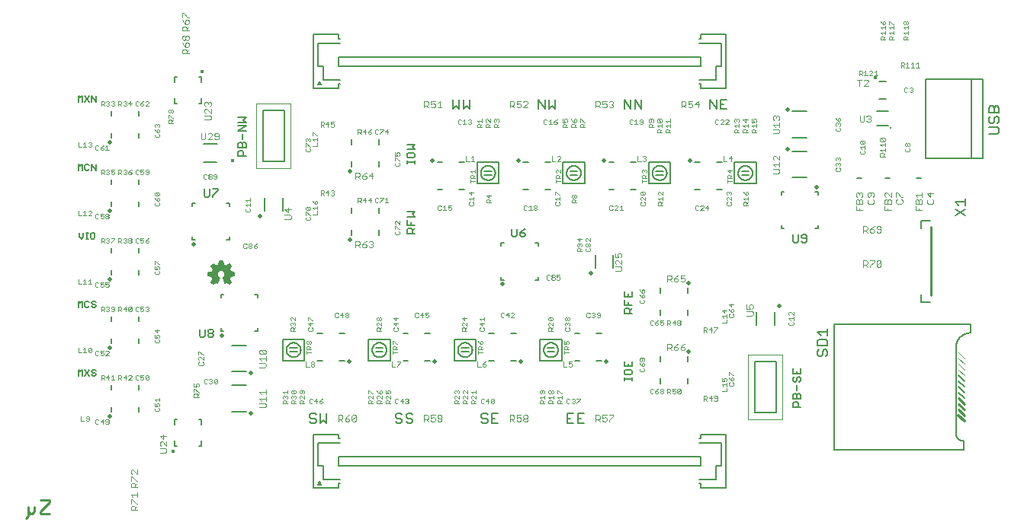
<source format=gto>
G75*
%MOIN*%
%OFA0B0*%
%FSLAX25Y25*%
%IPPOS*%
%LPD*%
%AMOC8*
5,1,8,0,0,1.08239X$1,22.5*
%
%ADD10C,0.01200*%
%ADD11C,0.01100*%
%ADD12C,0.01000*%
%ADD13C,0.00900*%
%ADD14C,0.00800*%
%ADD15C,0.00700*%
%ADD16C,0.00600*%
%ADD17C,0.00500*%
%ADD18C,0.00400*%
%ADD19C,0.00300*%
%ADD20C,0.00200*%
%ADD21C,0.00100*%
%ADD22C,0.01181*%
%ADD23C,0.00394*%
%ADD24C,0.01969*%
%ADD25C,0.02000*%
%ADD26C,0.01575*%
D10*
X0451229Y0110733D02*
X0453729Y0108233D01*
D11*
X0044318Y0066799D02*
X0043334Y0065815D01*
X0044318Y0066799D02*
X0044318Y0068767D01*
X0045302Y0067783D01*
X0046286Y0067783D01*
X0047271Y0068767D01*
X0047271Y0070736D01*
X0044318Y0070736D02*
X0044318Y0068767D01*
X0049779Y0068767D02*
X0049779Y0067783D01*
X0053716Y0067783D01*
X0049779Y0068767D02*
X0053716Y0072704D01*
X0053716Y0073688D01*
X0049779Y0073688D01*
X0451229Y0113233D02*
X0453729Y0110733D01*
D12*
X0453729Y0113233D02*
X0451229Y0115733D01*
X0439229Y0163233D02*
X0439229Y0193233D01*
D13*
X0451229Y0118233D02*
X0453729Y0115733D01*
D14*
X0453729Y0118233D02*
X0451229Y0120733D01*
X0434729Y0214733D02*
X0432729Y0214733D01*
X0421229Y0214733D02*
X0419229Y0214733D01*
X0408729Y0214733D02*
X0406729Y0214733D01*
X0384879Y0215024D02*
X0378580Y0215024D01*
X0378580Y0226442D02*
X0384879Y0226442D01*
X0384879Y0232524D02*
X0378580Y0232524D01*
X0378580Y0243942D02*
X0384879Y0243942D01*
X0349932Y0244883D02*
X0347129Y0244883D01*
X0347129Y0249087D01*
X0349932Y0249087D01*
X0348531Y0246985D02*
X0347129Y0246985D01*
X0345328Y0244883D02*
X0345328Y0249087D01*
X0342525Y0249087D02*
X0345328Y0244883D01*
X0342525Y0244883D02*
X0342525Y0249087D01*
X0312432Y0249087D02*
X0312432Y0244883D01*
X0309629Y0249087D01*
X0309629Y0244883D01*
X0307828Y0244883D02*
X0307828Y0249087D01*
X0305025Y0249087D02*
X0305025Y0244883D01*
X0307828Y0244883D02*
X0305025Y0249087D01*
X0274932Y0249087D02*
X0274932Y0244883D01*
X0273531Y0246284D01*
X0272129Y0244883D01*
X0272129Y0249087D01*
X0270328Y0249087D02*
X0270328Y0244883D01*
X0267525Y0249087D01*
X0267525Y0244883D01*
X0237432Y0244883D02*
X0237432Y0249087D01*
X0234629Y0249087D02*
X0234629Y0244883D01*
X0236031Y0246284D01*
X0237432Y0244883D01*
X0232828Y0244883D02*
X0232828Y0249087D01*
X0230025Y0249087D02*
X0230025Y0244883D01*
X0231427Y0246284D01*
X0232828Y0244883D01*
X0139879Y0141442D02*
X0133580Y0141442D01*
X0133580Y0130024D02*
X0139879Y0130024D01*
X0139879Y0123942D02*
X0133580Y0123942D01*
X0133580Y0112524D02*
X0139879Y0112524D01*
X0167525Y0110886D02*
X0167525Y0110185D01*
X0168226Y0109485D01*
X0169627Y0109485D01*
X0170328Y0108784D01*
X0170328Y0108084D01*
X0169627Y0107383D01*
X0168226Y0107383D01*
X0167525Y0108084D01*
X0167525Y0110886D02*
X0168226Y0111587D01*
X0169627Y0111587D01*
X0170328Y0110886D01*
X0172129Y0111587D02*
X0172129Y0107383D01*
X0173531Y0108784D01*
X0174932Y0107383D01*
X0174932Y0111587D01*
X0205025Y0110886D02*
X0205025Y0110185D01*
X0205726Y0109485D01*
X0207127Y0109485D01*
X0207828Y0108784D01*
X0207828Y0108084D01*
X0207127Y0107383D01*
X0205726Y0107383D01*
X0205025Y0108084D01*
X0205025Y0110886D02*
X0205726Y0111587D01*
X0207127Y0111587D01*
X0207828Y0110886D01*
X0209629Y0110886D02*
X0209629Y0110185D01*
X0210330Y0109485D01*
X0211731Y0109485D01*
X0212432Y0108784D01*
X0212432Y0108084D01*
X0211731Y0107383D01*
X0210330Y0107383D01*
X0209629Y0108084D01*
X0209629Y0110886D02*
X0210330Y0111587D01*
X0211731Y0111587D01*
X0212432Y0110886D01*
X0242525Y0110886D02*
X0242525Y0110185D01*
X0243226Y0109485D01*
X0244627Y0109485D01*
X0245328Y0108784D01*
X0245328Y0108084D01*
X0244627Y0107383D01*
X0243226Y0107383D01*
X0242525Y0108084D01*
X0242525Y0110886D02*
X0243226Y0111587D01*
X0244627Y0111587D01*
X0245328Y0110886D01*
X0247129Y0111587D02*
X0247129Y0107383D01*
X0249932Y0107383D01*
X0248531Y0109485D02*
X0247129Y0109485D01*
X0247129Y0111587D02*
X0249932Y0111587D01*
X0280025Y0111587D02*
X0280025Y0107383D01*
X0282828Y0107383D01*
X0284629Y0107383D02*
X0287432Y0107383D01*
X0286031Y0109485D02*
X0284629Y0109485D01*
X0284629Y0111587D02*
X0284629Y0107383D01*
X0281427Y0109485D02*
X0280025Y0109485D01*
X0280025Y0111587D02*
X0282828Y0111587D01*
X0284629Y0111587D02*
X0287432Y0111587D01*
D15*
X0451229Y0123233D02*
X0453729Y0120733D01*
D16*
X0453729Y0123233D02*
X0451229Y0125733D01*
X0393929Y0137361D02*
X0393195Y0136627D01*
X0393929Y0137361D02*
X0393929Y0138829D01*
X0393195Y0139563D01*
X0392461Y0139563D01*
X0391728Y0138829D01*
X0391728Y0137361D01*
X0390994Y0136627D01*
X0390260Y0136627D01*
X0389526Y0137361D01*
X0389526Y0138829D01*
X0390260Y0139563D01*
X0389526Y0141231D02*
X0389526Y0143433D01*
X0390260Y0144167D01*
X0393195Y0144167D01*
X0393929Y0143433D01*
X0393929Y0141231D01*
X0389526Y0141231D01*
X0390994Y0145835D02*
X0389526Y0147303D01*
X0393929Y0147303D01*
X0393929Y0145835D02*
X0393929Y0148771D01*
X0382179Y0131326D02*
X0382179Y0129058D01*
X0378776Y0129058D01*
X0378776Y0131326D01*
X0380478Y0130192D02*
X0380478Y0129058D01*
X0381045Y0127643D02*
X0381612Y0127643D01*
X0382179Y0127076D01*
X0382179Y0125942D01*
X0381612Y0125375D01*
X0380478Y0125942D02*
X0380478Y0127076D01*
X0381045Y0127643D01*
X0379344Y0127643D02*
X0378776Y0127076D01*
X0378776Y0125942D01*
X0379344Y0125375D01*
X0379911Y0125375D01*
X0380478Y0125942D01*
X0380478Y0123960D02*
X0380478Y0121691D01*
X0381045Y0120277D02*
X0381612Y0120277D01*
X0382179Y0119710D01*
X0382179Y0118008D01*
X0378776Y0118008D01*
X0378776Y0119710D01*
X0379344Y0120277D01*
X0379911Y0120277D01*
X0380478Y0119710D01*
X0380478Y0118008D01*
X0380478Y0116594D02*
X0381045Y0116027D01*
X0381045Y0114325D01*
X0382179Y0114325D02*
X0378776Y0114325D01*
X0378776Y0116027D01*
X0379344Y0116594D01*
X0380478Y0116594D01*
X0380478Y0119710D02*
X0381045Y0120277D01*
X0332629Y0124833D02*
X0332629Y0127033D01*
X0332629Y0134433D02*
X0332629Y0136633D01*
X0320829Y0136633D02*
X0320829Y0134433D01*
X0320829Y0127033D02*
X0320829Y0124833D01*
X0308429Y0126122D02*
X0308429Y0127257D01*
X0308429Y0126689D02*
X0305026Y0126689D01*
X0305026Y0126122D02*
X0305026Y0127257D01*
X0305594Y0128578D02*
X0307862Y0128578D01*
X0308429Y0129145D01*
X0308429Y0130279D01*
X0307862Y0130846D01*
X0305594Y0130846D01*
X0305026Y0130279D01*
X0305026Y0129145D01*
X0305594Y0128578D01*
X0305026Y0132261D02*
X0308429Y0132261D01*
X0308429Y0134529D01*
X0306728Y0133395D02*
X0306728Y0132261D01*
X0305026Y0132261D02*
X0305026Y0134529D01*
X0295129Y0134833D02*
X0292929Y0134833D01*
X0285529Y0134833D02*
X0283329Y0134833D01*
X0283329Y0146633D02*
X0285529Y0146633D01*
X0292929Y0146633D02*
X0295129Y0146633D01*
X0305026Y0155508D02*
X0305026Y0157210D01*
X0305594Y0157777D01*
X0306728Y0157777D01*
X0307295Y0157210D01*
X0307295Y0155508D01*
X0308429Y0155508D02*
X0305026Y0155508D01*
X0307295Y0156643D02*
X0308429Y0157777D01*
X0308429Y0159191D02*
X0305026Y0159191D01*
X0305026Y0161460D01*
X0305026Y0162875D02*
X0308429Y0162875D01*
X0308429Y0165143D01*
X0306728Y0164009D02*
X0306728Y0162875D01*
X0305026Y0162875D02*
X0305026Y0165143D01*
X0306728Y0160326D02*
X0306728Y0159191D01*
X0320829Y0157033D02*
X0320829Y0154833D01*
X0320829Y0164433D02*
X0320829Y0166633D01*
X0332629Y0166633D02*
X0332629Y0164433D01*
X0332629Y0157033D02*
X0332629Y0154833D01*
X0373629Y0192633D02*
X0374929Y0192633D01*
X0373629Y0192633D02*
X0373629Y0193933D01*
X0388529Y0192633D02*
X0389829Y0192633D01*
X0389829Y0193933D01*
X0389829Y0207533D02*
X0389829Y0208833D01*
X0388529Y0208833D01*
X0374929Y0208833D02*
X0373629Y0208833D01*
X0373629Y0207533D01*
X0347629Y0209833D02*
X0345429Y0209833D01*
X0338029Y0209833D02*
X0335829Y0209833D01*
X0335829Y0221633D02*
X0338029Y0221633D01*
X0345429Y0221633D02*
X0347629Y0221633D01*
X0310129Y0221633D02*
X0307929Y0221633D01*
X0300529Y0221633D02*
X0298329Y0221633D01*
X0298329Y0209833D02*
X0300529Y0209833D01*
X0307929Y0209833D02*
X0310129Y0209833D01*
X0272629Y0209833D02*
X0270429Y0209833D01*
X0263029Y0209833D02*
X0260829Y0209833D01*
X0260829Y0221633D02*
X0263029Y0221633D01*
X0270429Y0221633D02*
X0272629Y0221633D01*
X0235129Y0221633D02*
X0232929Y0221633D01*
X0225529Y0221633D02*
X0223329Y0221633D01*
X0213429Y0221689D02*
X0210026Y0221689D01*
X0210026Y0221122D02*
X0210026Y0222257D01*
X0210594Y0223578D02*
X0212862Y0223578D01*
X0213429Y0224145D01*
X0213429Y0225279D01*
X0212862Y0225846D01*
X0210594Y0225846D01*
X0210026Y0225279D01*
X0210026Y0224145D01*
X0210594Y0223578D01*
X0213429Y0222257D02*
X0213429Y0221122D01*
X0213429Y0227261D02*
X0212295Y0228395D01*
X0213429Y0229529D01*
X0210026Y0229529D01*
X0210026Y0227261D02*
X0213429Y0227261D01*
X0197629Y0229433D02*
X0197629Y0231633D01*
X0197629Y0222033D02*
X0197629Y0219833D01*
X0185829Y0219833D02*
X0185829Y0222033D01*
X0185829Y0229433D02*
X0185829Y0231633D01*
X0185829Y0201633D02*
X0185829Y0199433D01*
X0185829Y0192033D02*
X0185829Y0189833D01*
X0197629Y0189833D02*
X0197629Y0192033D01*
X0197629Y0199433D02*
X0197629Y0201633D01*
X0210026Y0200143D02*
X0213429Y0200143D01*
X0212295Y0199009D01*
X0213429Y0197875D01*
X0210026Y0197875D01*
X0210026Y0196460D02*
X0210026Y0194191D01*
X0213429Y0194191D01*
X0213429Y0192777D02*
X0212295Y0191643D01*
X0212295Y0192210D02*
X0212295Y0190508D01*
X0213429Y0190508D02*
X0210026Y0190508D01*
X0210026Y0192210D01*
X0210594Y0192777D01*
X0211728Y0192777D01*
X0212295Y0192210D01*
X0211728Y0194191D02*
X0211728Y0195326D01*
X0223329Y0209833D02*
X0225529Y0209833D01*
X0232929Y0209833D02*
X0235129Y0209833D01*
X0251129Y0186333D02*
X0251129Y0185033D01*
X0251129Y0186333D02*
X0252429Y0186333D01*
X0266029Y0186333D02*
X0267329Y0186333D01*
X0267329Y0185033D01*
X0267329Y0171433D02*
X0267329Y0170133D01*
X0266029Y0170133D01*
X0252429Y0170133D02*
X0251129Y0170133D01*
X0251129Y0171433D01*
X0248029Y0146633D02*
X0245829Y0146633D01*
X0255429Y0146633D02*
X0257629Y0146633D01*
X0257629Y0134833D02*
X0255429Y0134833D01*
X0248029Y0134833D02*
X0245829Y0134833D01*
X0220129Y0134833D02*
X0217929Y0134833D01*
X0210529Y0134833D02*
X0208329Y0134833D01*
X0208329Y0146633D02*
X0210529Y0146633D01*
X0217929Y0146633D02*
X0220129Y0146633D01*
X0182629Y0146633D02*
X0180429Y0146633D01*
X0173029Y0146633D02*
X0170829Y0146633D01*
X0170829Y0134833D02*
X0173029Y0134833D01*
X0180429Y0134833D02*
X0182629Y0134833D01*
X0144829Y0147633D02*
X0143529Y0147633D01*
X0144829Y0147633D02*
X0144829Y0148933D01*
X0129929Y0147633D02*
X0128629Y0147633D01*
X0128629Y0148933D01*
X0128629Y0162533D02*
X0128629Y0163833D01*
X0129929Y0163833D01*
X0132329Y0168233D02*
X0131129Y0169033D01*
X0130529Y0168733D01*
X0129629Y0171033D01*
X0130229Y0170733D02*
X0131229Y0172733D01*
X0130229Y0174233D01*
X0128729Y0174733D01*
X0127229Y0174233D01*
X0126729Y0172733D01*
X0127229Y0171233D01*
X0127729Y0170733D01*
X0126729Y0169233D01*
X0125229Y0168733D01*
X0124729Y0169233D01*
X0125729Y0170733D01*
X0124729Y0172233D01*
X0123729Y0172233D01*
X0123729Y0173233D01*
X0125229Y0173233D01*
X0125729Y0174733D01*
X0124729Y0176233D01*
X0125229Y0176733D01*
X0126729Y0175733D01*
X0128229Y0176733D01*
X0128229Y0177733D01*
X0129229Y0177733D01*
X0129729Y0176233D01*
X0131229Y0175733D01*
X0132229Y0176733D01*
X0132729Y0176233D01*
X0132229Y0174733D01*
X0132729Y0173233D01*
X0134229Y0173233D01*
X0133729Y0172233D01*
X0132229Y0171733D01*
X0132229Y0170233D01*
X0132729Y0169233D01*
X0132229Y0168733D01*
X0131229Y0169233D01*
X0130729Y0169233D01*
X0130229Y0170733D01*
X0130323Y0170452D02*
X0132229Y0170452D01*
X0132329Y0170433D02*
X0133229Y0169133D01*
X0132329Y0168233D01*
X0132718Y0169255D02*
X0130722Y0169255D01*
X0130522Y0169854D02*
X0132419Y0169854D01*
X0132329Y0170433D02*
X0132929Y0171733D01*
X0134329Y0172033D01*
X0134329Y0173333D01*
X0132829Y0173633D01*
X0132329Y0174833D01*
X0133229Y0176133D01*
X0132329Y0177033D01*
X0130929Y0176133D01*
X0129729Y0176633D01*
X0129429Y0178233D01*
X0128129Y0178233D01*
X0127829Y0176633D01*
X0126629Y0176133D01*
X0125329Y0177033D01*
X0124429Y0176133D01*
X0125329Y0174833D01*
X0124729Y0173533D01*
X0123229Y0173333D01*
X0123229Y0172033D01*
X0124729Y0171733D01*
X0125229Y0170433D01*
X0124429Y0169133D01*
X0125329Y0168233D01*
X0126529Y0169033D01*
X0127029Y0168733D01*
X0128029Y0171033D01*
X0127412Y0171051D02*
X0125517Y0171051D01*
X0125542Y0170452D02*
X0127542Y0170452D01*
X0127143Y0169854D02*
X0125143Y0169854D01*
X0124744Y0169255D02*
X0126744Y0169255D01*
X0127091Y0171649D02*
X0125118Y0171649D01*
X0123729Y0172248D02*
X0126891Y0172248D01*
X0126767Y0172846D02*
X0123729Y0172846D01*
X0125300Y0173445D02*
X0126967Y0173445D01*
X0127166Y0174043D02*
X0125500Y0174043D01*
X0125699Y0174642D02*
X0128456Y0174642D01*
X0129003Y0174642D02*
X0132260Y0174642D01*
X0132399Y0175241D02*
X0125391Y0175241D01*
X0124992Y0175839D02*
X0126570Y0175839D01*
X0126888Y0175839D02*
X0130912Y0175839D01*
X0131335Y0175839D02*
X0132598Y0175839D01*
X0132525Y0176438D02*
X0131934Y0176438D01*
X0129661Y0176438D02*
X0127786Y0176438D01*
X0128229Y0177036D02*
X0129462Y0177036D01*
X0129262Y0177635D02*
X0128229Y0177635D01*
X0125673Y0176438D02*
X0124934Y0176438D01*
X0128029Y0171033D02*
X0127955Y0171072D01*
X0127882Y0171115D01*
X0127812Y0171161D01*
X0127744Y0171211D01*
X0127678Y0171263D01*
X0127615Y0171319D01*
X0127555Y0171377D01*
X0127497Y0171438D01*
X0127443Y0171502D01*
X0127391Y0171568D01*
X0127343Y0171637D01*
X0127298Y0171708D01*
X0127256Y0171781D01*
X0127218Y0171856D01*
X0127183Y0171932D01*
X0127152Y0172010D01*
X0127124Y0172090D01*
X0127101Y0172171D01*
X0127081Y0172252D01*
X0127065Y0172335D01*
X0127053Y0172418D01*
X0127045Y0172502D01*
X0127041Y0172585D01*
X0127040Y0172670D01*
X0127044Y0172753D01*
X0127052Y0172837D01*
X0127063Y0172920D01*
X0127079Y0173003D01*
X0127098Y0173085D01*
X0127121Y0173166D01*
X0127148Y0173245D01*
X0127179Y0173324D01*
X0127213Y0173400D01*
X0127251Y0173475D01*
X0127292Y0173548D01*
X0127337Y0173620D01*
X0127385Y0173689D01*
X0127436Y0173755D01*
X0127490Y0173820D01*
X0127547Y0173881D01*
X0127607Y0173940D01*
X0127670Y0173996D01*
X0127735Y0174049D01*
X0127803Y0174099D01*
X0127873Y0174145D01*
X0127945Y0174188D01*
X0128019Y0174228D01*
X0128095Y0174264D01*
X0128172Y0174297D01*
X0128251Y0174326D01*
X0128331Y0174351D01*
X0128413Y0174373D01*
X0128495Y0174391D01*
X0128578Y0174404D01*
X0128661Y0174414D01*
X0128745Y0174420D01*
X0128829Y0174422D01*
X0128913Y0174420D01*
X0128997Y0174414D01*
X0129080Y0174404D01*
X0129163Y0174391D01*
X0129245Y0174373D01*
X0129327Y0174351D01*
X0129407Y0174326D01*
X0129486Y0174297D01*
X0129563Y0174264D01*
X0129639Y0174228D01*
X0129713Y0174188D01*
X0129785Y0174145D01*
X0129855Y0174099D01*
X0129923Y0174049D01*
X0129988Y0173996D01*
X0130051Y0173940D01*
X0130111Y0173881D01*
X0130168Y0173820D01*
X0130222Y0173755D01*
X0130273Y0173689D01*
X0130321Y0173620D01*
X0130366Y0173548D01*
X0130407Y0173475D01*
X0130445Y0173400D01*
X0130479Y0173324D01*
X0130510Y0173245D01*
X0130537Y0173166D01*
X0130560Y0173085D01*
X0130579Y0173003D01*
X0130595Y0172920D01*
X0130606Y0172837D01*
X0130614Y0172753D01*
X0130618Y0172670D01*
X0130617Y0172585D01*
X0130613Y0172502D01*
X0130605Y0172418D01*
X0130593Y0172335D01*
X0130577Y0172252D01*
X0130557Y0172171D01*
X0130534Y0172090D01*
X0130506Y0172010D01*
X0130475Y0171932D01*
X0130440Y0171856D01*
X0130402Y0171781D01*
X0130360Y0171708D01*
X0130315Y0171637D01*
X0130267Y0171568D01*
X0130215Y0171502D01*
X0130161Y0171438D01*
X0130103Y0171377D01*
X0130043Y0171319D01*
X0129980Y0171263D01*
X0129914Y0171211D01*
X0129846Y0171161D01*
X0129776Y0171115D01*
X0129703Y0171072D01*
X0129629Y0171033D01*
X0130388Y0171051D02*
X0132229Y0171051D01*
X0132229Y0171649D02*
X0130688Y0171649D01*
X0130987Y0172248D02*
X0133737Y0172248D01*
X0134036Y0172846D02*
X0131154Y0172846D01*
X0130755Y0173445D02*
X0132659Y0173445D01*
X0132459Y0174043D02*
X0130356Y0174043D01*
X0131029Y0187633D02*
X0132329Y0187633D01*
X0132329Y0188933D01*
X0132329Y0202533D02*
X0132329Y0203833D01*
X0131029Y0203833D01*
X0117429Y0203833D02*
X0116129Y0203833D01*
X0116129Y0202533D01*
X0116129Y0188933D02*
X0116129Y0187633D01*
X0117429Y0187633D01*
X0092629Y0184133D02*
X0092629Y0181933D01*
X0092629Y0174533D02*
X0092629Y0172333D01*
X0080829Y0172333D02*
X0080829Y0174533D01*
X0080829Y0181933D02*
X0080829Y0184133D01*
X0080829Y0202333D02*
X0080829Y0204533D01*
X0080829Y0211933D02*
X0080829Y0214133D01*
X0092629Y0214133D02*
X0092629Y0211933D01*
X0092629Y0204533D02*
X0092629Y0202333D01*
X0092629Y0232333D02*
X0092629Y0234533D01*
X0092629Y0241933D02*
X0092629Y0244133D01*
X0080829Y0244133D02*
X0080829Y0241933D01*
X0080829Y0234533D02*
X0080829Y0232333D01*
X0108329Y0247333D02*
X0108329Y0249733D01*
X0108329Y0247333D02*
X0109329Y0247333D01*
X0119129Y0247333D02*
X0120129Y0247333D01*
X0120129Y0249733D01*
X0120129Y0256733D02*
X0120129Y0259133D01*
X0119129Y0259133D01*
X0109329Y0259133D02*
X0108329Y0259133D01*
X0108329Y0256733D01*
X0136276Y0241326D02*
X0139679Y0241326D01*
X0138545Y0240192D01*
X0139679Y0239058D01*
X0136276Y0239058D01*
X0136276Y0237643D02*
X0139679Y0237643D01*
X0136276Y0235375D01*
X0139679Y0235375D01*
X0137978Y0233960D02*
X0137978Y0231691D01*
X0138545Y0230277D02*
X0139112Y0230277D01*
X0139679Y0229710D01*
X0139679Y0228008D01*
X0136276Y0228008D01*
X0136276Y0229710D01*
X0136844Y0230277D01*
X0137411Y0230277D01*
X0137978Y0229710D01*
X0137978Y0228008D01*
X0137978Y0226594D02*
X0138545Y0226027D01*
X0138545Y0224325D01*
X0139679Y0224325D02*
X0136276Y0224325D01*
X0136276Y0226027D01*
X0136844Y0226594D01*
X0137978Y0226594D01*
X0137978Y0229710D02*
X0138545Y0230277D01*
X0143529Y0163833D02*
X0144829Y0163833D01*
X0144829Y0162533D01*
X0092629Y0154133D02*
X0092629Y0151933D01*
X0092629Y0144533D02*
X0092629Y0142333D01*
X0080829Y0142333D02*
X0080829Y0144533D01*
X0080829Y0151933D02*
X0080829Y0154133D01*
X0080829Y0124133D02*
X0080829Y0121933D01*
X0080829Y0114533D02*
X0080829Y0112333D01*
X0092629Y0112333D02*
X0092629Y0114533D01*
X0092629Y0121933D02*
X0092629Y0124133D01*
X0108329Y0109133D02*
X0108329Y0106733D01*
X0108329Y0109133D02*
X0109329Y0109133D01*
X0119129Y0109133D02*
X0120129Y0109133D01*
X0120129Y0106733D01*
X0120129Y0099733D02*
X0120129Y0097333D01*
X0119129Y0097333D01*
X0109329Y0097333D02*
X0108329Y0097333D01*
X0108329Y0099733D01*
X0449713Y0198240D02*
X0454116Y0201176D01*
X0454116Y0202844D02*
X0454116Y0205780D01*
X0454116Y0204312D02*
X0449713Y0204312D01*
X0451181Y0202844D01*
X0449713Y0201176D02*
X0454116Y0198240D01*
X0464526Y0234127D02*
X0468195Y0234127D01*
X0468929Y0234861D01*
X0468929Y0236329D01*
X0468195Y0237063D01*
X0464526Y0237063D01*
X0465260Y0238731D02*
X0465994Y0238731D01*
X0466728Y0239465D01*
X0466728Y0240933D01*
X0467461Y0241667D01*
X0468195Y0241667D01*
X0468929Y0240933D01*
X0468929Y0239465D01*
X0468195Y0238731D01*
X0465260Y0238731D02*
X0464526Y0239465D01*
X0464526Y0240933D01*
X0465260Y0241667D01*
X0464526Y0243335D02*
X0464526Y0245537D01*
X0465260Y0246271D01*
X0465994Y0246271D01*
X0466728Y0245537D01*
X0466728Y0243335D01*
X0468929Y0243335D02*
X0468929Y0245537D01*
X0468195Y0246271D01*
X0467461Y0246271D01*
X0466728Y0245537D01*
X0468929Y0243335D02*
X0464526Y0243335D01*
D17*
X0461848Y0258056D02*
X0456729Y0258056D01*
X0456729Y0223410D01*
X0461848Y0223410D01*
X0461848Y0258056D01*
X0456729Y0258056D02*
X0436946Y0258056D01*
X0436946Y0223410D01*
X0456729Y0223410D01*
X0438885Y0195950D02*
X0434948Y0195950D01*
X0434948Y0192603D01*
X0434948Y0163863D02*
X0434948Y0160517D01*
X0438885Y0160517D01*
X0456336Y0150851D02*
X0456336Y0146914D01*
X0456336Y0150851D02*
X0396887Y0150851D01*
X0396887Y0095733D01*
X0453580Y0095733D01*
X0453580Y0099670D01*
X0453580Y0099671D02*
X0453470Y0099659D01*
X0453359Y0099651D01*
X0453248Y0099647D01*
X0453138Y0099646D01*
X0453027Y0099650D01*
X0452916Y0099657D01*
X0452806Y0099669D01*
X0452696Y0099684D01*
X0452587Y0099703D01*
X0452479Y0099726D01*
X0452371Y0099752D01*
X0452265Y0099783D01*
X0452159Y0099817D01*
X0452055Y0099854D01*
X0451952Y0099896D01*
X0451851Y0099940D01*
X0451751Y0099989D01*
X0451653Y0100041D01*
X0451557Y0100096D01*
X0451463Y0100154D01*
X0451371Y0100216D01*
X0451281Y0100281D01*
X0451194Y0100349D01*
X0451109Y0100420D01*
X0451026Y0100494D01*
X0450947Y0100571D01*
X0450869Y0100650D01*
X0450795Y0100732D01*
X0450724Y0100817D01*
X0450655Y0100904D01*
X0450590Y0100994D01*
X0450528Y0101086D01*
X0450469Y0101179D01*
X0450413Y0101275D01*
X0450361Y0101373D01*
X0450312Y0101472D01*
X0450267Y0101573D01*
X0450225Y0101676D01*
X0450187Y0101780D01*
X0450153Y0101885D01*
X0450122Y0101992D01*
X0450095Y0102099D01*
X0450072Y0102208D01*
X0450052Y0102317D01*
X0450037Y0102426D01*
X0450036Y0102426D02*
X0450036Y0140615D01*
X0450037Y0140615D02*
X0450039Y0140772D01*
X0450045Y0140929D01*
X0450055Y0141086D01*
X0450068Y0141242D01*
X0450086Y0141398D01*
X0450107Y0141554D01*
X0450133Y0141709D01*
X0450162Y0141863D01*
X0450195Y0142017D01*
X0450232Y0142169D01*
X0450272Y0142321D01*
X0450317Y0142472D01*
X0450365Y0142621D01*
X0450417Y0142769D01*
X0450472Y0142916D01*
X0450532Y0143062D01*
X0450594Y0143206D01*
X0450661Y0143348D01*
X0450731Y0143489D01*
X0450804Y0143628D01*
X0450881Y0143764D01*
X0450961Y0143900D01*
X0451045Y0144032D01*
X0451132Y0144163D01*
X0451222Y0144292D01*
X0451315Y0144418D01*
X0451411Y0144542D01*
X0451511Y0144664D01*
X0451613Y0144783D01*
X0451719Y0144899D01*
X0451827Y0145013D01*
X0451938Y0145124D01*
X0452052Y0145232D01*
X0452168Y0145338D01*
X0452287Y0145440D01*
X0452409Y0145540D01*
X0452533Y0145636D01*
X0452659Y0145729D01*
X0452788Y0145819D01*
X0452919Y0145906D01*
X0453051Y0145990D01*
X0453187Y0146070D01*
X0453323Y0146147D01*
X0453462Y0146220D01*
X0453603Y0146290D01*
X0453745Y0146357D01*
X0453889Y0146419D01*
X0454035Y0146479D01*
X0454182Y0146534D01*
X0454330Y0146586D01*
X0454479Y0146634D01*
X0454630Y0146679D01*
X0454782Y0146719D01*
X0454934Y0146756D01*
X0455088Y0146789D01*
X0455242Y0146818D01*
X0455397Y0146844D01*
X0455553Y0146865D01*
X0455709Y0146883D01*
X0455865Y0146896D01*
X0456022Y0146906D01*
X0456179Y0146912D01*
X0456336Y0146914D01*
X0451229Y0128233D02*
X0453729Y0125733D01*
X0371454Y0134257D02*
X0371454Y0112209D01*
X0362005Y0112209D01*
X0362005Y0134257D01*
X0371454Y0134257D01*
X0370666Y0150477D02*
X0370666Y0155989D01*
X0362792Y0155989D02*
X0362792Y0150477D01*
X0379380Y0186483D02*
X0380548Y0186483D01*
X0381132Y0187067D01*
X0381132Y0189986D01*
X0382479Y0189402D02*
X0382479Y0188818D01*
X0383063Y0188235D01*
X0384815Y0188235D01*
X0384815Y0189402D02*
X0384231Y0189986D01*
X0383063Y0189986D01*
X0382479Y0189402D01*
X0382479Y0187067D02*
X0383063Y0186483D01*
X0384231Y0186483D01*
X0384815Y0187067D01*
X0384815Y0189402D01*
X0378796Y0189986D02*
X0378796Y0187067D01*
X0379380Y0186483D01*
X0362704Y0212259D02*
X0353255Y0212259D01*
X0353255Y0221707D01*
X0362704Y0221707D01*
X0362704Y0212259D01*
X0359554Y0216196D02*
X0356405Y0216196D01*
X0356405Y0217770D02*
X0359554Y0217770D01*
X0354829Y0216983D02*
X0354831Y0217095D01*
X0354837Y0217206D01*
X0354847Y0217318D01*
X0354861Y0217429D01*
X0354878Y0217539D01*
X0354900Y0217649D01*
X0354926Y0217758D01*
X0354955Y0217866D01*
X0354988Y0217972D01*
X0355025Y0218078D01*
X0355066Y0218182D01*
X0355111Y0218285D01*
X0355159Y0218386D01*
X0355210Y0218485D01*
X0355265Y0218582D01*
X0355324Y0218677D01*
X0355385Y0218771D01*
X0355450Y0218862D01*
X0355519Y0218950D01*
X0355590Y0219036D01*
X0355664Y0219120D01*
X0355742Y0219200D01*
X0355822Y0219278D01*
X0355905Y0219354D01*
X0355990Y0219426D01*
X0356078Y0219495D01*
X0356168Y0219561D01*
X0356261Y0219623D01*
X0356356Y0219683D01*
X0356453Y0219739D01*
X0356551Y0219791D01*
X0356652Y0219840D01*
X0356754Y0219885D01*
X0356858Y0219927D01*
X0356963Y0219965D01*
X0357070Y0219999D01*
X0357177Y0220029D01*
X0357286Y0220056D01*
X0357395Y0220078D01*
X0357506Y0220097D01*
X0357616Y0220112D01*
X0357728Y0220123D01*
X0357839Y0220130D01*
X0357951Y0220133D01*
X0358063Y0220132D01*
X0358175Y0220127D01*
X0358286Y0220118D01*
X0358397Y0220105D01*
X0358508Y0220088D01*
X0358618Y0220068D01*
X0358727Y0220043D01*
X0358835Y0220015D01*
X0358942Y0219982D01*
X0359048Y0219946D01*
X0359152Y0219906D01*
X0359255Y0219863D01*
X0359357Y0219816D01*
X0359456Y0219765D01*
X0359554Y0219711D01*
X0359650Y0219653D01*
X0359744Y0219592D01*
X0359835Y0219528D01*
X0359924Y0219461D01*
X0360011Y0219390D01*
X0360095Y0219316D01*
X0360177Y0219240D01*
X0360255Y0219160D01*
X0360331Y0219078D01*
X0360404Y0218993D01*
X0360474Y0218906D01*
X0360540Y0218816D01*
X0360604Y0218724D01*
X0360664Y0218630D01*
X0360721Y0218534D01*
X0360774Y0218435D01*
X0360824Y0218335D01*
X0360870Y0218234D01*
X0360913Y0218130D01*
X0360952Y0218025D01*
X0360987Y0217919D01*
X0361018Y0217812D01*
X0361046Y0217703D01*
X0361069Y0217594D01*
X0361089Y0217484D01*
X0361105Y0217373D01*
X0361117Y0217262D01*
X0361125Y0217151D01*
X0361129Y0217039D01*
X0361129Y0216927D01*
X0361125Y0216815D01*
X0361117Y0216704D01*
X0361105Y0216593D01*
X0361089Y0216482D01*
X0361069Y0216372D01*
X0361046Y0216263D01*
X0361018Y0216154D01*
X0360987Y0216047D01*
X0360952Y0215941D01*
X0360913Y0215836D01*
X0360870Y0215732D01*
X0360824Y0215631D01*
X0360774Y0215531D01*
X0360721Y0215432D01*
X0360664Y0215336D01*
X0360604Y0215242D01*
X0360540Y0215150D01*
X0360474Y0215060D01*
X0360404Y0214973D01*
X0360331Y0214888D01*
X0360255Y0214806D01*
X0360177Y0214726D01*
X0360095Y0214650D01*
X0360011Y0214576D01*
X0359924Y0214505D01*
X0359835Y0214438D01*
X0359744Y0214374D01*
X0359650Y0214313D01*
X0359554Y0214255D01*
X0359456Y0214201D01*
X0359357Y0214150D01*
X0359255Y0214103D01*
X0359152Y0214060D01*
X0359048Y0214020D01*
X0358942Y0213984D01*
X0358835Y0213951D01*
X0358727Y0213923D01*
X0358618Y0213898D01*
X0358508Y0213878D01*
X0358397Y0213861D01*
X0358286Y0213848D01*
X0358175Y0213839D01*
X0358063Y0213834D01*
X0357951Y0213833D01*
X0357839Y0213836D01*
X0357728Y0213843D01*
X0357616Y0213854D01*
X0357506Y0213869D01*
X0357395Y0213888D01*
X0357286Y0213910D01*
X0357177Y0213937D01*
X0357070Y0213967D01*
X0356963Y0214001D01*
X0356858Y0214039D01*
X0356754Y0214081D01*
X0356652Y0214126D01*
X0356551Y0214175D01*
X0356453Y0214227D01*
X0356356Y0214283D01*
X0356261Y0214343D01*
X0356168Y0214405D01*
X0356078Y0214471D01*
X0355990Y0214540D01*
X0355905Y0214612D01*
X0355822Y0214688D01*
X0355742Y0214766D01*
X0355664Y0214846D01*
X0355590Y0214930D01*
X0355519Y0215016D01*
X0355450Y0215104D01*
X0355385Y0215195D01*
X0355324Y0215289D01*
X0355265Y0215384D01*
X0355210Y0215481D01*
X0355159Y0215580D01*
X0355111Y0215681D01*
X0355066Y0215784D01*
X0355025Y0215888D01*
X0354988Y0215994D01*
X0354955Y0216100D01*
X0354926Y0216208D01*
X0354900Y0216317D01*
X0354878Y0216427D01*
X0354861Y0216537D01*
X0354847Y0216648D01*
X0354837Y0216760D01*
X0354831Y0216871D01*
X0354829Y0216983D01*
X0325204Y0212259D02*
X0315755Y0212259D01*
X0315755Y0221707D01*
X0325204Y0221707D01*
X0325204Y0212259D01*
X0322054Y0216196D02*
X0318905Y0216196D01*
X0318905Y0217770D02*
X0322054Y0217770D01*
X0317329Y0216983D02*
X0317331Y0217095D01*
X0317337Y0217206D01*
X0317347Y0217318D01*
X0317361Y0217429D01*
X0317378Y0217539D01*
X0317400Y0217649D01*
X0317426Y0217758D01*
X0317455Y0217866D01*
X0317488Y0217972D01*
X0317525Y0218078D01*
X0317566Y0218182D01*
X0317611Y0218285D01*
X0317659Y0218386D01*
X0317710Y0218485D01*
X0317765Y0218582D01*
X0317824Y0218677D01*
X0317885Y0218771D01*
X0317950Y0218862D01*
X0318019Y0218950D01*
X0318090Y0219036D01*
X0318164Y0219120D01*
X0318242Y0219200D01*
X0318322Y0219278D01*
X0318405Y0219354D01*
X0318490Y0219426D01*
X0318578Y0219495D01*
X0318668Y0219561D01*
X0318761Y0219623D01*
X0318856Y0219683D01*
X0318953Y0219739D01*
X0319051Y0219791D01*
X0319152Y0219840D01*
X0319254Y0219885D01*
X0319358Y0219927D01*
X0319463Y0219965D01*
X0319570Y0219999D01*
X0319677Y0220029D01*
X0319786Y0220056D01*
X0319895Y0220078D01*
X0320006Y0220097D01*
X0320116Y0220112D01*
X0320228Y0220123D01*
X0320339Y0220130D01*
X0320451Y0220133D01*
X0320563Y0220132D01*
X0320675Y0220127D01*
X0320786Y0220118D01*
X0320897Y0220105D01*
X0321008Y0220088D01*
X0321118Y0220068D01*
X0321227Y0220043D01*
X0321335Y0220015D01*
X0321442Y0219982D01*
X0321548Y0219946D01*
X0321652Y0219906D01*
X0321755Y0219863D01*
X0321857Y0219816D01*
X0321956Y0219765D01*
X0322054Y0219711D01*
X0322150Y0219653D01*
X0322244Y0219592D01*
X0322335Y0219528D01*
X0322424Y0219461D01*
X0322511Y0219390D01*
X0322595Y0219316D01*
X0322677Y0219240D01*
X0322755Y0219160D01*
X0322831Y0219078D01*
X0322904Y0218993D01*
X0322974Y0218906D01*
X0323040Y0218816D01*
X0323104Y0218724D01*
X0323164Y0218630D01*
X0323221Y0218534D01*
X0323274Y0218435D01*
X0323324Y0218335D01*
X0323370Y0218234D01*
X0323413Y0218130D01*
X0323452Y0218025D01*
X0323487Y0217919D01*
X0323518Y0217812D01*
X0323546Y0217703D01*
X0323569Y0217594D01*
X0323589Y0217484D01*
X0323605Y0217373D01*
X0323617Y0217262D01*
X0323625Y0217151D01*
X0323629Y0217039D01*
X0323629Y0216927D01*
X0323625Y0216815D01*
X0323617Y0216704D01*
X0323605Y0216593D01*
X0323589Y0216482D01*
X0323569Y0216372D01*
X0323546Y0216263D01*
X0323518Y0216154D01*
X0323487Y0216047D01*
X0323452Y0215941D01*
X0323413Y0215836D01*
X0323370Y0215732D01*
X0323324Y0215631D01*
X0323274Y0215531D01*
X0323221Y0215432D01*
X0323164Y0215336D01*
X0323104Y0215242D01*
X0323040Y0215150D01*
X0322974Y0215060D01*
X0322904Y0214973D01*
X0322831Y0214888D01*
X0322755Y0214806D01*
X0322677Y0214726D01*
X0322595Y0214650D01*
X0322511Y0214576D01*
X0322424Y0214505D01*
X0322335Y0214438D01*
X0322244Y0214374D01*
X0322150Y0214313D01*
X0322054Y0214255D01*
X0321956Y0214201D01*
X0321857Y0214150D01*
X0321755Y0214103D01*
X0321652Y0214060D01*
X0321548Y0214020D01*
X0321442Y0213984D01*
X0321335Y0213951D01*
X0321227Y0213923D01*
X0321118Y0213898D01*
X0321008Y0213878D01*
X0320897Y0213861D01*
X0320786Y0213848D01*
X0320675Y0213839D01*
X0320563Y0213834D01*
X0320451Y0213833D01*
X0320339Y0213836D01*
X0320228Y0213843D01*
X0320116Y0213854D01*
X0320006Y0213869D01*
X0319895Y0213888D01*
X0319786Y0213910D01*
X0319677Y0213937D01*
X0319570Y0213967D01*
X0319463Y0214001D01*
X0319358Y0214039D01*
X0319254Y0214081D01*
X0319152Y0214126D01*
X0319051Y0214175D01*
X0318953Y0214227D01*
X0318856Y0214283D01*
X0318761Y0214343D01*
X0318668Y0214405D01*
X0318578Y0214471D01*
X0318490Y0214540D01*
X0318405Y0214612D01*
X0318322Y0214688D01*
X0318242Y0214766D01*
X0318164Y0214846D01*
X0318090Y0214930D01*
X0318019Y0215016D01*
X0317950Y0215104D01*
X0317885Y0215195D01*
X0317824Y0215289D01*
X0317765Y0215384D01*
X0317710Y0215481D01*
X0317659Y0215580D01*
X0317611Y0215681D01*
X0317566Y0215784D01*
X0317525Y0215888D01*
X0317488Y0215994D01*
X0317455Y0216100D01*
X0317426Y0216208D01*
X0317400Y0216317D01*
X0317378Y0216427D01*
X0317361Y0216537D01*
X0317347Y0216648D01*
X0317337Y0216760D01*
X0317331Y0216871D01*
X0317329Y0216983D01*
X0287704Y0212259D02*
X0278255Y0212259D01*
X0278255Y0221707D01*
X0287704Y0221707D01*
X0287704Y0212259D01*
X0284554Y0216196D02*
X0281405Y0216196D01*
X0281405Y0217770D02*
X0284554Y0217770D01*
X0279829Y0216983D02*
X0279831Y0217095D01*
X0279837Y0217206D01*
X0279847Y0217318D01*
X0279861Y0217429D01*
X0279878Y0217539D01*
X0279900Y0217649D01*
X0279926Y0217758D01*
X0279955Y0217866D01*
X0279988Y0217972D01*
X0280025Y0218078D01*
X0280066Y0218182D01*
X0280111Y0218285D01*
X0280159Y0218386D01*
X0280210Y0218485D01*
X0280265Y0218582D01*
X0280324Y0218677D01*
X0280385Y0218771D01*
X0280450Y0218862D01*
X0280519Y0218950D01*
X0280590Y0219036D01*
X0280664Y0219120D01*
X0280742Y0219200D01*
X0280822Y0219278D01*
X0280905Y0219354D01*
X0280990Y0219426D01*
X0281078Y0219495D01*
X0281168Y0219561D01*
X0281261Y0219623D01*
X0281356Y0219683D01*
X0281453Y0219739D01*
X0281551Y0219791D01*
X0281652Y0219840D01*
X0281754Y0219885D01*
X0281858Y0219927D01*
X0281963Y0219965D01*
X0282070Y0219999D01*
X0282177Y0220029D01*
X0282286Y0220056D01*
X0282395Y0220078D01*
X0282506Y0220097D01*
X0282616Y0220112D01*
X0282728Y0220123D01*
X0282839Y0220130D01*
X0282951Y0220133D01*
X0283063Y0220132D01*
X0283175Y0220127D01*
X0283286Y0220118D01*
X0283397Y0220105D01*
X0283508Y0220088D01*
X0283618Y0220068D01*
X0283727Y0220043D01*
X0283835Y0220015D01*
X0283942Y0219982D01*
X0284048Y0219946D01*
X0284152Y0219906D01*
X0284255Y0219863D01*
X0284357Y0219816D01*
X0284456Y0219765D01*
X0284554Y0219711D01*
X0284650Y0219653D01*
X0284744Y0219592D01*
X0284835Y0219528D01*
X0284924Y0219461D01*
X0285011Y0219390D01*
X0285095Y0219316D01*
X0285177Y0219240D01*
X0285255Y0219160D01*
X0285331Y0219078D01*
X0285404Y0218993D01*
X0285474Y0218906D01*
X0285540Y0218816D01*
X0285604Y0218724D01*
X0285664Y0218630D01*
X0285721Y0218534D01*
X0285774Y0218435D01*
X0285824Y0218335D01*
X0285870Y0218234D01*
X0285913Y0218130D01*
X0285952Y0218025D01*
X0285987Y0217919D01*
X0286018Y0217812D01*
X0286046Y0217703D01*
X0286069Y0217594D01*
X0286089Y0217484D01*
X0286105Y0217373D01*
X0286117Y0217262D01*
X0286125Y0217151D01*
X0286129Y0217039D01*
X0286129Y0216927D01*
X0286125Y0216815D01*
X0286117Y0216704D01*
X0286105Y0216593D01*
X0286089Y0216482D01*
X0286069Y0216372D01*
X0286046Y0216263D01*
X0286018Y0216154D01*
X0285987Y0216047D01*
X0285952Y0215941D01*
X0285913Y0215836D01*
X0285870Y0215732D01*
X0285824Y0215631D01*
X0285774Y0215531D01*
X0285721Y0215432D01*
X0285664Y0215336D01*
X0285604Y0215242D01*
X0285540Y0215150D01*
X0285474Y0215060D01*
X0285404Y0214973D01*
X0285331Y0214888D01*
X0285255Y0214806D01*
X0285177Y0214726D01*
X0285095Y0214650D01*
X0285011Y0214576D01*
X0284924Y0214505D01*
X0284835Y0214438D01*
X0284744Y0214374D01*
X0284650Y0214313D01*
X0284554Y0214255D01*
X0284456Y0214201D01*
X0284357Y0214150D01*
X0284255Y0214103D01*
X0284152Y0214060D01*
X0284048Y0214020D01*
X0283942Y0213984D01*
X0283835Y0213951D01*
X0283727Y0213923D01*
X0283618Y0213898D01*
X0283508Y0213878D01*
X0283397Y0213861D01*
X0283286Y0213848D01*
X0283175Y0213839D01*
X0283063Y0213834D01*
X0282951Y0213833D01*
X0282839Y0213836D01*
X0282728Y0213843D01*
X0282616Y0213854D01*
X0282506Y0213869D01*
X0282395Y0213888D01*
X0282286Y0213910D01*
X0282177Y0213937D01*
X0282070Y0213967D01*
X0281963Y0214001D01*
X0281858Y0214039D01*
X0281754Y0214081D01*
X0281652Y0214126D01*
X0281551Y0214175D01*
X0281453Y0214227D01*
X0281356Y0214283D01*
X0281261Y0214343D01*
X0281168Y0214405D01*
X0281078Y0214471D01*
X0280990Y0214540D01*
X0280905Y0214612D01*
X0280822Y0214688D01*
X0280742Y0214766D01*
X0280664Y0214846D01*
X0280590Y0214930D01*
X0280519Y0215016D01*
X0280450Y0215104D01*
X0280385Y0215195D01*
X0280324Y0215289D01*
X0280265Y0215384D01*
X0280210Y0215481D01*
X0280159Y0215580D01*
X0280111Y0215681D01*
X0280066Y0215784D01*
X0280025Y0215888D01*
X0279988Y0215994D01*
X0279955Y0216100D01*
X0279926Y0216208D01*
X0279900Y0216317D01*
X0279878Y0216427D01*
X0279861Y0216537D01*
X0279847Y0216648D01*
X0279837Y0216760D01*
X0279831Y0216871D01*
X0279829Y0216983D01*
X0250204Y0212259D02*
X0240755Y0212259D01*
X0240755Y0221707D01*
X0250204Y0221707D01*
X0250204Y0212259D01*
X0247054Y0216196D02*
X0243905Y0216196D01*
X0243905Y0217770D02*
X0247054Y0217770D01*
X0242329Y0216983D02*
X0242331Y0217095D01*
X0242337Y0217206D01*
X0242347Y0217318D01*
X0242361Y0217429D01*
X0242378Y0217539D01*
X0242400Y0217649D01*
X0242426Y0217758D01*
X0242455Y0217866D01*
X0242488Y0217972D01*
X0242525Y0218078D01*
X0242566Y0218182D01*
X0242611Y0218285D01*
X0242659Y0218386D01*
X0242710Y0218485D01*
X0242765Y0218582D01*
X0242824Y0218677D01*
X0242885Y0218771D01*
X0242950Y0218862D01*
X0243019Y0218950D01*
X0243090Y0219036D01*
X0243164Y0219120D01*
X0243242Y0219200D01*
X0243322Y0219278D01*
X0243405Y0219354D01*
X0243490Y0219426D01*
X0243578Y0219495D01*
X0243668Y0219561D01*
X0243761Y0219623D01*
X0243856Y0219683D01*
X0243953Y0219739D01*
X0244051Y0219791D01*
X0244152Y0219840D01*
X0244254Y0219885D01*
X0244358Y0219927D01*
X0244463Y0219965D01*
X0244570Y0219999D01*
X0244677Y0220029D01*
X0244786Y0220056D01*
X0244895Y0220078D01*
X0245006Y0220097D01*
X0245116Y0220112D01*
X0245228Y0220123D01*
X0245339Y0220130D01*
X0245451Y0220133D01*
X0245563Y0220132D01*
X0245675Y0220127D01*
X0245786Y0220118D01*
X0245897Y0220105D01*
X0246008Y0220088D01*
X0246118Y0220068D01*
X0246227Y0220043D01*
X0246335Y0220015D01*
X0246442Y0219982D01*
X0246548Y0219946D01*
X0246652Y0219906D01*
X0246755Y0219863D01*
X0246857Y0219816D01*
X0246956Y0219765D01*
X0247054Y0219711D01*
X0247150Y0219653D01*
X0247244Y0219592D01*
X0247335Y0219528D01*
X0247424Y0219461D01*
X0247511Y0219390D01*
X0247595Y0219316D01*
X0247677Y0219240D01*
X0247755Y0219160D01*
X0247831Y0219078D01*
X0247904Y0218993D01*
X0247974Y0218906D01*
X0248040Y0218816D01*
X0248104Y0218724D01*
X0248164Y0218630D01*
X0248221Y0218534D01*
X0248274Y0218435D01*
X0248324Y0218335D01*
X0248370Y0218234D01*
X0248413Y0218130D01*
X0248452Y0218025D01*
X0248487Y0217919D01*
X0248518Y0217812D01*
X0248546Y0217703D01*
X0248569Y0217594D01*
X0248589Y0217484D01*
X0248605Y0217373D01*
X0248617Y0217262D01*
X0248625Y0217151D01*
X0248629Y0217039D01*
X0248629Y0216927D01*
X0248625Y0216815D01*
X0248617Y0216704D01*
X0248605Y0216593D01*
X0248589Y0216482D01*
X0248569Y0216372D01*
X0248546Y0216263D01*
X0248518Y0216154D01*
X0248487Y0216047D01*
X0248452Y0215941D01*
X0248413Y0215836D01*
X0248370Y0215732D01*
X0248324Y0215631D01*
X0248274Y0215531D01*
X0248221Y0215432D01*
X0248164Y0215336D01*
X0248104Y0215242D01*
X0248040Y0215150D01*
X0247974Y0215060D01*
X0247904Y0214973D01*
X0247831Y0214888D01*
X0247755Y0214806D01*
X0247677Y0214726D01*
X0247595Y0214650D01*
X0247511Y0214576D01*
X0247424Y0214505D01*
X0247335Y0214438D01*
X0247244Y0214374D01*
X0247150Y0214313D01*
X0247054Y0214255D01*
X0246956Y0214201D01*
X0246857Y0214150D01*
X0246755Y0214103D01*
X0246652Y0214060D01*
X0246548Y0214020D01*
X0246442Y0213984D01*
X0246335Y0213951D01*
X0246227Y0213923D01*
X0246118Y0213898D01*
X0246008Y0213878D01*
X0245897Y0213861D01*
X0245786Y0213848D01*
X0245675Y0213839D01*
X0245563Y0213834D01*
X0245451Y0213833D01*
X0245339Y0213836D01*
X0245228Y0213843D01*
X0245116Y0213854D01*
X0245006Y0213869D01*
X0244895Y0213888D01*
X0244786Y0213910D01*
X0244677Y0213937D01*
X0244570Y0213967D01*
X0244463Y0214001D01*
X0244358Y0214039D01*
X0244254Y0214081D01*
X0244152Y0214126D01*
X0244051Y0214175D01*
X0243953Y0214227D01*
X0243856Y0214283D01*
X0243761Y0214343D01*
X0243668Y0214405D01*
X0243578Y0214471D01*
X0243490Y0214540D01*
X0243405Y0214612D01*
X0243322Y0214688D01*
X0243242Y0214766D01*
X0243164Y0214846D01*
X0243090Y0214930D01*
X0243019Y0215016D01*
X0242950Y0215104D01*
X0242885Y0215195D01*
X0242824Y0215289D01*
X0242765Y0215384D01*
X0242710Y0215481D01*
X0242659Y0215580D01*
X0242611Y0215681D01*
X0242566Y0215784D01*
X0242525Y0215888D01*
X0242488Y0215994D01*
X0242455Y0216100D01*
X0242426Y0216208D01*
X0242400Y0216317D01*
X0242378Y0216427D01*
X0242361Y0216537D01*
X0242347Y0216648D01*
X0242337Y0216760D01*
X0242331Y0216871D01*
X0242329Y0216983D01*
X0255796Y0192486D02*
X0255796Y0189567D01*
X0256380Y0188983D01*
X0257548Y0188983D01*
X0258132Y0189567D01*
X0258132Y0192486D01*
X0259479Y0190735D02*
X0261231Y0190735D01*
X0261815Y0190151D01*
X0261815Y0189567D01*
X0261231Y0188983D01*
X0260063Y0188983D01*
X0259479Y0189567D01*
X0259479Y0190735D01*
X0260647Y0191902D01*
X0261815Y0192486D01*
X0292292Y0180989D02*
X0292292Y0175477D01*
X0300166Y0175477D02*
X0300166Y0180989D01*
X0277704Y0144207D02*
X0268255Y0144207D01*
X0268255Y0134759D01*
X0277704Y0134759D01*
X0277704Y0144207D01*
X0274554Y0140270D02*
X0271405Y0140270D01*
X0271405Y0138696D02*
X0274554Y0138696D01*
X0269829Y0139483D02*
X0269831Y0139595D01*
X0269837Y0139706D01*
X0269847Y0139818D01*
X0269861Y0139929D01*
X0269878Y0140039D01*
X0269900Y0140149D01*
X0269926Y0140258D01*
X0269955Y0140366D01*
X0269988Y0140472D01*
X0270025Y0140578D01*
X0270066Y0140682D01*
X0270111Y0140785D01*
X0270159Y0140886D01*
X0270210Y0140985D01*
X0270265Y0141082D01*
X0270324Y0141177D01*
X0270385Y0141271D01*
X0270450Y0141362D01*
X0270519Y0141450D01*
X0270590Y0141536D01*
X0270664Y0141620D01*
X0270742Y0141700D01*
X0270822Y0141778D01*
X0270905Y0141854D01*
X0270990Y0141926D01*
X0271078Y0141995D01*
X0271168Y0142061D01*
X0271261Y0142123D01*
X0271356Y0142183D01*
X0271453Y0142239D01*
X0271551Y0142291D01*
X0271652Y0142340D01*
X0271754Y0142385D01*
X0271858Y0142427D01*
X0271963Y0142465D01*
X0272070Y0142499D01*
X0272177Y0142529D01*
X0272286Y0142556D01*
X0272395Y0142578D01*
X0272506Y0142597D01*
X0272616Y0142612D01*
X0272728Y0142623D01*
X0272839Y0142630D01*
X0272951Y0142633D01*
X0273063Y0142632D01*
X0273175Y0142627D01*
X0273286Y0142618D01*
X0273397Y0142605D01*
X0273508Y0142588D01*
X0273618Y0142568D01*
X0273727Y0142543D01*
X0273835Y0142515D01*
X0273942Y0142482D01*
X0274048Y0142446D01*
X0274152Y0142406D01*
X0274255Y0142363D01*
X0274357Y0142316D01*
X0274456Y0142265D01*
X0274554Y0142211D01*
X0274650Y0142153D01*
X0274744Y0142092D01*
X0274835Y0142028D01*
X0274924Y0141961D01*
X0275011Y0141890D01*
X0275095Y0141816D01*
X0275177Y0141740D01*
X0275255Y0141660D01*
X0275331Y0141578D01*
X0275404Y0141493D01*
X0275474Y0141406D01*
X0275540Y0141316D01*
X0275604Y0141224D01*
X0275664Y0141130D01*
X0275721Y0141034D01*
X0275774Y0140935D01*
X0275824Y0140835D01*
X0275870Y0140734D01*
X0275913Y0140630D01*
X0275952Y0140525D01*
X0275987Y0140419D01*
X0276018Y0140312D01*
X0276046Y0140203D01*
X0276069Y0140094D01*
X0276089Y0139984D01*
X0276105Y0139873D01*
X0276117Y0139762D01*
X0276125Y0139651D01*
X0276129Y0139539D01*
X0276129Y0139427D01*
X0276125Y0139315D01*
X0276117Y0139204D01*
X0276105Y0139093D01*
X0276089Y0138982D01*
X0276069Y0138872D01*
X0276046Y0138763D01*
X0276018Y0138654D01*
X0275987Y0138547D01*
X0275952Y0138441D01*
X0275913Y0138336D01*
X0275870Y0138232D01*
X0275824Y0138131D01*
X0275774Y0138031D01*
X0275721Y0137932D01*
X0275664Y0137836D01*
X0275604Y0137742D01*
X0275540Y0137650D01*
X0275474Y0137560D01*
X0275404Y0137473D01*
X0275331Y0137388D01*
X0275255Y0137306D01*
X0275177Y0137226D01*
X0275095Y0137150D01*
X0275011Y0137076D01*
X0274924Y0137005D01*
X0274835Y0136938D01*
X0274744Y0136874D01*
X0274650Y0136813D01*
X0274554Y0136755D01*
X0274456Y0136701D01*
X0274357Y0136650D01*
X0274255Y0136603D01*
X0274152Y0136560D01*
X0274048Y0136520D01*
X0273942Y0136484D01*
X0273835Y0136451D01*
X0273727Y0136423D01*
X0273618Y0136398D01*
X0273508Y0136378D01*
X0273397Y0136361D01*
X0273286Y0136348D01*
X0273175Y0136339D01*
X0273063Y0136334D01*
X0272951Y0136333D01*
X0272839Y0136336D01*
X0272728Y0136343D01*
X0272616Y0136354D01*
X0272506Y0136369D01*
X0272395Y0136388D01*
X0272286Y0136410D01*
X0272177Y0136437D01*
X0272070Y0136467D01*
X0271963Y0136501D01*
X0271858Y0136539D01*
X0271754Y0136581D01*
X0271652Y0136626D01*
X0271551Y0136675D01*
X0271453Y0136727D01*
X0271356Y0136783D01*
X0271261Y0136843D01*
X0271168Y0136905D01*
X0271078Y0136971D01*
X0270990Y0137040D01*
X0270905Y0137112D01*
X0270822Y0137188D01*
X0270742Y0137266D01*
X0270664Y0137346D01*
X0270590Y0137430D01*
X0270519Y0137516D01*
X0270450Y0137604D01*
X0270385Y0137695D01*
X0270324Y0137789D01*
X0270265Y0137884D01*
X0270210Y0137981D01*
X0270159Y0138080D01*
X0270111Y0138181D01*
X0270066Y0138284D01*
X0270025Y0138388D01*
X0269988Y0138494D01*
X0269955Y0138600D01*
X0269926Y0138708D01*
X0269900Y0138817D01*
X0269878Y0138927D01*
X0269861Y0139037D01*
X0269847Y0139148D01*
X0269837Y0139260D01*
X0269831Y0139371D01*
X0269829Y0139483D01*
X0240204Y0134759D02*
X0230755Y0134759D01*
X0230755Y0144207D01*
X0240204Y0144207D01*
X0240204Y0134759D01*
X0237054Y0138696D02*
X0233905Y0138696D01*
X0233905Y0140270D02*
X0237054Y0140270D01*
X0232329Y0139483D02*
X0232331Y0139595D01*
X0232337Y0139706D01*
X0232347Y0139818D01*
X0232361Y0139929D01*
X0232378Y0140039D01*
X0232400Y0140149D01*
X0232426Y0140258D01*
X0232455Y0140366D01*
X0232488Y0140472D01*
X0232525Y0140578D01*
X0232566Y0140682D01*
X0232611Y0140785D01*
X0232659Y0140886D01*
X0232710Y0140985D01*
X0232765Y0141082D01*
X0232824Y0141177D01*
X0232885Y0141271D01*
X0232950Y0141362D01*
X0233019Y0141450D01*
X0233090Y0141536D01*
X0233164Y0141620D01*
X0233242Y0141700D01*
X0233322Y0141778D01*
X0233405Y0141854D01*
X0233490Y0141926D01*
X0233578Y0141995D01*
X0233668Y0142061D01*
X0233761Y0142123D01*
X0233856Y0142183D01*
X0233953Y0142239D01*
X0234051Y0142291D01*
X0234152Y0142340D01*
X0234254Y0142385D01*
X0234358Y0142427D01*
X0234463Y0142465D01*
X0234570Y0142499D01*
X0234677Y0142529D01*
X0234786Y0142556D01*
X0234895Y0142578D01*
X0235006Y0142597D01*
X0235116Y0142612D01*
X0235228Y0142623D01*
X0235339Y0142630D01*
X0235451Y0142633D01*
X0235563Y0142632D01*
X0235675Y0142627D01*
X0235786Y0142618D01*
X0235897Y0142605D01*
X0236008Y0142588D01*
X0236118Y0142568D01*
X0236227Y0142543D01*
X0236335Y0142515D01*
X0236442Y0142482D01*
X0236548Y0142446D01*
X0236652Y0142406D01*
X0236755Y0142363D01*
X0236857Y0142316D01*
X0236956Y0142265D01*
X0237054Y0142211D01*
X0237150Y0142153D01*
X0237244Y0142092D01*
X0237335Y0142028D01*
X0237424Y0141961D01*
X0237511Y0141890D01*
X0237595Y0141816D01*
X0237677Y0141740D01*
X0237755Y0141660D01*
X0237831Y0141578D01*
X0237904Y0141493D01*
X0237974Y0141406D01*
X0238040Y0141316D01*
X0238104Y0141224D01*
X0238164Y0141130D01*
X0238221Y0141034D01*
X0238274Y0140935D01*
X0238324Y0140835D01*
X0238370Y0140734D01*
X0238413Y0140630D01*
X0238452Y0140525D01*
X0238487Y0140419D01*
X0238518Y0140312D01*
X0238546Y0140203D01*
X0238569Y0140094D01*
X0238589Y0139984D01*
X0238605Y0139873D01*
X0238617Y0139762D01*
X0238625Y0139651D01*
X0238629Y0139539D01*
X0238629Y0139427D01*
X0238625Y0139315D01*
X0238617Y0139204D01*
X0238605Y0139093D01*
X0238589Y0138982D01*
X0238569Y0138872D01*
X0238546Y0138763D01*
X0238518Y0138654D01*
X0238487Y0138547D01*
X0238452Y0138441D01*
X0238413Y0138336D01*
X0238370Y0138232D01*
X0238324Y0138131D01*
X0238274Y0138031D01*
X0238221Y0137932D01*
X0238164Y0137836D01*
X0238104Y0137742D01*
X0238040Y0137650D01*
X0237974Y0137560D01*
X0237904Y0137473D01*
X0237831Y0137388D01*
X0237755Y0137306D01*
X0237677Y0137226D01*
X0237595Y0137150D01*
X0237511Y0137076D01*
X0237424Y0137005D01*
X0237335Y0136938D01*
X0237244Y0136874D01*
X0237150Y0136813D01*
X0237054Y0136755D01*
X0236956Y0136701D01*
X0236857Y0136650D01*
X0236755Y0136603D01*
X0236652Y0136560D01*
X0236548Y0136520D01*
X0236442Y0136484D01*
X0236335Y0136451D01*
X0236227Y0136423D01*
X0236118Y0136398D01*
X0236008Y0136378D01*
X0235897Y0136361D01*
X0235786Y0136348D01*
X0235675Y0136339D01*
X0235563Y0136334D01*
X0235451Y0136333D01*
X0235339Y0136336D01*
X0235228Y0136343D01*
X0235116Y0136354D01*
X0235006Y0136369D01*
X0234895Y0136388D01*
X0234786Y0136410D01*
X0234677Y0136437D01*
X0234570Y0136467D01*
X0234463Y0136501D01*
X0234358Y0136539D01*
X0234254Y0136581D01*
X0234152Y0136626D01*
X0234051Y0136675D01*
X0233953Y0136727D01*
X0233856Y0136783D01*
X0233761Y0136843D01*
X0233668Y0136905D01*
X0233578Y0136971D01*
X0233490Y0137040D01*
X0233405Y0137112D01*
X0233322Y0137188D01*
X0233242Y0137266D01*
X0233164Y0137346D01*
X0233090Y0137430D01*
X0233019Y0137516D01*
X0232950Y0137604D01*
X0232885Y0137695D01*
X0232824Y0137789D01*
X0232765Y0137884D01*
X0232710Y0137981D01*
X0232659Y0138080D01*
X0232611Y0138181D01*
X0232566Y0138284D01*
X0232525Y0138388D01*
X0232488Y0138494D01*
X0232455Y0138600D01*
X0232426Y0138708D01*
X0232400Y0138817D01*
X0232378Y0138927D01*
X0232361Y0139037D01*
X0232347Y0139148D01*
X0232337Y0139260D01*
X0232331Y0139371D01*
X0232329Y0139483D01*
X0202704Y0134759D02*
X0193255Y0134759D01*
X0193255Y0144207D01*
X0202704Y0144207D01*
X0202704Y0134759D01*
X0199554Y0138696D02*
X0196405Y0138696D01*
X0196405Y0140270D02*
X0199554Y0140270D01*
X0194829Y0139483D02*
X0194831Y0139595D01*
X0194837Y0139706D01*
X0194847Y0139818D01*
X0194861Y0139929D01*
X0194878Y0140039D01*
X0194900Y0140149D01*
X0194926Y0140258D01*
X0194955Y0140366D01*
X0194988Y0140472D01*
X0195025Y0140578D01*
X0195066Y0140682D01*
X0195111Y0140785D01*
X0195159Y0140886D01*
X0195210Y0140985D01*
X0195265Y0141082D01*
X0195324Y0141177D01*
X0195385Y0141271D01*
X0195450Y0141362D01*
X0195519Y0141450D01*
X0195590Y0141536D01*
X0195664Y0141620D01*
X0195742Y0141700D01*
X0195822Y0141778D01*
X0195905Y0141854D01*
X0195990Y0141926D01*
X0196078Y0141995D01*
X0196168Y0142061D01*
X0196261Y0142123D01*
X0196356Y0142183D01*
X0196453Y0142239D01*
X0196551Y0142291D01*
X0196652Y0142340D01*
X0196754Y0142385D01*
X0196858Y0142427D01*
X0196963Y0142465D01*
X0197070Y0142499D01*
X0197177Y0142529D01*
X0197286Y0142556D01*
X0197395Y0142578D01*
X0197506Y0142597D01*
X0197616Y0142612D01*
X0197728Y0142623D01*
X0197839Y0142630D01*
X0197951Y0142633D01*
X0198063Y0142632D01*
X0198175Y0142627D01*
X0198286Y0142618D01*
X0198397Y0142605D01*
X0198508Y0142588D01*
X0198618Y0142568D01*
X0198727Y0142543D01*
X0198835Y0142515D01*
X0198942Y0142482D01*
X0199048Y0142446D01*
X0199152Y0142406D01*
X0199255Y0142363D01*
X0199357Y0142316D01*
X0199456Y0142265D01*
X0199554Y0142211D01*
X0199650Y0142153D01*
X0199744Y0142092D01*
X0199835Y0142028D01*
X0199924Y0141961D01*
X0200011Y0141890D01*
X0200095Y0141816D01*
X0200177Y0141740D01*
X0200255Y0141660D01*
X0200331Y0141578D01*
X0200404Y0141493D01*
X0200474Y0141406D01*
X0200540Y0141316D01*
X0200604Y0141224D01*
X0200664Y0141130D01*
X0200721Y0141034D01*
X0200774Y0140935D01*
X0200824Y0140835D01*
X0200870Y0140734D01*
X0200913Y0140630D01*
X0200952Y0140525D01*
X0200987Y0140419D01*
X0201018Y0140312D01*
X0201046Y0140203D01*
X0201069Y0140094D01*
X0201089Y0139984D01*
X0201105Y0139873D01*
X0201117Y0139762D01*
X0201125Y0139651D01*
X0201129Y0139539D01*
X0201129Y0139427D01*
X0201125Y0139315D01*
X0201117Y0139204D01*
X0201105Y0139093D01*
X0201089Y0138982D01*
X0201069Y0138872D01*
X0201046Y0138763D01*
X0201018Y0138654D01*
X0200987Y0138547D01*
X0200952Y0138441D01*
X0200913Y0138336D01*
X0200870Y0138232D01*
X0200824Y0138131D01*
X0200774Y0138031D01*
X0200721Y0137932D01*
X0200664Y0137836D01*
X0200604Y0137742D01*
X0200540Y0137650D01*
X0200474Y0137560D01*
X0200404Y0137473D01*
X0200331Y0137388D01*
X0200255Y0137306D01*
X0200177Y0137226D01*
X0200095Y0137150D01*
X0200011Y0137076D01*
X0199924Y0137005D01*
X0199835Y0136938D01*
X0199744Y0136874D01*
X0199650Y0136813D01*
X0199554Y0136755D01*
X0199456Y0136701D01*
X0199357Y0136650D01*
X0199255Y0136603D01*
X0199152Y0136560D01*
X0199048Y0136520D01*
X0198942Y0136484D01*
X0198835Y0136451D01*
X0198727Y0136423D01*
X0198618Y0136398D01*
X0198508Y0136378D01*
X0198397Y0136361D01*
X0198286Y0136348D01*
X0198175Y0136339D01*
X0198063Y0136334D01*
X0197951Y0136333D01*
X0197839Y0136336D01*
X0197728Y0136343D01*
X0197616Y0136354D01*
X0197506Y0136369D01*
X0197395Y0136388D01*
X0197286Y0136410D01*
X0197177Y0136437D01*
X0197070Y0136467D01*
X0196963Y0136501D01*
X0196858Y0136539D01*
X0196754Y0136581D01*
X0196652Y0136626D01*
X0196551Y0136675D01*
X0196453Y0136727D01*
X0196356Y0136783D01*
X0196261Y0136843D01*
X0196168Y0136905D01*
X0196078Y0136971D01*
X0195990Y0137040D01*
X0195905Y0137112D01*
X0195822Y0137188D01*
X0195742Y0137266D01*
X0195664Y0137346D01*
X0195590Y0137430D01*
X0195519Y0137516D01*
X0195450Y0137604D01*
X0195385Y0137695D01*
X0195324Y0137789D01*
X0195265Y0137884D01*
X0195210Y0137981D01*
X0195159Y0138080D01*
X0195111Y0138181D01*
X0195066Y0138284D01*
X0195025Y0138388D01*
X0194988Y0138494D01*
X0194955Y0138600D01*
X0194926Y0138708D01*
X0194900Y0138817D01*
X0194878Y0138927D01*
X0194861Y0139037D01*
X0194847Y0139148D01*
X0194837Y0139260D01*
X0194831Y0139371D01*
X0194829Y0139483D01*
X0165204Y0134759D02*
X0155755Y0134759D01*
X0155755Y0144207D01*
X0165204Y0144207D01*
X0165204Y0134759D01*
X0162054Y0138696D02*
X0158905Y0138696D01*
X0158905Y0140270D02*
X0162054Y0140270D01*
X0157329Y0139483D02*
X0157331Y0139595D01*
X0157337Y0139706D01*
X0157347Y0139818D01*
X0157361Y0139929D01*
X0157378Y0140039D01*
X0157400Y0140149D01*
X0157426Y0140258D01*
X0157455Y0140366D01*
X0157488Y0140472D01*
X0157525Y0140578D01*
X0157566Y0140682D01*
X0157611Y0140785D01*
X0157659Y0140886D01*
X0157710Y0140985D01*
X0157765Y0141082D01*
X0157824Y0141177D01*
X0157885Y0141271D01*
X0157950Y0141362D01*
X0158019Y0141450D01*
X0158090Y0141536D01*
X0158164Y0141620D01*
X0158242Y0141700D01*
X0158322Y0141778D01*
X0158405Y0141854D01*
X0158490Y0141926D01*
X0158578Y0141995D01*
X0158668Y0142061D01*
X0158761Y0142123D01*
X0158856Y0142183D01*
X0158953Y0142239D01*
X0159051Y0142291D01*
X0159152Y0142340D01*
X0159254Y0142385D01*
X0159358Y0142427D01*
X0159463Y0142465D01*
X0159570Y0142499D01*
X0159677Y0142529D01*
X0159786Y0142556D01*
X0159895Y0142578D01*
X0160006Y0142597D01*
X0160116Y0142612D01*
X0160228Y0142623D01*
X0160339Y0142630D01*
X0160451Y0142633D01*
X0160563Y0142632D01*
X0160675Y0142627D01*
X0160786Y0142618D01*
X0160897Y0142605D01*
X0161008Y0142588D01*
X0161118Y0142568D01*
X0161227Y0142543D01*
X0161335Y0142515D01*
X0161442Y0142482D01*
X0161548Y0142446D01*
X0161652Y0142406D01*
X0161755Y0142363D01*
X0161857Y0142316D01*
X0161956Y0142265D01*
X0162054Y0142211D01*
X0162150Y0142153D01*
X0162244Y0142092D01*
X0162335Y0142028D01*
X0162424Y0141961D01*
X0162511Y0141890D01*
X0162595Y0141816D01*
X0162677Y0141740D01*
X0162755Y0141660D01*
X0162831Y0141578D01*
X0162904Y0141493D01*
X0162974Y0141406D01*
X0163040Y0141316D01*
X0163104Y0141224D01*
X0163164Y0141130D01*
X0163221Y0141034D01*
X0163274Y0140935D01*
X0163324Y0140835D01*
X0163370Y0140734D01*
X0163413Y0140630D01*
X0163452Y0140525D01*
X0163487Y0140419D01*
X0163518Y0140312D01*
X0163546Y0140203D01*
X0163569Y0140094D01*
X0163589Y0139984D01*
X0163605Y0139873D01*
X0163617Y0139762D01*
X0163625Y0139651D01*
X0163629Y0139539D01*
X0163629Y0139427D01*
X0163625Y0139315D01*
X0163617Y0139204D01*
X0163605Y0139093D01*
X0163589Y0138982D01*
X0163569Y0138872D01*
X0163546Y0138763D01*
X0163518Y0138654D01*
X0163487Y0138547D01*
X0163452Y0138441D01*
X0163413Y0138336D01*
X0163370Y0138232D01*
X0163324Y0138131D01*
X0163274Y0138031D01*
X0163221Y0137932D01*
X0163164Y0137836D01*
X0163104Y0137742D01*
X0163040Y0137650D01*
X0162974Y0137560D01*
X0162904Y0137473D01*
X0162831Y0137388D01*
X0162755Y0137306D01*
X0162677Y0137226D01*
X0162595Y0137150D01*
X0162511Y0137076D01*
X0162424Y0137005D01*
X0162335Y0136938D01*
X0162244Y0136874D01*
X0162150Y0136813D01*
X0162054Y0136755D01*
X0161956Y0136701D01*
X0161857Y0136650D01*
X0161755Y0136603D01*
X0161652Y0136560D01*
X0161548Y0136520D01*
X0161442Y0136484D01*
X0161335Y0136451D01*
X0161227Y0136423D01*
X0161118Y0136398D01*
X0161008Y0136378D01*
X0160897Y0136361D01*
X0160786Y0136348D01*
X0160675Y0136339D01*
X0160563Y0136334D01*
X0160451Y0136333D01*
X0160339Y0136336D01*
X0160228Y0136343D01*
X0160116Y0136354D01*
X0160006Y0136369D01*
X0159895Y0136388D01*
X0159786Y0136410D01*
X0159677Y0136437D01*
X0159570Y0136467D01*
X0159463Y0136501D01*
X0159358Y0136539D01*
X0159254Y0136581D01*
X0159152Y0136626D01*
X0159051Y0136675D01*
X0158953Y0136727D01*
X0158856Y0136783D01*
X0158761Y0136843D01*
X0158668Y0136905D01*
X0158578Y0136971D01*
X0158490Y0137040D01*
X0158405Y0137112D01*
X0158322Y0137188D01*
X0158242Y0137266D01*
X0158164Y0137346D01*
X0158090Y0137430D01*
X0158019Y0137516D01*
X0157950Y0137604D01*
X0157885Y0137695D01*
X0157824Y0137789D01*
X0157765Y0137884D01*
X0157710Y0137981D01*
X0157659Y0138080D01*
X0157611Y0138181D01*
X0157566Y0138284D01*
X0157525Y0138388D01*
X0157488Y0138494D01*
X0157455Y0138600D01*
X0157426Y0138708D01*
X0157400Y0138817D01*
X0157378Y0138927D01*
X0157361Y0139037D01*
X0157347Y0139148D01*
X0157337Y0139260D01*
X0157331Y0139371D01*
X0157329Y0139483D01*
X0125315Y0145567D02*
X0124731Y0144983D01*
X0123563Y0144983D01*
X0122979Y0145567D01*
X0122979Y0146151D01*
X0123563Y0146735D01*
X0124731Y0146735D01*
X0125315Y0146151D01*
X0125315Y0145567D01*
X0124731Y0146735D02*
X0125315Y0147318D01*
X0125315Y0147902D01*
X0124731Y0148486D01*
X0123563Y0148486D01*
X0122979Y0147902D01*
X0122979Y0147318D01*
X0123563Y0146735D01*
X0121632Y0145567D02*
X0121632Y0148486D01*
X0119296Y0148486D02*
X0119296Y0145567D01*
X0119880Y0144983D01*
X0121048Y0144983D01*
X0121632Y0145567D01*
X0074004Y0158583D02*
X0073554Y0158133D01*
X0072653Y0158133D01*
X0072203Y0158583D01*
X0072653Y0159484D02*
X0072203Y0159935D01*
X0072203Y0160385D01*
X0072653Y0160835D01*
X0073554Y0160835D01*
X0074004Y0160385D01*
X0073554Y0159484D02*
X0074004Y0159034D01*
X0074004Y0158583D01*
X0073554Y0159484D02*
X0072653Y0159484D01*
X0071058Y0158583D02*
X0070607Y0158133D01*
X0069707Y0158133D01*
X0069256Y0158583D01*
X0069256Y0160385D01*
X0069707Y0160835D01*
X0070607Y0160835D01*
X0071058Y0160385D01*
X0068111Y0160835D02*
X0068111Y0158133D01*
X0066310Y0158133D02*
X0066310Y0160835D01*
X0067210Y0159935D01*
X0068111Y0160835D01*
X0068111Y0130835D02*
X0068111Y0128133D01*
X0069256Y0128133D02*
X0071058Y0130835D01*
X0072203Y0130385D02*
X0072203Y0129935D01*
X0072653Y0129484D01*
X0073554Y0129484D01*
X0074004Y0129034D01*
X0074004Y0128583D01*
X0073554Y0128133D01*
X0072653Y0128133D01*
X0072203Y0128583D01*
X0071058Y0128133D02*
X0069256Y0130835D01*
X0068111Y0130835D02*
X0067210Y0129935D01*
X0066310Y0130835D01*
X0066310Y0128133D01*
X0072203Y0130385D02*
X0072653Y0130835D01*
X0073554Y0130835D01*
X0074004Y0130385D01*
X0073063Y0188133D02*
X0072162Y0188133D01*
X0071712Y0188583D01*
X0071712Y0190385D01*
X0072162Y0190835D01*
X0073063Y0190835D01*
X0073513Y0190385D01*
X0073513Y0188583D01*
X0073063Y0188133D01*
X0070648Y0188133D02*
X0069747Y0188133D01*
X0070198Y0188133D02*
X0070198Y0190835D01*
X0070648Y0190835D02*
X0069747Y0190835D01*
X0068602Y0190835D02*
X0068602Y0189034D01*
X0067701Y0188133D01*
X0066801Y0189034D01*
X0066801Y0190835D01*
X0066310Y0218133D02*
X0066310Y0220835D01*
X0067210Y0219935D01*
X0068111Y0220835D01*
X0068111Y0218133D01*
X0069256Y0218583D02*
X0069707Y0218133D01*
X0070607Y0218133D01*
X0071058Y0218583D01*
X0072203Y0218133D02*
X0072203Y0220835D01*
X0074004Y0218133D01*
X0074004Y0220835D01*
X0071058Y0220385D02*
X0070607Y0220835D01*
X0069707Y0220835D01*
X0069256Y0220385D01*
X0069256Y0218583D01*
X0069256Y0248133D02*
X0071058Y0250835D01*
X0072203Y0250835D02*
X0074004Y0248133D01*
X0074004Y0250835D01*
X0072203Y0250835D02*
X0072203Y0248133D01*
X0071058Y0248133D02*
X0069256Y0250835D01*
X0068111Y0250835D02*
X0068111Y0248133D01*
X0066310Y0248133D02*
X0066310Y0250835D01*
X0067210Y0249935D01*
X0068111Y0250835D01*
X0121277Y0229670D02*
X0127182Y0229670D01*
X0126690Y0221796D02*
X0121277Y0221796D01*
X0121296Y0209986D02*
X0121296Y0207067D01*
X0121880Y0206483D01*
X0123048Y0206483D01*
X0123632Y0207067D01*
X0123632Y0209986D01*
X0124979Y0209986D02*
X0127315Y0209986D01*
X0127315Y0209402D01*
X0124979Y0207067D01*
X0124979Y0206483D01*
X0147792Y0205989D02*
X0147792Y0200477D01*
X0155666Y0200477D02*
X0155666Y0205989D01*
X0156454Y0222209D02*
X0147005Y0222209D01*
X0147005Y0244257D01*
X0156454Y0244257D01*
X0156454Y0222209D01*
X0169072Y0253925D02*
X0169072Y0277547D01*
X0180096Y0277547D01*
X0180096Y0275579D01*
X0180096Y0275576D02*
X0180686Y0275576D01*
X0180686Y0273607D02*
X0171040Y0273607D01*
X0171040Y0263761D01*
X0173403Y0263761D01*
X0173403Y0257859D01*
X0180686Y0257859D01*
X0180686Y0255891D02*
X0180096Y0255894D01*
X0180096Y0253925D01*
X0169072Y0253925D01*
X0171040Y0255595D02*
X0171828Y0257170D01*
X0172615Y0255595D01*
X0171040Y0255595D01*
X0180096Y0263761D02*
X0180096Y0267698D01*
X0338363Y0267698D01*
X0338363Y0263761D01*
X0180096Y0263761D01*
X0337773Y0257859D02*
X0345056Y0257859D01*
X0345056Y0263761D01*
X0347418Y0263761D01*
X0347418Y0273607D01*
X0337773Y0273607D01*
X0337773Y0275576D02*
X0338363Y0275576D01*
X0338363Y0275579D02*
X0338363Y0277547D01*
X0349387Y0277547D01*
X0349387Y0253925D01*
X0338363Y0253925D01*
X0338363Y0255894D01*
X0337773Y0255891D01*
X0416405Y0257170D02*
X0419554Y0257170D01*
X0419554Y0249296D02*
X0416405Y0249296D01*
X0415617Y0243883D02*
X0420342Y0243883D01*
X0420342Y0237583D02*
X0415617Y0237583D01*
X0349387Y0102541D02*
X0338363Y0102541D01*
X0338363Y0100576D01*
X0337773Y0100576D01*
X0337773Y0098604D02*
X0347418Y0098604D01*
X0347418Y0088768D01*
X0345056Y0088768D01*
X0345056Y0082856D01*
X0337773Y0082856D01*
X0337773Y0080891D02*
X0338363Y0080891D01*
X0338363Y0080887D02*
X0338363Y0078919D01*
X0349387Y0078919D01*
X0349387Y0102541D01*
X0347418Y0098607D02*
X0347418Y0098604D01*
X0338363Y0092698D02*
X0338363Y0088761D01*
X0180096Y0088761D01*
X0180096Y0092698D01*
X0338363Y0092698D01*
X0180686Y0098604D02*
X0171040Y0098604D01*
X0171040Y0098607D01*
X0171040Y0098604D02*
X0171040Y0088768D01*
X0173403Y0088768D01*
X0173403Y0082859D01*
X0173403Y0082856D02*
X0180686Y0082856D01*
X0180686Y0080891D02*
X0180096Y0080891D01*
X0180096Y0080887D02*
X0180096Y0078919D01*
X0169072Y0078919D01*
X0169072Y0102541D01*
X0180096Y0102541D01*
X0180096Y0100576D01*
X0180686Y0100576D01*
X0171828Y0081973D02*
X0172615Y0080398D01*
X0171040Y0080398D01*
X0171828Y0081973D01*
D18*
X0180010Y0108083D02*
X0180010Y0110885D01*
X0181411Y0110885D01*
X0181878Y0110418D01*
X0181878Y0109484D01*
X0181411Y0109017D01*
X0180010Y0109017D01*
X0180944Y0109017D02*
X0181878Y0108083D01*
X0182956Y0108550D02*
X0183423Y0108083D01*
X0184357Y0108083D01*
X0184824Y0108550D01*
X0184824Y0109017D01*
X0184357Y0109484D01*
X0182956Y0109484D01*
X0182956Y0108550D01*
X0182956Y0109484D02*
X0183890Y0110418D01*
X0184824Y0110885D01*
X0185903Y0110418D02*
X0186370Y0110885D01*
X0187304Y0110885D01*
X0187771Y0110418D01*
X0185903Y0108550D01*
X0186370Y0108083D01*
X0187304Y0108083D01*
X0187771Y0108550D01*
X0187771Y0110418D01*
X0185903Y0110418D02*
X0185903Y0108550D01*
X0217510Y0109017D02*
X0218911Y0109017D01*
X0219378Y0109484D01*
X0219378Y0110418D01*
X0218911Y0110885D01*
X0217510Y0110885D01*
X0217510Y0108083D01*
X0218444Y0109017D02*
X0219378Y0108083D01*
X0220456Y0108550D02*
X0220923Y0108083D01*
X0221857Y0108083D01*
X0222324Y0108550D01*
X0222324Y0109484D01*
X0221857Y0109951D01*
X0221390Y0109951D01*
X0220456Y0109484D01*
X0220456Y0110885D01*
X0222324Y0110885D01*
X0223403Y0110418D02*
X0223403Y0109951D01*
X0223870Y0109484D01*
X0225271Y0109484D01*
X0225271Y0108550D02*
X0225271Y0110418D01*
X0224804Y0110885D01*
X0223870Y0110885D01*
X0223403Y0110418D01*
X0223403Y0108550D02*
X0223870Y0108083D01*
X0224804Y0108083D01*
X0225271Y0108550D01*
X0255010Y0108083D02*
X0255010Y0110885D01*
X0256411Y0110885D01*
X0256878Y0110418D01*
X0256878Y0109484D01*
X0256411Y0109017D01*
X0255010Y0109017D01*
X0255944Y0109017D02*
X0256878Y0108083D01*
X0257956Y0108550D02*
X0258423Y0108083D01*
X0259357Y0108083D01*
X0259824Y0108550D01*
X0259824Y0109484D01*
X0259357Y0109951D01*
X0258890Y0109951D01*
X0257956Y0109484D01*
X0257956Y0110885D01*
X0259824Y0110885D01*
X0260903Y0110418D02*
X0260903Y0109951D01*
X0261370Y0109484D01*
X0262304Y0109484D01*
X0262771Y0109017D01*
X0262771Y0108550D01*
X0262304Y0108083D01*
X0261370Y0108083D01*
X0260903Y0108550D01*
X0260903Y0109017D01*
X0261370Y0109484D01*
X0262304Y0109484D02*
X0262771Y0109951D01*
X0262771Y0110418D01*
X0262304Y0110885D01*
X0261370Y0110885D01*
X0260903Y0110418D01*
X0292510Y0110885D02*
X0293911Y0110885D01*
X0294378Y0110418D01*
X0294378Y0109484D01*
X0293911Y0109017D01*
X0292510Y0109017D01*
X0293444Y0109017D02*
X0294378Y0108083D01*
X0295456Y0108550D02*
X0295923Y0108083D01*
X0296857Y0108083D01*
X0297324Y0108550D01*
X0297324Y0109484D01*
X0296857Y0109951D01*
X0296390Y0109951D01*
X0295456Y0109484D01*
X0295456Y0110885D01*
X0297324Y0110885D01*
X0298403Y0110885D02*
X0300271Y0110885D01*
X0300271Y0110418D01*
X0298403Y0108550D01*
X0298403Y0108083D01*
X0292510Y0108083D02*
X0292510Y0110885D01*
X0323760Y0139333D02*
X0323760Y0142135D01*
X0325161Y0142135D01*
X0325628Y0141668D01*
X0325628Y0140734D01*
X0325161Y0140267D01*
X0323760Y0140267D01*
X0324694Y0140267D02*
X0325628Y0139333D01*
X0326706Y0139800D02*
X0327173Y0139333D01*
X0328107Y0139333D01*
X0328574Y0139800D01*
X0328574Y0140267D01*
X0328107Y0140734D01*
X0326706Y0140734D01*
X0326706Y0139800D01*
X0326706Y0140734D02*
X0327640Y0141668D01*
X0328574Y0142135D01*
X0329653Y0140734D02*
X0331054Y0140734D01*
X0331521Y0140267D01*
X0331521Y0139800D01*
X0331054Y0139333D01*
X0330120Y0139333D01*
X0329653Y0139800D01*
X0329653Y0140734D01*
X0330587Y0141668D01*
X0331521Y0142135D01*
X0358577Y0154487D02*
X0360912Y0154487D01*
X0361379Y0154954D01*
X0361379Y0155888D01*
X0360912Y0156355D01*
X0358577Y0156355D01*
X0358577Y0157433D02*
X0359978Y0157433D01*
X0359511Y0158367D01*
X0359511Y0158834D01*
X0359978Y0159301D01*
X0360912Y0159301D01*
X0361379Y0158834D01*
X0361379Y0157900D01*
X0360912Y0157433D01*
X0358577Y0157433D02*
X0358577Y0159301D01*
X0331521Y0169800D02*
X0331054Y0169333D01*
X0330120Y0169333D01*
X0329653Y0169800D01*
X0329653Y0170734D02*
X0330587Y0171201D01*
X0331054Y0171201D01*
X0331521Y0170734D01*
X0331521Y0169800D01*
X0329653Y0170734D02*
X0329653Y0172135D01*
X0331521Y0172135D01*
X0328574Y0172135D02*
X0327640Y0171668D01*
X0326706Y0170734D01*
X0328107Y0170734D01*
X0328574Y0170267D01*
X0328574Y0169800D01*
X0328107Y0169333D01*
X0327173Y0169333D01*
X0326706Y0169800D01*
X0326706Y0170734D01*
X0325628Y0170734D02*
X0325161Y0170267D01*
X0323760Y0170267D01*
X0324694Y0170267D02*
X0325628Y0169333D01*
X0325628Y0170734D02*
X0325628Y0171668D01*
X0325161Y0172135D01*
X0323760Y0172135D01*
X0323760Y0169333D01*
X0303879Y0174480D02*
X0303879Y0175414D01*
X0303412Y0175882D01*
X0301077Y0175882D01*
X0301544Y0176960D02*
X0301077Y0177427D01*
X0301077Y0178361D01*
X0301544Y0178828D01*
X0302011Y0178828D01*
X0303879Y0176960D01*
X0303879Y0178828D01*
X0303412Y0179906D02*
X0303879Y0180373D01*
X0303879Y0181308D01*
X0303412Y0181775D01*
X0302478Y0181775D01*
X0302011Y0181308D01*
X0302011Y0180840D01*
X0302478Y0179906D01*
X0301077Y0179906D01*
X0301077Y0181775D01*
X0301077Y0174013D02*
X0303412Y0174013D01*
X0303879Y0174480D01*
X0370077Y0216763D02*
X0372412Y0216763D01*
X0372879Y0217230D01*
X0372879Y0218164D01*
X0372412Y0218632D01*
X0370077Y0218632D01*
X0371011Y0219710D02*
X0370077Y0220644D01*
X0372879Y0220644D01*
X0372879Y0219710D02*
X0372879Y0221578D01*
X0372879Y0222656D02*
X0371011Y0224525D01*
X0370544Y0224525D01*
X0370077Y0224058D01*
X0370077Y0223123D01*
X0370544Y0222656D01*
X0372879Y0222656D02*
X0372879Y0224525D01*
X0372412Y0234263D02*
X0372879Y0234730D01*
X0372879Y0235664D01*
X0372412Y0236132D01*
X0370077Y0236132D01*
X0371011Y0237210D02*
X0370077Y0238144D01*
X0372879Y0238144D01*
X0372879Y0237210D02*
X0372879Y0239078D01*
X0372412Y0240156D02*
X0372879Y0240623D01*
X0372879Y0241558D01*
X0372412Y0242025D01*
X0371945Y0242025D01*
X0371478Y0241558D01*
X0371478Y0241090D01*
X0371478Y0241558D02*
X0371011Y0242025D01*
X0370544Y0242025D01*
X0370077Y0241558D01*
X0370077Y0240623D01*
X0370544Y0240156D01*
X0370077Y0234263D02*
X0372412Y0234263D01*
X0337304Y0245583D02*
X0337304Y0248385D01*
X0335903Y0246984D01*
X0337771Y0246984D01*
X0334824Y0246984D02*
X0334824Y0246050D01*
X0334357Y0245583D01*
X0333423Y0245583D01*
X0332956Y0246050D01*
X0332956Y0246984D02*
X0333890Y0247451D01*
X0334357Y0247451D01*
X0334824Y0246984D01*
X0334824Y0248385D02*
X0332956Y0248385D01*
X0332956Y0246984D01*
X0331878Y0246984D02*
X0331411Y0246517D01*
X0330010Y0246517D01*
X0330944Y0246517D02*
X0331878Y0245583D01*
X0331878Y0246984D02*
X0331878Y0247918D01*
X0331411Y0248385D01*
X0330010Y0248385D01*
X0330010Y0245583D01*
X0300271Y0246050D02*
X0299804Y0245583D01*
X0298870Y0245583D01*
X0298403Y0246050D01*
X0297324Y0246050D02*
X0296857Y0245583D01*
X0295923Y0245583D01*
X0295456Y0246050D01*
X0295456Y0246984D02*
X0296390Y0247451D01*
X0296857Y0247451D01*
X0297324Y0246984D01*
X0297324Y0246050D01*
X0295456Y0246984D02*
X0295456Y0248385D01*
X0297324Y0248385D01*
X0298403Y0247918D02*
X0298870Y0248385D01*
X0299804Y0248385D01*
X0300271Y0247918D01*
X0300271Y0247451D01*
X0299804Y0246984D01*
X0300271Y0246517D01*
X0300271Y0246050D01*
X0299804Y0246984D02*
X0299337Y0246984D01*
X0294378Y0246984D02*
X0293911Y0246517D01*
X0292510Y0246517D01*
X0293444Y0246517D02*
X0294378Y0245583D01*
X0294378Y0246984D02*
X0294378Y0247918D01*
X0293911Y0248385D01*
X0292510Y0248385D01*
X0292510Y0245583D01*
X0262771Y0245583D02*
X0260903Y0245583D01*
X0262771Y0247451D01*
X0262771Y0247918D01*
X0262304Y0248385D01*
X0261370Y0248385D01*
X0260903Y0247918D01*
X0259824Y0248385D02*
X0257956Y0248385D01*
X0257956Y0246984D01*
X0258890Y0247451D01*
X0259357Y0247451D01*
X0259824Y0246984D01*
X0259824Y0246050D01*
X0259357Y0245583D01*
X0258423Y0245583D01*
X0257956Y0246050D01*
X0256878Y0245583D02*
X0255944Y0246517D01*
X0256411Y0246517D02*
X0255010Y0246517D01*
X0255010Y0245583D02*
X0255010Y0248385D01*
X0256411Y0248385D01*
X0256878Y0247918D01*
X0256878Y0246984D01*
X0256411Y0246517D01*
X0225271Y0245583D02*
X0223403Y0245583D01*
X0224337Y0245583D02*
X0224337Y0248385D01*
X0223403Y0247451D01*
X0222324Y0246984D02*
X0222324Y0246050D01*
X0221857Y0245583D01*
X0220923Y0245583D01*
X0220456Y0246050D01*
X0220456Y0246984D02*
X0221390Y0247451D01*
X0221857Y0247451D01*
X0222324Y0246984D01*
X0222324Y0248385D02*
X0220456Y0248385D01*
X0220456Y0246984D01*
X0219378Y0246984D02*
X0218911Y0246517D01*
X0217510Y0246517D01*
X0218444Y0246517D02*
X0219378Y0245583D01*
X0219378Y0246984D02*
X0219378Y0247918D01*
X0218911Y0248385D01*
X0217510Y0248385D01*
X0217510Y0245583D01*
X0194804Y0217135D02*
X0193403Y0215734D01*
X0195271Y0215734D01*
X0194804Y0214333D02*
X0194804Y0217135D01*
X0192324Y0217135D02*
X0191390Y0216668D01*
X0190456Y0215734D01*
X0191857Y0215734D01*
X0192324Y0215267D01*
X0192324Y0214800D01*
X0191857Y0214333D01*
X0190923Y0214333D01*
X0190456Y0214800D01*
X0190456Y0215734D01*
X0189378Y0215734D02*
X0188911Y0215267D01*
X0187510Y0215267D01*
X0188444Y0215267D02*
X0189378Y0214333D01*
X0189378Y0215734D02*
X0189378Y0216668D01*
X0188911Y0217135D01*
X0187510Y0217135D01*
X0187510Y0214333D01*
X0159379Y0201084D02*
X0156577Y0201084D01*
X0157978Y0199683D01*
X0157978Y0201551D01*
X0158912Y0198605D02*
X0156577Y0198605D01*
X0156577Y0196737D02*
X0158912Y0196737D01*
X0159379Y0197204D01*
X0159379Y0198138D01*
X0158912Y0198605D01*
X0187510Y0187135D02*
X0188911Y0187135D01*
X0189378Y0186668D01*
X0189378Y0185734D01*
X0188911Y0185267D01*
X0187510Y0185267D01*
X0188444Y0185267D02*
X0189378Y0184333D01*
X0190456Y0184800D02*
X0190923Y0184333D01*
X0191857Y0184333D01*
X0192324Y0184800D01*
X0192324Y0185267D01*
X0191857Y0185734D01*
X0190456Y0185734D01*
X0190456Y0184800D01*
X0190456Y0185734D02*
X0191390Y0186668D01*
X0192324Y0187135D01*
X0193403Y0186668D02*
X0193870Y0187135D01*
X0194804Y0187135D01*
X0195271Y0186668D01*
X0195271Y0186201D01*
X0194804Y0185734D01*
X0195271Y0185267D01*
X0195271Y0184800D01*
X0194804Y0184333D01*
X0193870Y0184333D01*
X0193403Y0184800D01*
X0194337Y0185734D02*
X0194804Y0185734D01*
X0187510Y0184333D02*
X0187510Y0187135D01*
X0147912Y0139525D02*
X0148379Y0139058D01*
X0148379Y0138123D01*
X0147912Y0137656D01*
X0146044Y0139525D01*
X0147912Y0139525D01*
X0146044Y0139525D02*
X0145577Y0139058D01*
X0145577Y0138123D01*
X0146044Y0137656D01*
X0147912Y0137656D01*
X0148379Y0136578D02*
X0148379Y0134710D01*
X0148379Y0135644D02*
X0145577Y0135644D01*
X0146511Y0134710D01*
X0145577Y0133632D02*
X0147912Y0133632D01*
X0148379Y0133164D01*
X0148379Y0132230D01*
X0147912Y0131763D01*
X0145577Y0131763D01*
X0148379Y0122025D02*
X0148379Y0120156D01*
X0148379Y0121090D02*
X0145577Y0121090D01*
X0146511Y0120156D01*
X0148379Y0119078D02*
X0148379Y0117210D01*
X0148379Y0118144D02*
X0145577Y0118144D01*
X0146511Y0117210D01*
X0145577Y0116132D02*
X0147912Y0116132D01*
X0148379Y0115664D01*
X0148379Y0114730D01*
X0147912Y0114263D01*
X0145577Y0114263D01*
X0104829Y0101808D02*
X0102027Y0101808D01*
X0103428Y0100406D01*
X0103428Y0102275D01*
X0102961Y0099328D02*
X0102494Y0099328D01*
X0102027Y0098861D01*
X0102027Y0097927D01*
X0102494Y0097460D01*
X0102027Y0096382D02*
X0104362Y0096382D01*
X0104829Y0095914D01*
X0104829Y0094980D01*
X0104362Y0094513D01*
X0102027Y0094513D01*
X0104829Y0097460D02*
X0102961Y0099328D01*
X0104829Y0099328D02*
X0104829Y0097460D01*
X0092129Y0087025D02*
X0092129Y0085156D01*
X0090261Y0087025D01*
X0089794Y0087025D01*
X0089327Y0086558D01*
X0089327Y0085623D01*
X0089794Y0085156D01*
X0089794Y0084078D02*
X0091662Y0082210D01*
X0092129Y0082210D01*
X0092129Y0081132D02*
X0091195Y0080197D01*
X0091195Y0080664D02*
X0091195Y0079263D01*
X0092129Y0079263D02*
X0089327Y0079263D01*
X0089327Y0080664D01*
X0089794Y0081132D01*
X0090728Y0081132D01*
X0091195Y0080664D01*
X0089327Y0082210D02*
X0089327Y0084078D01*
X0089794Y0084078D01*
X0092129Y0077025D02*
X0092129Y0075156D01*
X0092129Y0076090D02*
X0089327Y0076090D01*
X0090261Y0075156D01*
X0089794Y0074078D02*
X0091662Y0072210D01*
X0092129Y0072210D01*
X0092129Y0071132D02*
X0091195Y0070197D01*
X0091195Y0070664D02*
X0091195Y0069263D01*
X0092129Y0069263D02*
X0089327Y0069263D01*
X0089327Y0070664D01*
X0089794Y0071132D01*
X0090728Y0071132D01*
X0091195Y0070664D01*
X0089327Y0072210D02*
X0089327Y0074078D01*
X0089794Y0074078D01*
X0120477Y0231583D02*
X0121411Y0231583D01*
X0121878Y0232050D01*
X0121878Y0234385D01*
X0122956Y0233918D02*
X0123423Y0234385D01*
X0124357Y0234385D01*
X0124824Y0233918D01*
X0124824Y0233451D01*
X0122956Y0231583D01*
X0124824Y0231583D01*
X0125903Y0232050D02*
X0126370Y0231583D01*
X0127304Y0231583D01*
X0127771Y0232050D01*
X0127771Y0233918D01*
X0127304Y0234385D01*
X0126370Y0234385D01*
X0125903Y0233918D01*
X0125903Y0233451D01*
X0126370Y0232984D01*
X0127771Y0232984D01*
X0120477Y0231583D02*
X0120010Y0232050D01*
X0120010Y0234385D01*
X0121577Y0240263D02*
X0123912Y0240263D01*
X0124379Y0240730D01*
X0124379Y0241664D01*
X0123912Y0242132D01*
X0121577Y0242132D01*
X0122044Y0243210D02*
X0121577Y0243677D01*
X0121577Y0244611D01*
X0122044Y0245078D01*
X0122511Y0245078D01*
X0124379Y0243210D01*
X0124379Y0245078D01*
X0123912Y0246156D02*
X0124379Y0246623D01*
X0124379Y0247558D01*
X0123912Y0248025D01*
X0123445Y0248025D01*
X0122978Y0247558D01*
X0122978Y0247090D01*
X0122978Y0247558D02*
X0122511Y0248025D01*
X0122044Y0248025D01*
X0121577Y0247558D01*
X0121577Y0246623D01*
X0122044Y0246156D01*
X0114629Y0269263D02*
X0111827Y0269263D01*
X0111827Y0270664D01*
X0112294Y0271132D01*
X0113228Y0271132D01*
X0113695Y0270664D01*
X0113695Y0269263D01*
X0113695Y0270197D02*
X0114629Y0271132D01*
X0114162Y0272210D02*
X0113228Y0272210D01*
X0113228Y0273611D01*
X0113695Y0274078D01*
X0114162Y0274078D01*
X0114629Y0273611D01*
X0114629Y0272677D01*
X0114162Y0272210D01*
X0113228Y0272210D02*
X0112294Y0273144D01*
X0111827Y0274078D01*
X0112294Y0275156D02*
X0112761Y0275156D01*
X0113228Y0275623D01*
X0113228Y0276558D01*
X0113695Y0277025D01*
X0114162Y0277025D01*
X0114629Y0276558D01*
X0114629Y0275623D01*
X0114162Y0275156D01*
X0113695Y0275156D01*
X0113228Y0275623D01*
X0113228Y0276558D02*
X0112761Y0277025D01*
X0112294Y0277025D01*
X0111827Y0276558D01*
X0111827Y0275623D01*
X0112294Y0275156D01*
X0111827Y0279263D02*
X0111827Y0280664D01*
X0112294Y0281132D01*
X0113228Y0281132D01*
X0113695Y0280664D01*
X0113695Y0279263D01*
X0114629Y0279263D02*
X0111827Y0279263D01*
X0113695Y0280197D02*
X0114629Y0281132D01*
X0114162Y0282210D02*
X0114629Y0282677D01*
X0114629Y0283611D01*
X0114162Y0284078D01*
X0113695Y0284078D01*
X0113228Y0283611D01*
X0113228Y0282210D01*
X0114162Y0282210D01*
X0113228Y0282210D02*
X0112294Y0283144D01*
X0111827Y0284078D01*
X0111827Y0285156D02*
X0111827Y0287025D01*
X0112294Y0287025D01*
X0114162Y0285156D01*
X0114629Y0285156D01*
X0406857Y0257854D02*
X0408725Y0257854D01*
X0407791Y0257854D02*
X0407791Y0255052D01*
X0409803Y0255052D02*
X0411672Y0256920D01*
X0411672Y0257387D01*
X0411205Y0257854D01*
X0410270Y0257854D01*
X0409803Y0257387D01*
X0409803Y0255052D02*
X0411672Y0255052D01*
X0411396Y0242135D02*
X0412331Y0242135D01*
X0412798Y0241668D01*
X0412798Y0241201D01*
X0412331Y0240734D01*
X0412798Y0240267D01*
X0412798Y0239800D01*
X0412331Y0239333D01*
X0411396Y0239333D01*
X0410929Y0239800D01*
X0409851Y0239800D02*
X0409851Y0242135D01*
X0410929Y0241668D02*
X0411396Y0242135D01*
X0411864Y0240734D02*
X0412331Y0240734D01*
X0409851Y0239800D02*
X0409384Y0239333D01*
X0408450Y0239333D01*
X0407983Y0239800D01*
X0407983Y0242135D01*
X0408195Y0208355D02*
X0408662Y0208355D01*
X0409129Y0207888D01*
X0409129Y0206954D01*
X0408662Y0206487D01*
X0408662Y0205408D02*
X0409129Y0204941D01*
X0409129Y0203540D01*
X0406327Y0203540D01*
X0406327Y0204941D01*
X0406794Y0205408D01*
X0407261Y0205408D01*
X0407728Y0204941D01*
X0407728Y0203540D01*
X0407728Y0204941D02*
X0408195Y0205408D01*
X0408662Y0205408D01*
X0406794Y0206487D02*
X0406327Y0206954D01*
X0406327Y0207888D01*
X0406794Y0208355D01*
X0407261Y0208355D01*
X0407728Y0207888D01*
X0408195Y0208355D01*
X0407728Y0207888D02*
X0407728Y0207421D01*
X0411327Y0207888D02*
X0411327Y0206954D01*
X0411794Y0206487D01*
X0412261Y0206487D01*
X0412728Y0206954D01*
X0412728Y0208355D01*
X0411794Y0208355D02*
X0411327Y0207888D01*
X0411794Y0208355D02*
X0413662Y0208355D01*
X0414129Y0207888D01*
X0414129Y0206954D01*
X0413662Y0206487D01*
X0413662Y0205408D02*
X0414129Y0204941D01*
X0414129Y0204007D01*
X0413662Y0203540D01*
X0411794Y0203540D01*
X0411327Y0204007D01*
X0411327Y0204941D01*
X0411794Y0205408D01*
X0409129Y0200594D02*
X0406327Y0200594D01*
X0406327Y0202462D01*
X0407728Y0201528D02*
X0407728Y0200594D01*
X0409510Y0193635D02*
X0410911Y0193635D01*
X0411378Y0193168D01*
X0411378Y0192234D01*
X0410911Y0191767D01*
X0409510Y0191767D01*
X0410444Y0191767D02*
X0411378Y0190833D01*
X0412456Y0191300D02*
X0412923Y0190833D01*
X0413857Y0190833D01*
X0414324Y0191300D01*
X0414324Y0191767D01*
X0413857Y0192234D01*
X0412456Y0192234D01*
X0412456Y0191300D01*
X0412456Y0192234D02*
X0413390Y0193168D01*
X0414324Y0193635D01*
X0415403Y0193168D02*
X0415403Y0192701D01*
X0415870Y0192234D01*
X0417271Y0192234D01*
X0417271Y0191300D02*
X0417271Y0193168D01*
X0416804Y0193635D01*
X0415870Y0193635D01*
X0415403Y0193168D01*
X0415403Y0191300D02*
X0415870Y0190833D01*
X0416804Y0190833D01*
X0417271Y0191300D01*
X0409510Y0190833D02*
X0409510Y0193635D01*
X0418827Y0200594D02*
X0418827Y0202462D01*
X0418827Y0203540D02*
X0418827Y0204941D01*
X0419294Y0205408D01*
X0419761Y0205408D01*
X0420228Y0204941D01*
X0420228Y0203540D01*
X0421629Y0203540D02*
X0418827Y0203540D01*
X0420228Y0204941D02*
X0420695Y0205408D01*
X0421162Y0205408D01*
X0421629Y0204941D01*
X0421629Y0203540D01*
X0423827Y0204007D02*
X0424294Y0203540D01*
X0426162Y0203540D01*
X0426629Y0204007D01*
X0426629Y0204941D01*
X0426162Y0205408D01*
X0426162Y0206487D02*
X0426629Y0206487D01*
X0426162Y0206487D02*
X0424294Y0208355D01*
X0423827Y0208355D01*
X0423827Y0206487D01*
X0424294Y0205408D02*
X0423827Y0204941D01*
X0423827Y0204007D01*
X0421629Y0206487D02*
X0419761Y0208355D01*
X0419294Y0208355D01*
X0418827Y0207888D01*
X0418827Y0206954D01*
X0419294Y0206487D01*
X0421629Y0206487D02*
X0421629Y0208355D01*
X0420228Y0201528D02*
X0420228Y0200594D01*
X0421629Y0200594D02*
X0418827Y0200594D01*
X0432327Y0200594D02*
X0432327Y0202462D01*
X0432327Y0203540D02*
X0432327Y0204941D01*
X0432794Y0205408D01*
X0433261Y0205408D01*
X0433728Y0204941D01*
X0433728Y0203540D01*
X0435129Y0203540D02*
X0432327Y0203540D01*
X0433728Y0204941D02*
X0434195Y0205408D01*
X0434662Y0205408D01*
X0435129Y0204941D01*
X0435129Y0203540D01*
X0437327Y0204007D02*
X0437794Y0203540D01*
X0439662Y0203540D01*
X0440129Y0204007D01*
X0440129Y0204941D01*
X0439662Y0205408D01*
X0438728Y0206487D02*
X0438728Y0208355D01*
X0437327Y0207888D02*
X0438728Y0206487D01*
X0437794Y0205408D02*
X0437327Y0204941D01*
X0437327Y0204007D01*
X0435129Y0206487D02*
X0435129Y0208355D01*
X0435129Y0207421D02*
X0432327Y0207421D01*
X0433261Y0206487D01*
X0437327Y0207888D02*
X0440129Y0207888D01*
X0435129Y0200594D02*
X0432327Y0200594D01*
X0433728Y0200594D02*
X0433728Y0201528D01*
X0416804Y0178635D02*
X0417271Y0178168D01*
X0415403Y0176300D01*
X0415870Y0175833D01*
X0416804Y0175833D01*
X0417271Y0176300D01*
X0417271Y0178168D01*
X0416804Y0178635D02*
X0415870Y0178635D01*
X0415403Y0178168D01*
X0415403Y0176300D01*
X0414324Y0178168D02*
X0412456Y0176300D01*
X0412456Y0175833D01*
X0411378Y0175833D02*
X0410444Y0176767D01*
X0410911Y0176767D02*
X0409510Y0176767D01*
X0409510Y0175833D02*
X0409510Y0178635D01*
X0410911Y0178635D01*
X0411378Y0178168D01*
X0411378Y0177234D01*
X0410911Y0176767D01*
X0412456Y0178635D02*
X0414324Y0178635D01*
X0414324Y0178168D01*
X0451229Y0130733D02*
X0453729Y0128233D01*
D19*
X0453729Y0130733D02*
X0451229Y0133233D01*
X0379029Y0150669D02*
X0379029Y0151369D01*
X0378679Y0151719D01*
X0379029Y0152528D02*
X0379029Y0153929D01*
X0379029Y0153229D02*
X0376928Y0153229D01*
X0377628Y0152528D01*
X0377278Y0151719D02*
X0376928Y0151369D01*
X0376928Y0150669D01*
X0377278Y0150318D01*
X0378679Y0150318D01*
X0379029Y0150669D01*
X0379029Y0154738D02*
X0377628Y0156139D01*
X0377278Y0156139D01*
X0376928Y0155789D01*
X0376928Y0155088D01*
X0377278Y0154738D01*
X0379029Y0154738D02*
X0379029Y0156139D01*
X0352779Y0156378D02*
X0352779Y0157079D01*
X0352429Y0157429D01*
X0352079Y0157429D01*
X0351728Y0157079D01*
X0351728Y0156028D01*
X0352429Y0156028D01*
X0352779Y0156378D01*
X0351728Y0156028D02*
X0351028Y0156729D01*
X0350678Y0157429D01*
X0349779Y0156789D02*
X0347678Y0156789D01*
X0348728Y0155738D01*
X0348728Y0157139D01*
X0349779Y0154929D02*
X0349779Y0153528D01*
X0349779Y0154229D02*
X0347678Y0154229D01*
X0348378Y0153528D01*
X0349779Y0152719D02*
X0349779Y0151318D01*
X0347678Y0151318D01*
X0345636Y0149285D02*
X0345636Y0148935D01*
X0344234Y0147533D01*
X0344234Y0147183D01*
X0343075Y0147183D02*
X0343075Y0149285D01*
X0342024Y0148234D01*
X0343426Y0148234D01*
X0344234Y0149285D02*
X0345636Y0149285D01*
X0341216Y0148935D02*
X0341216Y0148234D01*
X0340865Y0147884D01*
X0339815Y0147884D01*
X0340515Y0147884D02*
X0341216Y0147183D01*
X0339815Y0147183D02*
X0339815Y0149285D01*
X0340865Y0149285D01*
X0341216Y0148935D01*
X0350678Y0154169D02*
X0351028Y0153818D01*
X0352429Y0153818D01*
X0352779Y0154169D01*
X0352779Y0154869D01*
X0352429Y0155219D01*
X0351028Y0155219D02*
X0350678Y0154869D01*
X0350678Y0154169D01*
X0351728Y0158238D02*
X0351728Y0159639D01*
X0350678Y0159289D02*
X0351728Y0158238D01*
X0350678Y0159289D02*
X0352779Y0159289D01*
X0329636Y0152185D02*
X0329636Y0151834D01*
X0329285Y0151484D01*
X0328585Y0151484D01*
X0328234Y0151834D01*
X0328234Y0152185D01*
X0328585Y0152535D01*
X0329285Y0152535D01*
X0329636Y0152185D01*
X0329285Y0151484D02*
X0329636Y0151134D01*
X0329636Y0150783D01*
X0329285Y0150433D01*
X0328585Y0150433D01*
X0328234Y0150783D01*
X0328234Y0151134D01*
X0328585Y0151484D01*
X0327426Y0151484D02*
X0326024Y0151484D01*
X0327075Y0152535D01*
X0327075Y0150433D01*
X0325216Y0150433D02*
X0324515Y0151134D01*
X0324865Y0151134D02*
X0323815Y0151134D01*
X0323815Y0150433D02*
X0323815Y0152535D01*
X0324865Y0152535D01*
X0325216Y0152185D01*
X0325216Y0151484D01*
X0324865Y0151134D01*
X0322136Y0151484D02*
X0322136Y0150783D01*
X0321785Y0150433D01*
X0321085Y0150433D01*
X0320734Y0150783D01*
X0320734Y0151484D02*
X0321435Y0151834D01*
X0321785Y0151834D01*
X0322136Y0151484D01*
X0322136Y0152535D02*
X0320734Y0152535D01*
X0320734Y0151484D01*
X0319926Y0151134D02*
X0319575Y0151484D01*
X0318524Y0151484D01*
X0318524Y0150783D01*
X0318875Y0150433D01*
X0319575Y0150433D01*
X0319926Y0150783D01*
X0319926Y0151134D01*
X0319225Y0152185D02*
X0318524Y0151484D01*
X0319225Y0152185D02*
X0319926Y0152535D01*
X0317716Y0152185D02*
X0317365Y0152535D01*
X0316665Y0152535D01*
X0316315Y0152185D01*
X0316315Y0150783D01*
X0316665Y0150433D01*
X0317365Y0150433D01*
X0317716Y0150783D01*
X0313429Y0160068D02*
X0313779Y0160419D01*
X0313779Y0161119D01*
X0313429Y0161469D01*
X0313429Y0162278D02*
X0313779Y0162628D01*
X0313779Y0163329D01*
X0313429Y0163679D01*
X0313079Y0163679D01*
X0312728Y0163329D01*
X0312728Y0162278D01*
X0313429Y0162278D01*
X0312728Y0162278D02*
X0312028Y0162979D01*
X0311678Y0163679D01*
X0312728Y0164488D02*
X0312728Y0165539D01*
X0313079Y0165889D01*
X0313429Y0165889D01*
X0313779Y0165539D01*
X0313779Y0164838D01*
X0313429Y0164488D01*
X0312728Y0164488D01*
X0312028Y0165189D01*
X0311678Y0165889D01*
X0312028Y0161469D02*
X0311678Y0161119D01*
X0311678Y0160419D01*
X0312028Y0160068D01*
X0313429Y0160068D01*
X0294386Y0155435D02*
X0294035Y0155785D01*
X0293335Y0155785D01*
X0292984Y0155435D01*
X0292984Y0155084D01*
X0293335Y0154734D01*
X0294386Y0154734D01*
X0294386Y0154033D02*
X0294386Y0155435D01*
X0294386Y0154033D02*
X0294035Y0153683D01*
X0293335Y0153683D01*
X0292984Y0154033D01*
X0292176Y0154033D02*
X0291825Y0153683D01*
X0291125Y0153683D01*
X0290774Y0154033D01*
X0289966Y0154033D02*
X0289615Y0153683D01*
X0288915Y0153683D01*
X0288565Y0154033D01*
X0288565Y0155435D01*
X0288915Y0155785D01*
X0289615Y0155785D01*
X0289966Y0155435D01*
X0290774Y0155435D02*
X0291125Y0155785D01*
X0291825Y0155785D01*
X0292176Y0155435D01*
X0292176Y0155084D01*
X0291825Y0154734D01*
X0292176Y0154384D01*
X0292176Y0154033D01*
X0291825Y0154734D02*
X0291475Y0154734D01*
X0281279Y0153289D02*
X0281279Y0152588D01*
X0280929Y0152238D01*
X0280579Y0152238D01*
X0280228Y0152588D01*
X0280228Y0153289D01*
X0280579Y0153639D01*
X0280929Y0153639D01*
X0281279Y0153289D01*
X0280228Y0153289D02*
X0279878Y0153639D01*
X0279528Y0153639D01*
X0279178Y0153289D01*
X0279178Y0152588D01*
X0279528Y0152238D01*
X0279878Y0152238D01*
X0280228Y0152588D01*
X0279878Y0151429D02*
X0280228Y0151079D01*
X0280579Y0151429D01*
X0280929Y0151429D01*
X0281279Y0151079D01*
X0281279Y0150378D01*
X0280929Y0150028D01*
X0280929Y0149219D02*
X0281279Y0148869D01*
X0281279Y0148169D01*
X0280929Y0147818D01*
X0279528Y0147818D01*
X0279178Y0148169D01*
X0279178Y0148869D01*
X0279528Y0149219D01*
X0279528Y0150028D02*
X0279178Y0150378D01*
X0279178Y0151079D01*
X0279528Y0151429D01*
X0279878Y0151429D01*
X0280228Y0151079D02*
X0280228Y0150729D01*
X0273779Y0151429D02*
X0273779Y0150028D01*
X0272378Y0151429D01*
X0272028Y0151429D01*
X0271678Y0151079D01*
X0271678Y0150378D01*
X0272028Y0150028D01*
X0272028Y0149219D02*
X0272728Y0149219D01*
X0273079Y0148869D01*
X0273079Y0147818D01*
X0273779Y0147818D02*
X0271678Y0147818D01*
X0271678Y0148869D01*
X0272028Y0149219D01*
X0273079Y0148519D02*
X0273779Y0149219D01*
X0273429Y0152238D02*
X0272028Y0153639D01*
X0273429Y0153639D01*
X0273779Y0153289D01*
X0273779Y0152588D01*
X0273429Y0152238D01*
X0272028Y0152238D01*
X0271678Y0152588D01*
X0271678Y0153289D01*
X0272028Y0153639D01*
X0278678Y0143389D02*
X0278678Y0141988D01*
X0279728Y0141988D01*
X0279378Y0142689D01*
X0279378Y0143039D01*
X0279728Y0143389D01*
X0280429Y0143389D01*
X0280779Y0143039D01*
X0280779Y0142338D01*
X0280429Y0141988D01*
X0280779Y0141179D02*
X0280079Y0140479D01*
X0280079Y0140829D02*
X0280079Y0139778D01*
X0280779Y0139778D02*
X0278678Y0139778D01*
X0278678Y0140829D01*
X0279028Y0141179D01*
X0279728Y0141179D01*
X0280079Y0140829D01*
X0278678Y0138969D02*
X0278678Y0137568D01*
X0278678Y0138269D02*
X0280779Y0138269D01*
X0280629Y0134285D02*
X0280629Y0133234D01*
X0281330Y0133584D01*
X0281680Y0133584D01*
X0282031Y0133234D01*
X0282031Y0132533D01*
X0281680Y0132183D01*
X0280980Y0132183D01*
X0280629Y0132533D01*
X0279821Y0132183D02*
X0278420Y0132183D01*
X0278420Y0134285D01*
X0280629Y0134285D02*
X0282031Y0134285D01*
X0276028Y0121704D02*
X0277429Y0120303D01*
X0277779Y0120303D01*
X0277779Y0119494D02*
X0277779Y0118093D01*
X0277779Y0118794D02*
X0275678Y0118794D01*
X0276378Y0118093D01*
X0276028Y0117284D02*
X0276728Y0117284D01*
X0277079Y0116934D01*
X0277079Y0115883D01*
X0277779Y0115883D02*
X0275678Y0115883D01*
X0275678Y0116934D01*
X0276028Y0117284D01*
X0277079Y0116584D02*
X0277779Y0117284D01*
X0279815Y0117685D02*
X0279815Y0116283D01*
X0280165Y0115933D01*
X0280865Y0115933D01*
X0281216Y0116283D01*
X0282024Y0116283D02*
X0282375Y0115933D01*
X0283075Y0115933D01*
X0283426Y0116283D01*
X0283426Y0116634D01*
X0283075Y0116984D01*
X0282725Y0116984D01*
X0283075Y0116984D02*
X0283426Y0117334D01*
X0283426Y0117685D01*
X0283075Y0118035D01*
X0282375Y0118035D01*
X0282024Y0117685D01*
X0281216Y0117685D02*
X0280865Y0118035D01*
X0280165Y0118035D01*
X0279815Y0117685D01*
X0284234Y0118035D02*
X0285636Y0118035D01*
X0285636Y0117685D01*
X0284234Y0116283D01*
X0284234Y0115933D01*
X0275678Y0120303D02*
X0275678Y0121704D01*
X0276028Y0121704D01*
X0274029Y0121354D02*
X0274029Y0120653D01*
X0273679Y0120303D01*
X0273329Y0120303D01*
X0272978Y0120653D01*
X0272978Y0121354D01*
X0273329Y0121704D01*
X0273679Y0121704D01*
X0274029Y0121354D01*
X0272978Y0121354D02*
X0272628Y0121704D01*
X0272278Y0121704D01*
X0271928Y0121354D01*
X0271928Y0120653D01*
X0272278Y0120303D01*
X0272628Y0120303D01*
X0272978Y0120653D01*
X0274029Y0119494D02*
X0274029Y0118093D01*
X0274029Y0118794D02*
X0271928Y0118794D01*
X0272628Y0118093D01*
X0272278Y0117284D02*
X0272978Y0117284D01*
X0273329Y0116934D01*
X0273329Y0115883D01*
X0274029Y0115883D02*
X0271928Y0115883D01*
X0271928Y0116934D01*
X0272278Y0117284D01*
X0273329Y0116584D02*
X0274029Y0117284D01*
X0270279Y0117284D02*
X0269579Y0116584D01*
X0269579Y0116934D02*
X0269579Y0115883D01*
X0270279Y0115883D02*
X0268178Y0115883D01*
X0268178Y0116934D01*
X0268528Y0117284D01*
X0269228Y0117284D01*
X0269579Y0116934D01*
X0270279Y0118093D02*
X0270279Y0119494D01*
X0270279Y0118794D02*
X0268178Y0118794D01*
X0268878Y0118093D01*
X0268878Y0120303D02*
X0269228Y0120653D01*
X0269228Y0121704D01*
X0268528Y0121704D02*
X0268178Y0121354D01*
X0268178Y0120653D01*
X0268528Y0120303D01*
X0268878Y0120303D01*
X0269929Y0120303D02*
X0270279Y0120653D01*
X0270279Y0121354D01*
X0269929Y0121704D01*
X0268528Y0121704D01*
X0248136Y0117685D02*
X0246734Y0116283D01*
X0247085Y0115933D01*
X0247785Y0115933D01*
X0248136Y0116283D01*
X0248136Y0117685D01*
X0247785Y0118035D01*
X0247085Y0118035D01*
X0246734Y0117685D01*
X0246734Y0116283D01*
X0245926Y0116984D02*
X0244524Y0116984D01*
X0245575Y0118035D01*
X0245575Y0115933D01*
X0243716Y0116283D02*
X0243365Y0115933D01*
X0242665Y0115933D01*
X0242315Y0116283D01*
X0242315Y0117685D01*
X0242665Y0118035D01*
X0243365Y0118035D01*
X0243716Y0117685D01*
X0240279Y0117284D02*
X0239579Y0116584D01*
X0239579Y0116934D02*
X0239579Y0115883D01*
X0240279Y0115883D02*
X0238178Y0115883D01*
X0238178Y0116934D01*
X0238528Y0117284D01*
X0239228Y0117284D01*
X0239579Y0116934D01*
X0240279Y0118093D02*
X0238878Y0119494D01*
X0238528Y0119494D01*
X0238178Y0119144D01*
X0238178Y0118443D01*
X0238528Y0118093D01*
X0240279Y0118093D02*
X0240279Y0119494D01*
X0240279Y0120303D02*
X0240279Y0121704D01*
X0240279Y0121003D02*
X0238178Y0121003D01*
X0238878Y0120303D01*
X0236529Y0120303D02*
X0235128Y0121704D01*
X0234778Y0121704D01*
X0234428Y0121354D01*
X0234428Y0120653D01*
X0234778Y0120303D01*
X0234778Y0119494D02*
X0234428Y0119144D01*
X0234428Y0118443D01*
X0234778Y0118093D01*
X0234778Y0117284D02*
X0235478Y0117284D01*
X0235829Y0116934D01*
X0235829Y0115883D01*
X0236529Y0115883D02*
X0234428Y0115883D01*
X0234428Y0116934D01*
X0234778Y0117284D01*
X0235829Y0116584D02*
X0236529Y0117284D01*
X0236529Y0118093D02*
X0235128Y0119494D01*
X0234778Y0119494D01*
X0236529Y0119494D02*
X0236529Y0118093D01*
X0236529Y0120303D02*
X0236529Y0121704D01*
X0232779Y0121354D02*
X0232779Y0120653D01*
X0232429Y0120303D01*
X0232779Y0119494D02*
X0232779Y0118093D01*
X0231378Y0119494D01*
X0231028Y0119494D01*
X0230678Y0119144D01*
X0230678Y0118443D01*
X0231028Y0118093D01*
X0231028Y0117284D02*
X0231728Y0117284D01*
X0232079Y0116934D01*
X0232079Y0115883D01*
X0232779Y0115883D02*
X0230678Y0115883D01*
X0230678Y0116934D01*
X0231028Y0117284D01*
X0232079Y0116584D02*
X0232779Y0117284D01*
X0231028Y0120303D02*
X0230678Y0120653D01*
X0230678Y0121354D01*
X0231028Y0121704D01*
X0231378Y0121704D01*
X0231728Y0121354D01*
X0232079Y0121704D01*
X0232429Y0121704D01*
X0232779Y0121354D01*
X0231728Y0121354D02*
X0231728Y0121003D01*
X0240920Y0132183D02*
X0242321Y0132183D01*
X0243129Y0132533D02*
X0243480Y0132183D01*
X0244180Y0132183D01*
X0244531Y0132533D01*
X0244531Y0132884D01*
X0244180Y0133234D01*
X0243129Y0133234D01*
X0243129Y0132533D01*
X0243129Y0133234D02*
X0243830Y0133935D01*
X0244531Y0134285D01*
X0240920Y0134285D02*
X0240920Y0132183D01*
X0241178Y0137568D02*
X0241178Y0138969D01*
X0241178Y0138269D02*
X0243279Y0138269D01*
X0243279Y0139778D02*
X0241178Y0139778D01*
X0241178Y0140829D01*
X0241528Y0141179D01*
X0242228Y0141179D01*
X0242579Y0140829D01*
X0242579Y0139778D01*
X0242579Y0140479D02*
X0243279Y0141179D01*
X0242929Y0141988D02*
X0243279Y0142338D01*
X0243279Y0143039D01*
X0242929Y0143389D01*
X0242579Y0143389D01*
X0242228Y0143039D01*
X0242228Y0141988D01*
X0242929Y0141988D01*
X0242228Y0141988D02*
X0241528Y0142689D01*
X0241178Y0143389D01*
X0242028Y0147818D02*
X0243429Y0147818D01*
X0243779Y0148169D01*
X0243779Y0148869D01*
X0243429Y0149219D01*
X0242728Y0150028D02*
X0242728Y0151429D01*
X0242378Y0152238D02*
X0241678Y0152939D01*
X0243779Y0152939D01*
X0243779Y0153639D02*
X0243779Y0152238D01*
X0243779Y0151079D02*
X0241678Y0151079D01*
X0242728Y0150028D01*
X0242028Y0149219D02*
X0241678Y0148869D01*
X0241678Y0148169D01*
X0242028Y0147818D01*
X0236279Y0147818D02*
X0234178Y0147818D01*
X0234178Y0148869D01*
X0234528Y0149219D01*
X0235228Y0149219D01*
X0235579Y0148869D01*
X0235579Y0147818D01*
X0235579Y0148519D02*
X0236279Y0149219D01*
X0236279Y0150028D02*
X0234878Y0151429D01*
X0234528Y0151429D01*
X0234178Y0151079D01*
X0234178Y0150378D01*
X0234528Y0150028D01*
X0236279Y0150028D02*
X0236279Y0151429D01*
X0235228Y0152238D02*
X0235228Y0153639D01*
X0234178Y0153289D02*
X0235228Y0152238D01*
X0234178Y0153289D02*
X0236279Y0153289D01*
X0251065Y0154033D02*
X0251415Y0153683D01*
X0252115Y0153683D01*
X0252466Y0154033D01*
X0253274Y0154734D02*
X0254676Y0154734D01*
X0255484Y0155435D02*
X0255835Y0155785D01*
X0256535Y0155785D01*
X0256886Y0155435D01*
X0256886Y0155084D01*
X0255484Y0153683D01*
X0256886Y0153683D01*
X0254325Y0153683D02*
X0254325Y0155785D01*
X0253274Y0154734D01*
X0252466Y0155435D02*
X0252115Y0155785D01*
X0251415Y0155785D01*
X0251065Y0155435D01*
X0251065Y0154033D01*
X0271065Y0170533D02*
X0271415Y0170183D01*
X0272115Y0170183D01*
X0272466Y0170533D01*
X0273274Y0170533D02*
X0273274Y0170884D01*
X0273625Y0171234D01*
X0274325Y0171234D01*
X0274676Y0170884D01*
X0274676Y0170533D01*
X0274325Y0170183D01*
X0273625Y0170183D01*
X0273274Y0170533D01*
X0273625Y0171234D02*
X0273274Y0171584D01*
X0273274Y0171935D01*
X0273625Y0172285D01*
X0274325Y0172285D01*
X0274676Y0171935D01*
X0274676Y0171584D01*
X0274325Y0171234D01*
X0275484Y0171234D02*
X0276185Y0171584D01*
X0276535Y0171584D01*
X0276886Y0171234D01*
X0276886Y0170533D01*
X0276535Y0170183D01*
X0275835Y0170183D01*
X0275484Y0170533D01*
X0275484Y0171234D02*
X0275484Y0172285D01*
X0276886Y0172285D01*
X0272466Y0171935D02*
X0272115Y0172285D01*
X0271415Y0172285D01*
X0271065Y0171935D01*
X0271065Y0170533D01*
X0284428Y0182568D02*
X0284428Y0183619D01*
X0284778Y0183969D01*
X0285478Y0183969D01*
X0285829Y0183619D01*
X0285829Y0182568D01*
X0286529Y0182568D02*
X0284428Y0182568D01*
X0285829Y0183269D02*
X0286529Y0183969D01*
X0286179Y0184778D02*
X0286529Y0185128D01*
X0286529Y0185829D01*
X0286179Y0186179D01*
X0284778Y0186179D01*
X0284428Y0185829D01*
X0284428Y0185128D01*
X0284778Y0184778D01*
X0285128Y0184778D01*
X0285478Y0185128D01*
X0285478Y0186179D01*
X0285478Y0186988D02*
X0285478Y0188389D01*
X0284428Y0188039D02*
X0286529Y0188039D01*
X0285478Y0186988D02*
X0284428Y0188039D01*
X0288178Y0188039D02*
X0288178Y0187338D01*
X0288528Y0186988D01*
X0288528Y0186179D02*
X0288878Y0186179D01*
X0289228Y0185829D01*
X0289228Y0185128D01*
X0288878Y0184778D01*
X0288528Y0184778D01*
X0288178Y0185128D01*
X0288178Y0185829D01*
X0288528Y0186179D01*
X0289228Y0185829D02*
X0289579Y0186179D01*
X0289929Y0186179D01*
X0290279Y0185829D01*
X0290279Y0185128D01*
X0289929Y0184778D01*
X0289579Y0184778D01*
X0289228Y0185128D01*
X0288528Y0183969D02*
X0288178Y0183619D01*
X0288178Y0182919D01*
X0288528Y0182568D01*
X0289929Y0182568D01*
X0290279Y0182919D01*
X0290279Y0183619D01*
X0289929Y0183969D01*
X0290279Y0186988D02*
X0288878Y0188389D01*
X0288528Y0188389D01*
X0288178Y0188039D01*
X0290279Y0188389D02*
X0290279Y0186988D01*
X0298915Y0200683D02*
X0299615Y0200683D01*
X0299966Y0201033D01*
X0300774Y0200683D02*
X0302176Y0202084D01*
X0302176Y0202435D01*
X0301825Y0202785D01*
X0301125Y0202785D01*
X0300774Y0202435D01*
X0299966Y0202435D02*
X0299615Y0202785D01*
X0298915Y0202785D01*
X0298565Y0202435D01*
X0298565Y0201033D01*
X0298915Y0200683D01*
X0300774Y0200683D02*
X0302176Y0200683D01*
X0302984Y0200683D02*
X0304386Y0200683D01*
X0303685Y0200683D02*
X0303685Y0202785D01*
X0302984Y0202084D01*
X0312178Y0203169D02*
X0312528Y0202818D01*
X0313929Y0202818D01*
X0314279Y0203169D01*
X0314279Y0203869D01*
X0313929Y0204219D01*
X0314279Y0205028D02*
X0312878Y0206429D01*
X0312528Y0206429D01*
X0312178Y0206079D01*
X0312178Y0205378D01*
X0312528Y0205028D01*
X0312528Y0204219D02*
X0312178Y0203869D01*
X0312178Y0203169D01*
X0314279Y0205028D02*
X0314279Y0206429D01*
X0313929Y0207238D02*
X0312528Y0208639D01*
X0313929Y0208639D01*
X0314279Y0208289D01*
X0314279Y0207588D01*
X0313929Y0207238D01*
X0312528Y0207238D01*
X0312178Y0207588D01*
X0312178Y0208289D01*
X0312528Y0208639D01*
X0312678Y0212568D02*
X0312678Y0213969D01*
X0312678Y0213269D02*
X0314779Y0213269D01*
X0314779Y0214778D02*
X0312678Y0214778D01*
X0312678Y0215829D01*
X0313028Y0216179D01*
X0313728Y0216179D01*
X0314079Y0215829D01*
X0314079Y0214778D01*
X0314079Y0215479D02*
X0314779Y0216179D01*
X0314429Y0216988D02*
X0314779Y0217338D01*
X0314779Y0218039D01*
X0314429Y0218389D01*
X0314079Y0218389D01*
X0313728Y0218039D01*
X0313728Y0217689D01*
X0313728Y0218039D02*
X0313378Y0218389D01*
X0313028Y0218389D01*
X0312678Y0218039D01*
X0312678Y0217338D01*
X0313028Y0216988D01*
X0313480Y0222183D02*
X0313129Y0222533D01*
X0313480Y0222183D02*
X0314180Y0222183D01*
X0314531Y0222533D01*
X0314531Y0222884D01*
X0314180Y0223234D01*
X0313830Y0223234D01*
X0314180Y0223234D02*
X0314531Y0223584D01*
X0314531Y0223935D01*
X0314180Y0224285D01*
X0313480Y0224285D01*
X0313129Y0223935D01*
X0312321Y0222183D02*
X0310920Y0222183D01*
X0310920Y0224285D01*
X0319428Y0234753D02*
X0319428Y0235804D01*
X0319778Y0236155D01*
X0320478Y0236155D01*
X0320829Y0235804D01*
X0320829Y0234753D01*
X0321529Y0234753D02*
X0319428Y0234753D01*
X0320829Y0235454D02*
X0321529Y0236155D01*
X0321529Y0236963D02*
X0321529Y0238364D01*
X0321529Y0237664D02*
X0319428Y0237664D01*
X0320128Y0236963D01*
X0319778Y0239173D02*
X0319428Y0239523D01*
X0319428Y0240224D01*
X0319778Y0240574D01*
X0321179Y0239173D01*
X0321529Y0239523D01*
X0321529Y0240224D01*
X0321179Y0240574D01*
X0319778Y0240574D01*
X0319778Y0239173D02*
X0321179Y0239173D01*
X0323178Y0239874D02*
X0325279Y0239874D01*
X0325279Y0240574D02*
X0325279Y0239173D01*
X0325279Y0238364D02*
X0325279Y0236963D01*
X0325279Y0237664D02*
X0323178Y0237664D01*
X0323878Y0236963D01*
X0323528Y0236155D02*
X0324228Y0236155D01*
X0324579Y0235804D01*
X0324579Y0234753D01*
X0325279Y0234753D02*
X0323178Y0234753D01*
X0323178Y0235804D01*
X0323528Y0236155D01*
X0324579Y0235454D02*
X0325279Y0236155D01*
X0323878Y0239173D02*
X0323178Y0239874D01*
X0317779Y0240224D02*
X0317429Y0240574D01*
X0316028Y0240574D01*
X0315678Y0240224D01*
X0315678Y0239523D01*
X0316028Y0239173D01*
X0316378Y0239173D01*
X0316728Y0239523D01*
X0316728Y0240574D01*
X0317779Y0240224D02*
X0317779Y0239523D01*
X0317429Y0239173D01*
X0317779Y0238364D02*
X0317079Y0237664D01*
X0317079Y0238014D02*
X0317079Y0236963D01*
X0317779Y0236963D02*
X0315678Y0236963D01*
X0315678Y0238014D01*
X0316028Y0238364D01*
X0316728Y0238364D01*
X0317079Y0238014D01*
X0313136Y0238783D02*
X0313136Y0240185D01*
X0312785Y0240535D01*
X0312085Y0240535D01*
X0311734Y0240185D01*
X0311734Y0239834D01*
X0312085Y0239484D01*
X0313136Y0239484D01*
X0313136Y0238783D02*
X0312785Y0238433D01*
X0312085Y0238433D01*
X0311734Y0238783D01*
X0310926Y0238433D02*
X0309524Y0238433D01*
X0310225Y0238433D02*
X0310225Y0240535D01*
X0309524Y0239834D01*
X0308716Y0240185D02*
X0308365Y0240535D01*
X0307665Y0240535D01*
X0307315Y0240185D01*
X0307315Y0238783D01*
X0307665Y0238433D01*
X0308365Y0238433D01*
X0308716Y0238783D01*
X0287779Y0239173D02*
X0287429Y0239173D01*
X0286028Y0240574D01*
X0285678Y0240574D01*
X0285678Y0239173D01*
X0286028Y0238364D02*
X0286728Y0238364D01*
X0287079Y0238014D01*
X0287079Y0236963D01*
X0287779Y0236963D02*
X0285678Y0236963D01*
X0285678Y0238014D01*
X0286028Y0238364D01*
X0287079Y0237664D02*
X0287779Y0238364D01*
X0284029Y0238364D02*
X0283329Y0237664D01*
X0283329Y0238014D02*
X0283329Y0236963D01*
X0284029Y0236963D02*
X0281928Y0236963D01*
X0281928Y0238014D01*
X0282278Y0238364D01*
X0282978Y0238364D01*
X0283329Y0238014D01*
X0283679Y0239173D02*
X0284029Y0239523D01*
X0284029Y0240224D01*
X0283679Y0240574D01*
X0283329Y0240574D01*
X0282978Y0240224D01*
X0282978Y0239173D01*
X0283679Y0239173D01*
X0282978Y0239173D02*
X0282278Y0239874D01*
X0281928Y0240574D01*
X0280279Y0240224D02*
X0280279Y0239523D01*
X0279929Y0239173D01*
X0279228Y0239173D02*
X0278878Y0239874D01*
X0278878Y0240224D01*
X0279228Y0240574D01*
X0279929Y0240574D01*
X0280279Y0240224D01*
X0279228Y0239173D02*
X0278178Y0239173D01*
X0278178Y0240574D01*
X0278528Y0238364D02*
X0279228Y0238364D01*
X0279579Y0238014D01*
X0279579Y0236963D01*
X0280279Y0236963D02*
X0278178Y0236963D01*
X0278178Y0238014D01*
X0278528Y0238364D01*
X0279579Y0237664D02*
X0280279Y0238364D01*
X0275636Y0238783D02*
X0275636Y0239134D01*
X0275285Y0239484D01*
X0274234Y0239484D01*
X0274234Y0238783D01*
X0274585Y0238433D01*
X0275285Y0238433D01*
X0275636Y0238783D01*
X0274935Y0240185D02*
X0274234Y0239484D01*
X0274935Y0240185D02*
X0275636Y0240535D01*
X0272725Y0240535D02*
X0272725Y0238433D01*
X0272024Y0238433D02*
X0273426Y0238433D01*
X0272024Y0239834D02*
X0272725Y0240535D01*
X0271216Y0240185D02*
X0270865Y0240535D01*
X0270165Y0240535D01*
X0269815Y0240185D01*
X0269815Y0238783D01*
X0270165Y0238433D01*
X0270865Y0238433D01*
X0271216Y0238783D01*
X0273420Y0224285D02*
X0273420Y0222183D01*
X0274821Y0222183D01*
X0275629Y0222183D02*
X0277031Y0223584D01*
X0277031Y0223935D01*
X0276680Y0224285D01*
X0275980Y0224285D01*
X0275629Y0223935D01*
X0275629Y0222183D02*
X0277031Y0222183D01*
X0277279Y0218389D02*
X0277279Y0216988D01*
X0275878Y0218389D01*
X0275528Y0218389D01*
X0275178Y0218039D01*
X0275178Y0217338D01*
X0275528Y0216988D01*
X0275528Y0216179D02*
X0276228Y0216179D01*
X0276579Y0215829D01*
X0276579Y0214778D01*
X0277279Y0214778D02*
X0275178Y0214778D01*
X0275178Y0215829D01*
X0275528Y0216179D01*
X0276579Y0215479D02*
X0277279Y0216179D01*
X0277279Y0213269D02*
X0275178Y0213269D01*
X0275178Y0213969D02*
X0275178Y0212568D01*
X0275028Y0208639D02*
X0276429Y0207238D01*
X0276779Y0207238D01*
X0276779Y0206429D02*
X0276779Y0205028D01*
X0276779Y0205729D02*
X0274678Y0205729D01*
X0275378Y0205028D01*
X0275028Y0204219D02*
X0274678Y0203869D01*
X0274678Y0203169D01*
X0275028Y0202818D01*
X0276429Y0202818D01*
X0276779Y0203169D01*
X0276779Y0203869D01*
X0276429Y0204219D01*
X0274678Y0207238D02*
X0274678Y0208639D01*
X0275028Y0208639D01*
X0282178Y0207184D02*
X0282178Y0206483D01*
X0282528Y0206133D01*
X0282878Y0206133D01*
X0283228Y0206483D01*
X0283228Y0207184D01*
X0283579Y0207534D01*
X0283929Y0207534D01*
X0284279Y0207184D01*
X0284279Y0206483D01*
X0283929Y0206133D01*
X0283579Y0206133D01*
X0283228Y0206483D01*
X0283228Y0207184D02*
X0282878Y0207534D01*
X0282528Y0207534D01*
X0282178Y0207184D01*
X0282528Y0205324D02*
X0283228Y0205324D01*
X0283579Y0204974D01*
X0283579Y0203923D01*
X0284279Y0203923D02*
X0282178Y0203923D01*
X0282178Y0204974D01*
X0282528Y0205324D01*
X0283579Y0204624D02*
X0284279Y0205324D01*
X0266886Y0202435D02*
X0266886Y0202084D01*
X0266535Y0201734D01*
X0265835Y0201734D01*
X0265484Y0202084D01*
X0265484Y0202435D01*
X0265835Y0202785D01*
X0266535Y0202785D01*
X0266886Y0202435D01*
X0266535Y0201734D02*
X0266886Y0201384D01*
X0266886Y0201033D01*
X0266535Y0200683D01*
X0265835Y0200683D01*
X0265484Y0201033D01*
X0265484Y0201384D01*
X0265835Y0201734D01*
X0264676Y0200683D02*
X0263274Y0200683D01*
X0263975Y0200683D02*
X0263975Y0202785D01*
X0263274Y0202084D01*
X0262466Y0202435D02*
X0262115Y0202785D01*
X0261415Y0202785D01*
X0261065Y0202435D01*
X0261065Y0201033D01*
X0261415Y0200683D01*
X0262115Y0200683D01*
X0262466Y0201033D01*
X0246779Y0203923D02*
X0244678Y0203923D01*
X0244678Y0204974D01*
X0245028Y0205324D01*
X0245728Y0205324D01*
X0246079Y0204974D01*
X0246079Y0203923D01*
X0246079Y0204624D02*
X0246779Y0205324D01*
X0245728Y0206133D02*
X0245728Y0207534D01*
X0244678Y0207184D02*
X0245728Y0206133D01*
X0244678Y0207184D02*
X0246779Y0207184D01*
X0239279Y0206429D02*
X0239279Y0205028D01*
X0239279Y0205729D02*
X0237178Y0205729D01*
X0237878Y0205028D01*
X0237528Y0204219D02*
X0237178Y0203869D01*
X0237178Y0203169D01*
X0237528Y0202818D01*
X0238929Y0202818D01*
X0239279Y0203169D01*
X0239279Y0203869D01*
X0238929Y0204219D01*
X0238228Y0207238D02*
X0238228Y0208639D01*
X0237178Y0208289D02*
X0238228Y0207238D01*
X0237178Y0208289D02*
X0239279Y0208289D01*
X0237678Y0212568D02*
X0237678Y0213969D01*
X0237678Y0213269D02*
X0239779Y0213269D01*
X0239779Y0214778D02*
X0237678Y0214778D01*
X0237678Y0215829D01*
X0238028Y0216179D01*
X0238728Y0216179D01*
X0239079Y0215829D01*
X0239079Y0214778D01*
X0239079Y0215479D02*
X0239779Y0216179D01*
X0239779Y0216988D02*
X0239779Y0218389D01*
X0239779Y0217689D02*
X0237678Y0217689D01*
X0238378Y0216988D01*
X0238129Y0222183D02*
X0239531Y0222183D01*
X0238830Y0222183D02*
X0238830Y0224285D01*
X0238129Y0223584D01*
X0237321Y0222183D02*
X0235920Y0222183D01*
X0235920Y0224285D01*
X0240678Y0236963D02*
X0240678Y0238014D01*
X0241028Y0238364D01*
X0241728Y0238364D01*
X0242079Y0238014D01*
X0242079Y0236963D01*
X0242779Y0236963D02*
X0240678Y0236963D01*
X0242079Y0237664D02*
X0242779Y0238364D01*
X0242779Y0239173D02*
X0242779Y0240574D01*
X0242779Y0239874D02*
X0240678Y0239874D01*
X0241378Y0239173D01*
X0244428Y0239523D02*
X0244778Y0239173D01*
X0244428Y0239523D02*
X0244428Y0240224D01*
X0244778Y0240574D01*
X0245128Y0240574D01*
X0246529Y0239173D01*
X0246529Y0240574D01*
X0248178Y0240224D02*
X0248528Y0240574D01*
X0248878Y0240574D01*
X0249228Y0240224D01*
X0249579Y0240574D01*
X0249929Y0240574D01*
X0250279Y0240224D01*
X0250279Y0239523D01*
X0249929Y0239173D01*
X0250279Y0238364D02*
X0249579Y0237664D01*
X0249579Y0238014D02*
X0249579Y0236963D01*
X0250279Y0236963D02*
X0248178Y0236963D01*
X0248178Y0238014D01*
X0248528Y0238364D01*
X0249228Y0238364D01*
X0249579Y0238014D01*
X0248528Y0239173D02*
X0248178Y0239523D01*
X0248178Y0240224D01*
X0249228Y0240224D02*
X0249228Y0239874D01*
X0246529Y0238364D02*
X0245829Y0237664D01*
X0245829Y0238014D02*
X0245829Y0236963D01*
X0246529Y0236963D02*
X0244428Y0236963D01*
X0244428Y0238014D01*
X0244778Y0238364D01*
X0245478Y0238364D01*
X0245829Y0238014D01*
X0238136Y0238783D02*
X0237785Y0238433D01*
X0237085Y0238433D01*
X0236734Y0238783D01*
X0235926Y0238433D02*
X0234524Y0238433D01*
X0235225Y0238433D02*
X0235225Y0240535D01*
X0234524Y0239834D01*
X0233716Y0240185D02*
X0233365Y0240535D01*
X0232665Y0240535D01*
X0232315Y0240185D01*
X0232315Y0238783D01*
X0232665Y0238433D01*
X0233365Y0238433D01*
X0233716Y0238783D01*
X0236734Y0240185D02*
X0237085Y0240535D01*
X0237785Y0240535D01*
X0238136Y0240185D01*
X0238136Y0239834D01*
X0237785Y0239484D01*
X0238136Y0239134D01*
X0238136Y0238783D01*
X0237785Y0239484D02*
X0237435Y0239484D01*
X0206779Y0225539D02*
X0206779Y0224838D01*
X0206429Y0224488D01*
X0205728Y0224488D02*
X0205378Y0225189D01*
X0205378Y0225539D01*
X0205728Y0225889D01*
X0206429Y0225889D01*
X0206779Y0225539D01*
X0205728Y0224488D02*
X0204678Y0224488D01*
X0204678Y0225889D01*
X0204678Y0223679D02*
X0205028Y0223679D01*
X0206429Y0222278D01*
X0206779Y0222278D01*
X0206429Y0221469D02*
X0206779Y0221119D01*
X0206779Y0220419D01*
X0206429Y0220068D01*
X0205028Y0220068D01*
X0204678Y0220419D01*
X0204678Y0221119D01*
X0205028Y0221469D01*
X0204678Y0222278D02*
X0204678Y0223679D01*
X0201535Y0233933D02*
X0201535Y0236035D01*
X0200484Y0234984D01*
X0201886Y0234984D01*
X0199676Y0235685D02*
X0198274Y0234283D01*
X0198274Y0233933D01*
X0197466Y0234283D02*
X0197115Y0233933D01*
X0196415Y0233933D01*
X0196065Y0234283D01*
X0196065Y0235685D01*
X0196415Y0236035D01*
X0197115Y0236035D01*
X0197466Y0235685D01*
X0198274Y0236035D02*
X0199676Y0236035D01*
X0199676Y0235685D01*
X0194386Y0236035D02*
X0193685Y0235685D01*
X0192984Y0234984D01*
X0194035Y0234984D01*
X0194386Y0234634D01*
X0194386Y0234283D01*
X0194035Y0233933D01*
X0193335Y0233933D01*
X0192984Y0234283D01*
X0192984Y0234984D01*
X0192176Y0234984D02*
X0190774Y0234984D01*
X0191825Y0236035D01*
X0191825Y0233933D01*
X0189966Y0233933D02*
X0189265Y0234634D01*
X0189615Y0234634D02*
X0188565Y0234634D01*
X0188565Y0233933D02*
X0188565Y0236035D01*
X0189615Y0236035D01*
X0189966Y0235685D01*
X0189966Y0234984D01*
X0189615Y0234634D01*
X0178136Y0237533D02*
X0177785Y0237183D01*
X0177085Y0237183D01*
X0176734Y0237533D01*
X0176734Y0238234D02*
X0177435Y0238584D01*
X0177785Y0238584D01*
X0178136Y0238234D01*
X0178136Y0237533D01*
X0176734Y0238234D02*
X0176734Y0239285D01*
X0178136Y0239285D01*
X0175926Y0238234D02*
X0174524Y0238234D01*
X0175575Y0239285D01*
X0175575Y0237183D01*
X0173716Y0237183D02*
X0173015Y0237884D01*
X0173365Y0237884D02*
X0172315Y0237884D01*
X0172315Y0237183D02*
X0172315Y0239285D01*
X0173365Y0239285D01*
X0173716Y0238935D01*
X0173716Y0238234D01*
X0173365Y0237884D01*
X0169028Y0234639D02*
X0170429Y0233238D01*
X0170779Y0233238D01*
X0170779Y0232429D02*
X0170779Y0231028D01*
X0170779Y0231729D02*
X0168678Y0231729D01*
X0169378Y0231028D01*
X0167779Y0231088D02*
X0167429Y0230738D01*
X0167779Y0231088D02*
X0167779Y0231789D01*
X0167429Y0232139D01*
X0167079Y0232139D01*
X0166728Y0231789D01*
X0166728Y0231439D01*
X0166728Y0231789D02*
X0166378Y0232139D01*
X0166028Y0232139D01*
X0165678Y0231789D01*
X0165678Y0231088D01*
X0166028Y0230738D01*
X0166028Y0229929D02*
X0165678Y0229929D01*
X0165678Y0228528D01*
X0166028Y0227719D02*
X0165678Y0227369D01*
X0165678Y0226669D01*
X0166028Y0226318D01*
X0167429Y0226318D01*
X0167779Y0226669D01*
X0167779Y0227369D01*
X0167429Y0227719D01*
X0167429Y0228528D02*
X0167779Y0228528D01*
X0167429Y0228528D02*
X0166028Y0229929D01*
X0168678Y0228818D02*
X0170779Y0228818D01*
X0170779Y0230219D01*
X0168678Y0233238D02*
X0168678Y0234639D01*
X0169028Y0234639D01*
X0172315Y0209285D02*
X0173365Y0209285D01*
X0173716Y0208935D01*
X0173716Y0208234D01*
X0173365Y0207884D01*
X0172315Y0207884D01*
X0173015Y0207884D02*
X0173716Y0207183D01*
X0174524Y0208234D02*
X0175926Y0208234D01*
X0176734Y0208935D02*
X0177085Y0209285D01*
X0177785Y0209285D01*
X0178136Y0208935D01*
X0178136Y0208584D01*
X0177785Y0208234D01*
X0178136Y0207884D01*
X0178136Y0207533D01*
X0177785Y0207183D01*
X0177085Y0207183D01*
X0176734Y0207533D01*
X0177435Y0208234D02*
X0177785Y0208234D01*
X0175575Y0209285D02*
X0174524Y0208234D01*
X0175575Y0207183D02*
X0175575Y0209285D01*
X0172315Y0209285D02*
X0172315Y0207183D01*
X0170429Y0204639D02*
X0170079Y0204639D01*
X0169728Y0204289D01*
X0169728Y0203238D01*
X0170429Y0203238D01*
X0170779Y0203588D01*
X0170779Y0204289D01*
X0170429Y0204639D01*
X0169028Y0203939D02*
X0169728Y0203238D01*
X0169028Y0203939D02*
X0168678Y0204639D01*
X0167429Y0202139D02*
X0167779Y0201789D01*
X0167779Y0201088D01*
X0167429Y0200738D01*
X0166028Y0202139D01*
X0167429Y0202139D01*
X0168678Y0201729D02*
X0170779Y0201729D01*
X0170779Y0202429D02*
X0170779Y0201028D01*
X0170779Y0200219D02*
X0170779Y0198818D01*
X0168678Y0198818D01*
X0167779Y0198528D02*
X0167429Y0198528D01*
X0166028Y0199929D01*
X0165678Y0199929D01*
X0165678Y0198528D01*
X0166028Y0197719D02*
X0165678Y0197369D01*
X0165678Y0196669D01*
X0166028Y0196318D01*
X0167429Y0196318D01*
X0167779Y0196669D01*
X0167779Y0197369D01*
X0167429Y0197719D01*
X0167429Y0200738D02*
X0166028Y0200738D01*
X0165678Y0201088D01*
X0165678Y0201789D01*
X0166028Y0202139D01*
X0168678Y0201729D02*
X0169378Y0201028D01*
X0188565Y0203933D02*
X0188565Y0206035D01*
X0189615Y0206035D01*
X0189966Y0205685D01*
X0189966Y0204984D01*
X0189615Y0204634D01*
X0188565Y0204634D01*
X0189265Y0204634D02*
X0189966Y0203933D01*
X0190774Y0204984D02*
X0192176Y0204984D01*
X0192984Y0204984D02*
X0194386Y0204984D01*
X0194035Y0206035D02*
X0192984Y0204984D01*
X0194035Y0203933D02*
X0194035Y0206035D01*
X0196065Y0205685D02*
X0196065Y0204283D01*
X0196415Y0203933D01*
X0197115Y0203933D01*
X0197466Y0204283D01*
X0198274Y0204283D02*
X0198274Y0203933D01*
X0198274Y0204283D02*
X0199676Y0205685D01*
X0199676Y0206035D01*
X0198274Y0206035D01*
X0197466Y0205685D02*
X0197115Y0206035D01*
X0196415Y0206035D01*
X0196065Y0205685D01*
X0191825Y0206035D02*
X0190774Y0204984D01*
X0191825Y0203933D02*
X0191825Y0206035D01*
X0200484Y0205334D02*
X0201185Y0206035D01*
X0201185Y0203933D01*
X0200484Y0203933D02*
X0201886Y0203933D01*
X0205028Y0195889D02*
X0204678Y0195539D01*
X0204678Y0194838D01*
X0205028Y0194488D01*
X0205028Y0193679D02*
X0206429Y0192278D01*
X0206779Y0192278D01*
X0206429Y0191469D02*
X0206779Y0191119D01*
X0206779Y0190419D01*
X0206429Y0190068D01*
X0205028Y0190068D01*
X0204678Y0190419D01*
X0204678Y0191119D01*
X0205028Y0191469D01*
X0204678Y0192278D02*
X0204678Y0193679D01*
X0205028Y0193679D01*
X0206779Y0194488D02*
X0205378Y0195889D01*
X0205028Y0195889D01*
X0206779Y0195889D02*
X0206779Y0194488D01*
X0223565Y0201033D02*
X0223915Y0200683D01*
X0224615Y0200683D01*
X0224966Y0201033D01*
X0225774Y0200683D02*
X0227176Y0200683D01*
X0226475Y0200683D02*
X0226475Y0202785D01*
X0225774Y0202084D01*
X0224966Y0202435D02*
X0224615Y0202785D01*
X0223915Y0202785D01*
X0223565Y0202435D01*
X0223565Y0201033D01*
X0227984Y0201033D02*
X0228335Y0200683D01*
X0229035Y0200683D01*
X0229386Y0201033D01*
X0229386Y0201734D01*
X0229035Y0202084D01*
X0228685Y0202084D01*
X0227984Y0201734D01*
X0227984Y0202785D01*
X0229386Y0202785D01*
X0219386Y0155785D02*
X0217984Y0155785D01*
X0217984Y0154734D01*
X0218685Y0155084D01*
X0219035Y0155084D01*
X0219386Y0154734D01*
X0219386Y0154033D01*
X0219035Y0153683D01*
X0218335Y0153683D01*
X0217984Y0154033D01*
X0217176Y0154734D02*
X0215774Y0154734D01*
X0216825Y0155785D01*
X0216825Y0153683D01*
X0214966Y0154033D02*
X0214615Y0153683D01*
X0213915Y0153683D01*
X0213565Y0154033D01*
X0213565Y0155435D01*
X0213915Y0155785D01*
X0214615Y0155785D01*
X0214966Y0155435D01*
X0206279Y0153289D02*
X0204178Y0153289D01*
X0205228Y0152238D01*
X0205228Y0153639D01*
X0205228Y0151429D02*
X0205228Y0150028D01*
X0204178Y0151079D01*
X0206279Y0151079D01*
X0205929Y0149219D02*
X0206279Y0148869D01*
X0206279Y0148169D01*
X0205929Y0147818D01*
X0204528Y0147818D01*
X0204178Y0148169D01*
X0204178Y0148869D01*
X0204528Y0149219D01*
X0198779Y0149219D02*
X0198079Y0148519D01*
X0198079Y0148869D02*
X0198079Y0147818D01*
X0198779Y0147818D02*
X0196678Y0147818D01*
X0196678Y0148869D01*
X0197028Y0149219D01*
X0197728Y0149219D01*
X0198079Y0148869D01*
X0198779Y0150028D02*
X0197378Y0151429D01*
X0197028Y0151429D01*
X0196678Y0151079D01*
X0196678Y0150378D01*
X0197028Y0150028D01*
X0198779Y0150028D02*
X0198779Y0151429D01*
X0198429Y0152238D02*
X0198079Y0152238D01*
X0197728Y0152588D01*
X0197728Y0153289D01*
X0198079Y0153639D01*
X0198429Y0153639D01*
X0198779Y0153289D01*
X0198779Y0152588D01*
X0198429Y0152238D01*
X0197728Y0152588D02*
X0197378Y0152238D01*
X0197028Y0152238D01*
X0196678Y0152588D01*
X0196678Y0153289D01*
X0197028Y0153639D01*
X0197378Y0153639D01*
X0197728Y0153289D01*
X0203678Y0143389D02*
X0204028Y0143389D01*
X0205429Y0141988D01*
X0205779Y0141988D01*
X0205779Y0141179D02*
X0205079Y0140479D01*
X0205079Y0140829D02*
X0205079Y0139778D01*
X0205779Y0139778D02*
X0203678Y0139778D01*
X0203678Y0140829D01*
X0204028Y0141179D01*
X0204728Y0141179D01*
X0205079Y0140829D01*
X0203678Y0141988D02*
X0203678Y0143389D01*
X0203678Y0138969D02*
X0203678Y0137568D01*
X0203678Y0138269D02*
X0205779Y0138269D01*
X0205629Y0134285D02*
X0207031Y0134285D01*
X0207031Y0133935D01*
X0205629Y0132533D01*
X0205629Y0132183D01*
X0204821Y0132183D02*
X0203420Y0132183D01*
X0203420Y0134285D01*
X0202429Y0121704D02*
X0201728Y0121704D01*
X0201378Y0121354D01*
X0201378Y0121003D01*
X0201728Y0120303D01*
X0200678Y0120303D01*
X0200678Y0121704D01*
X0199029Y0121354D02*
X0198679Y0121704D01*
X0198329Y0121704D01*
X0197978Y0121354D01*
X0197978Y0120303D01*
X0198679Y0120303D01*
X0199029Y0120653D01*
X0199029Y0121354D01*
X0197978Y0120303D02*
X0197278Y0121003D01*
X0196928Y0121704D01*
X0195279Y0120303D02*
X0194929Y0120303D01*
X0193528Y0121704D01*
X0193178Y0121704D01*
X0193178Y0120303D01*
X0193528Y0119494D02*
X0193178Y0119144D01*
X0193178Y0118443D01*
X0193528Y0118093D01*
X0193528Y0117284D02*
X0194228Y0117284D01*
X0194579Y0116934D01*
X0194579Y0115883D01*
X0195279Y0115883D02*
X0193178Y0115883D01*
X0193178Y0116934D01*
X0193528Y0117284D01*
X0194579Y0116584D02*
X0195279Y0117284D01*
X0195279Y0118093D02*
X0193878Y0119494D01*
X0193528Y0119494D01*
X0195279Y0119494D02*
X0195279Y0118093D01*
X0196928Y0118443D02*
X0196928Y0119144D01*
X0197278Y0119494D01*
X0197628Y0119494D01*
X0199029Y0118093D01*
X0199029Y0119494D01*
X0200678Y0119144D02*
X0200678Y0118443D01*
X0201028Y0118093D01*
X0201028Y0117284D02*
X0201728Y0117284D01*
X0202079Y0116934D01*
X0202079Y0115883D01*
X0202779Y0115883D02*
X0200678Y0115883D01*
X0200678Y0116934D01*
X0201028Y0117284D01*
X0202079Y0116584D02*
X0202779Y0117284D01*
X0202779Y0118093D02*
X0201378Y0119494D01*
X0201028Y0119494D01*
X0200678Y0119144D01*
X0202429Y0120303D02*
X0202779Y0120653D01*
X0202779Y0121354D01*
X0202429Y0121704D01*
X0202779Y0119494D02*
X0202779Y0118093D01*
X0204815Y0117685D02*
X0204815Y0116283D01*
X0205165Y0115933D01*
X0205865Y0115933D01*
X0206216Y0116283D01*
X0207024Y0116984D02*
X0208426Y0116984D01*
X0209234Y0117685D02*
X0209585Y0118035D01*
X0210285Y0118035D01*
X0210636Y0117685D01*
X0210636Y0117334D01*
X0210285Y0116984D01*
X0210636Y0116634D01*
X0210636Y0116283D01*
X0210285Y0115933D01*
X0209585Y0115933D01*
X0209234Y0116283D01*
X0209935Y0116984D02*
X0210285Y0116984D01*
X0208075Y0118035D02*
X0207024Y0116984D01*
X0206216Y0117685D02*
X0205865Y0118035D01*
X0205165Y0118035D01*
X0204815Y0117685D01*
X0208075Y0118035D02*
X0208075Y0115933D01*
X0199029Y0115883D02*
X0196928Y0115883D01*
X0196928Y0116934D01*
X0197278Y0117284D01*
X0197978Y0117284D01*
X0198329Y0116934D01*
X0198329Y0115883D01*
X0198329Y0116584D02*
X0199029Y0117284D01*
X0197278Y0118093D02*
X0196928Y0118443D01*
X0173136Y0118035D02*
X0172435Y0117685D01*
X0171734Y0116984D01*
X0172785Y0116984D01*
X0173136Y0116634D01*
X0173136Y0116283D01*
X0172785Y0115933D01*
X0172085Y0115933D01*
X0171734Y0116283D01*
X0171734Y0116984D01*
X0170926Y0116984D02*
X0169524Y0116984D01*
X0170575Y0118035D01*
X0170575Y0115933D01*
X0168716Y0116283D02*
X0168365Y0115933D01*
X0167665Y0115933D01*
X0167315Y0116283D01*
X0167315Y0117685D01*
X0167665Y0118035D01*
X0168365Y0118035D01*
X0168716Y0117685D01*
X0165279Y0117284D02*
X0164579Y0116584D01*
X0164579Y0116934D02*
X0164579Y0115883D01*
X0165279Y0115883D02*
X0163178Y0115883D01*
X0163178Y0116934D01*
X0163528Y0117284D01*
X0164228Y0117284D01*
X0164579Y0116934D01*
X0165279Y0118093D02*
X0163878Y0119494D01*
X0163528Y0119494D01*
X0163178Y0119144D01*
X0163178Y0118443D01*
X0163528Y0118093D01*
X0165279Y0118093D02*
X0165279Y0119494D01*
X0164929Y0120303D02*
X0165279Y0120653D01*
X0165279Y0121354D01*
X0164929Y0121704D01*
X0163528Y0121704D01*
X0163178Y0121354D01*
X0163178Y0120653D01*
X0163528Y0120303D01*
X0163878Y0120303D01*
X0164228Y0120653D01*
X0164228Y0121704D01*
X0161529Y0121354D02*
X0161529Y0120653D01*
X0161179Y0120303D01*
X0159778Y0121704D01*
X0161179Y0121704D01*
X0161529Y0121354D01*
X0161179Y0120303D02*
X0159778Y0120303D01*
X0159428Y0120653D01*
X0159428Y0121354D01*
X0159778Y0121704D01*
X0157779Y0121704D02*
X0157779Y0120303D01*
X0157779Y0121003D02*
X0155678Y0121003D01*
X0156378Y0120303D01*
X0156378Y0119494D02*
X0156728Y0119144D01*
X0157079Y0119494D01*
X0157429Y0119494D01*
X0157779Y0119144D01*
X0157779Y0118443D01*
X0157429Y0118093D01*
X0157779Y0117284D02*
X0157079Y0116584D01*
X0157079Y0116934D02*
X0157079Y0115883D01*
X0157779Y0115883D02*
X0155678Y0115883D01*
X0155678Y0116934D01*
X0156028Y0117284D01*
X0156728Y0117284D01*
X0157079Y0116934D01*
X0156028Y0118093D02*
X0155678Y0118443D01*
X0155678Y0119144D01*
X0156028Y0119494D01*
X0156378Y0119494D01*
X0156728Y0119144D02*
X0156728Y0118794D01*
X0159428Y0118443D02*
X0159428Y0119144D01*
X0159778Y0119494D01*
X0160128Y0119494D01*
X0160478Y0119144D01*
X0160829Y0119494D01*
X0161179Y0119494D01*
X0161529Y0119144D01*
X0161529Y0118443D01*
X0161179Y0118093D01*
X0161529Y0117284D02*
X0160829Y0116584D01*
X0160829Y0116934D02*
X0160829Y0115883D01*
X0161529Y0115883D02*
X0159428Y0115883D01*
X0159428Y0116934D01*
X0159778Y0117284D01*
X0160478Y0117284D01*
X0160829Y0116934D01*
X0159778Y0118093D02*
X0159428Y0118443D01*
X0160478Y0118794D02*
X0160478Y0119144D01*
X0165920Y0132183D02*
X0167321Y0132183D01*
X0168129Y0132533D02*
X0168129Y0132884D01*
X0168480Y0133234D01*
X0169180Y0133234D01*
X0169531Y0132884D01*
X0169531Y0132533D01*
X0169180Y0132183D01*
X0168480Y0132183D01*
X0168129Y0132533D01*
X0168480Y0133234D02*
X0168129Y0133584D01*
X0168129Y0133935D01*
X0168480Y0134285D01*
X0169180Y0134285D01*
X0169531Y0133935D01*
X0169531Y0133584D01*
X0169180Y0133234D01*
X0165920Y0134285D02*
X0165920Y0132183D01*
X0166178Y0137568D02*
X0166178Y0138969D01*
X0166178Y0138269D02*
X0168279Y0138269D01*
X0168279Y0139778D02*
X0166178Y0139778D01*
X0166178Y0140829D01*
X0166528Y0141179D01*
X0167228Y0141179D01*
X0167579Y0140829D01*
X0167579Y0139778D01*
X0167579Y0140479D02*
X0168279Y0141179D01*
X0167929Y0141988D02*
X0167579Y0141988D01*
X0167228Y0142338D01*
X0167228Y0143039D01*
X0167579Y0143389D01*
X0167929Y0143389D01*
X0168279Y0143039D01*
X0168279Y0142338D01*
X0167929Y0141988D01*
X0167228Y0142338D02*
X0166878Y0141988D01*
X0166528Y0141988D01*
X0166178Y0142338D01*
X0166178Y0143039D01*
X0166528Y0143389D01*
X0166878Y0143389D01*
X0167228Y0143039D01*
X0167028Y0147818D02*
X0168429Y0147818D01*
X0168779Y0148169D01*
X0168779Y0148869D01*
X0168429Y0149219D01*
X0167728Y0150028D02*
X0167728Y0151429D01*
X0168429Y0152238D02*
X0168779Y0152238D01*
X0168429Y0152238D02*
X0167028Y0153639D01*
X0166678Y0153639D01*
X0166678Y0152238D01*
X0166678Y0151079D02*
X0167728Y0150028D01*
X0167028Y0149219D02*
X0166678Y0148869D01*
X0166678Y0148169D01*
X0167028Y0147818D01*
X0166678Y0151079D02*
X0168779Y0151079D01*
X0161279Y0151079D02*
X0161279Y0150378D01*
X0160929Y0150028D01*
X0161279Y0149219D02*
X0160579Y0148519D01*
X0160579Y0148869D02*
X0160579Y0147818D01*
X0161279Y0147818D02*
X0159178Y0147818D01*
X0159178Y0148869D01*
X0159528Y0149219D01*
X0160228Y0149219D01*
X0160579Y0148869D01*
X0159528Y0150028D02*
X0159178Y0150378D01*
X0159178Y0151079D01*
X0159528Y0151429D01*
X0159878Y0151429D01*
X0160228Y0151079D01*
X0160579Y0151429D01*
X0160929Y0151429D01*
X0161279Y0151079D01*
X0160228Y0151079D02*
X0160228Y0150729D01*
X0159528Y0152238D02*
X0159178Y0152588D01*
X0159178Y0153289D01*
X0159528Y0153639D01*
X0159878Y0153639D01*
X0161279Y0152238D01*
X0161279Y0153639D01*
X0178565Y0154033D02*
X0178915Y0153683D01*
X0179615Y0153683D01*
X0179966Y0154033D01*
X0180774Y0154734D02*
X0182176Y0154734D01*
X0182984Y0155084D02*
X0182984Y0155435D01*
X0183335Y0155785D01*
X0184035Y0155785D01*
X0184386Y0155435D01*
X0184386Y0155084D01*
X0184035Y0154734D01*
X0183335Y0154734D01*
X0182984Y0155084D01*
X0183335Y0154734D02*
X0182984Y0154384D01*
X0182984Y0154033D01*
X0183335Y0153683D01*
X0184035Y0153683D01*
X0184386Y0154033D01*
X0184386Y0154384D01*
X0184035Y0154734D01*
X0181825Y0155785D02*
X0180774Y0154734D01*
X0179966Y0155435D02*
X0179615Y0155785D01*
X0178915Y0155785D01*
X0178565Y0155435D01*
X0178565Y0154033D01*
X0181825Y0153683D02*
X0181825Y0155785D01*
X0144386Y0184283D02*
X0144386Y0184634D01*
X0144035Y0184984D01*
X0142984Y0184984D01*
X0142984Y0184283D01*
X0143335Y0183933D01*
X0144035Y0183933D01*
X0144386Y0184283D01*
X0143685Y0185685D02*
X0142984Y0184984D01*
X0142176Y0185334D02*
X0141825Y0184984D01*
X0141125Y0184984D01*
X0140774Y0185334D01*
X0140774Y0185685D01*
X0141125Y0186035D01*
X0141825Y0186035D01*
X0142176Y0185685D01*
X0142176Y0185334D01*
X0141825Y0184984D02*
X0142176Y0184634D01*
X0142176Y0184283D01*
X0141825Y0183933D01*
X0141125Y0183933D01*
X0140774Y0184283D01*
X0140774Y0184634D01*
X0141125Y0184984D01*
X0139966Y0185685D02*
X0139615Y0186035D01*
X0138915Y0186035D01*
X0138565Y0185685D01*
X0138565Y0184283D01*
X0138915Y0183933D01*
X0139615Y0183933D01*
X0139966Y0184283D01*
X0143685Y0185685D02*
X0144386Y0186035D01*
X0141179Y0200068D02*
X0139778Y0200068D01*
X0139428Y0200419D01*
X0139428Y0201119D01*
X0139778Y0201469D01*
X0140128Y0202278D02*
X0139428Y0202979D01*
X0141529Y0202979D01*
X0141529Y0203679D02*
X0141529Y0202278D01*
X0141179Y0201469D02*
X0141529Y0201119D01*
X0141529Y0200419D01*
X0141179Y0200068D01*
X0141529Y0204488D02*
X0141529Y0205889D01*
X0141529Y0205189D02*
X0139428Y0205189D01*
X0140128Y0204488D01*
X0126886Y0214783D02*
X0126886Y0216185D01*
X0126535Y0216535D01*
X0125835Y0216535D01*
X0125484Y0216185D01*
X0125484Y0215834D01*
X0125835Y0215484D01*
X0126886Y0215484D01*
X0126886Y0214783D02*
X0126535Y0214433D01*
X0125835Y0214433D01*
X0125484Y0214783D01*
X0124676Y0214783D02*
X0124325Y0214433D01*
X0123625Y0214433D01*
X0123274Y0214783D01*
X0123274Y0215134D01*
X0123625Y0215484D01*
X0124325Y0215484D01*
X0124676Y0215134D01*
X0124676Y0214783D01*
X0124325Y0215484D02*
X0124676Y0215834D01*
X0124676Y0216185D01*
X0124325Y0216535D01*
X0123625Y0216535D01*
X0123274Y0216185D01*
X0123274Y0215834D01*
X0123625Y0215484D01*
X0122466Y0216185D02*
X0122115Y0216535D01*
X0121415Y0216535D01*
X0121065Y0216185D01*
X0121065Y0214783D01*
X0121415Y0214433D01*
X0122115Y0214433D01*
X0122466Y0214783D01*
X0101779Y0208039D02*
X0101779Y0207338D01*
X0101429Y0206988D01*
X0100028Y0208389D01*
X0101429Y0208389D01*
X0101779Y0208039D01*
X0101429Y0206988D02*
X0100028Y0206988D01*
X0099678Y0207338D01*
X0099678Y0208039D01*
X0100028Y0208389D01*
X0099678Y0206179D02*
X0100028Y0205479D01*
X0100728Y0204778D01*
X0100728Y0205829D01*
X0101079Y0206179D01*
X0101429Y0206179D01*
X0101779Y0205829D01*
X0101779Y0205128D01*
X0101429Y0204778D01*
X0100728Y0204778D01*
X0100028Y0203969D02*
X0099678Y0203619D01*
X0099678Y0202919D01*
X0100028Y0202568D01*
X0101429Y0202568D01*
X0101779Y0202919D01*
X0101779Y0203619D01*
X0101429Y0203969D01*
X0096785Y0216433D02*
X0097136Y0216783D01*
X0097136Y0218185D01*
X0096785Y0218535D01*
X0096085Y0218535D01*
X0095734Y0218185D01*
X0095734Y0217834D01*
X0096085Y0217484D01*
X0097136Y0217484D01*
X0096785Y0216433D02*
X0096085Y0216433D01*
X0095734Y0216783D01*
X0094926Y0216783D02*
X0094575Y0216433D01*
X0093875Y0216433D01*
X0093524Y0216783D01*
X0093524Y0217484D02*
X0094225Y0217834D01*
X0094575Y0217834D01*
X0094926Y0217484D01*
X0094926Y0216783D01*
X0093524Y0217484D02*
X0093524Y0218535D01*
X0094926Y0218535D01*
X0092716Y0218185D02*
X0092365Y0218535D01*
X0091665Y0218535D01*
X0091315Y0218185D01*
X0091315Y0216783D01*
X0091665Y0216433D01*
X0092365Y0216433D01*
X0092716Y0216783D01*
X0089636Y0216783D02*
X0089636Y0217134D01*
X0089285Y0217484D01*
X0088234Y0217484D01*
X0088234Y0216783D01*
X0088585Y0216433D01*
X0089285Y0216433D01*
X0089636Y0216783D01*
X0088935Y0218185D02*
X0088234Y0217484D01*
X0087426Y0217834D02*
X0087075Y0217484D01*
X0087426Y0217134D01*
X0087426Y0216783D01*
X0087075Y0216433D01*
X0086375Y0216433D01*
X0086024Y0216783D01*
X0085216Y0216433D02*
X0084515Y0217134D01*
X0084865Y0217134D02*
X0083815Y0217134D01*
X0083815Y0216433D02*
X0083815Y0218535D01*
X0084865Y0218535D01*
X0085216Y0218185D01*
X0085216Y0217484D01*
X0084865Y0217134D01*
X0086024Y0218185D02*
X0086375Y0218535D01*
X0087075Y0218535D01*
X0087426Y0218185D01*
X0087426Y0217834D01*
X0087075Y0217484D02*
X0086725Y0217484D01*
X0088935Y0218185D02*
X0089636Y0218535D01*
X0082136Y0218535D02*
X0080734Y0218535D01*
X0080734Y0217484D01*
X0081435Y0217834D01*
X0081785Y0217834D01*
X0082136Y0217484D01*
X0082136Y0216783D01*
X0081785Y0216433D01*
X0081085Y0216433D01*
X0080734Y0216783D01*
X0079926Y0216783D02*
X0079575Y0216433D01*
X0078875Y0216433D01*
X0078524Y0216783D01*
X0077716Y0216433D02*
X0077015Y0217134D01*
X0077365Y0217134D02*
X0076315Y0217134D01*
X0076315Y0216433D02*
X0076315Y0218535D01*
X0077365Y0218535D01*
X0077716Y0218185D01*
X0077716Y0217484D01*
X0077365Y0217134D01*
X0078524Y0218185D02*
X0078875Y0218535D01*
X0079575Y0218535D01*
X0079926Y0218185D01*
X0079926Y0217834D01*
X0079575Y0217484D01*
X0079926Y0217134D01*
X0079926Y0216783D01*
X0079575Y0217484D02*
X0079225Y0217484D01*
X0078935Y0226933D02*
X0078935Y0229035D01*
X0078234Y0228334D01*
X0077426Y0227634D02*
X0077075Y0227984D01*
X0076024Y0227984D01*
X0076024Y0227283D01*
X0076375Y0226933D01*
X0077075Y0226933D01*
X0077426Y0227283D01*
X0077426Y0227634D01*
X0078234Y0226933D02*
X0079636Y0226933D01*
X0077426Y0229035D02*
X0076725Y0228685D01*
X0076024Y0227984D01*
X0075216Y0228685D02*
X0074865Y0229035D01*
X0074165Y0229035D01*
X0073815Y0228685D01*
X0073815Y0227283D01*
X0074165Y0226933D01*
X0074865Y0226933D01*
X0075216Y0227283D01*
X0072136Y0228783D02*
X0071785Y0228433D01*
X0071085Y0228433D01*
X0070734Y0228783D01*
X0069926Y0228433D02*
X0068524Y0228433D01*
X0069225Y0228433D02*
X0069225Y0230535D01*
X0068524Y0229834D01*
X0067716Y0228433D02*
X0066315Y0228433D01*
X0066315Y0230535D01*
X0070734Y0230185D02*
X0071085Y0230535D01*
X0071785Y0230535D01*
X0072136Y0230185D01*
X0072136Y0229834D01*
X0071785Y0229484D01*
X0072136Y0229134D01*
X0072136Y0228783D01*
X0071785Y0229484D02*
X0071435Y0229484D01*
X0076315Y0246433D02*
X0076315Y0248535D01*
X0077365Y0248535D01*
X0077716Y0248185D01*
X0077716Y0247484D01*
X0077365Y0247134D01*
X0076315Y0247134D01*
X0077015Y0247134D02*
X0077716Y0246433D01*
X0078524Y0246783D02*
X0078875Y0246433D01*
X0079575Y0246433D01*
X0079926Y0246783D01*
X0079926Y0247134D01*
X0079575Y0247484D01*
X0079225Y0247484D01*
X0079575Y0247484D02*
X0079926Y0247834D01*
X0079926Y0248185D01*
X0079575Y0248535D01*
X0078875Y0248535D01*
X0078524Y0248185D01*
X0080734Y0248185D02*
X0081085Y0248535D01*
X0081785Y0248535D01*
X0082136Y0248185D01*
X0082136Y0247834D01*
X0081785Y0247484D01*
X0082136Y0247134D01*
X0082136Y0246783D01*
X0081785Y0246433D01*
X0081085Y0246433D01*
X0080734Y0246783D01*
X0081435Y0247484D02*
X0081785Y0247484D01*
X0083815Y0247134D02*
X0084865Y0247134D01*
X0085216Y0247484D01*
X0085216Y0248185D01*
X0084865Y0248535D01*
X0083815Y0248535D01*
X0083815Y0246433D01*
X0084515Y0247134D02*
X0085216Y0246433D01*
X0086024Y0246783D02*
X0086375Y0246433D01*
X0087075Y0246433D01*
X0087426Y0246783D01*
X0087426Y0247134D01*
X0087075Y0247484D01*
X0086725Y0247484D01*
X0087075Y0247484D02*
X0087426Y0247834D01*
X0087426Y0248185D01*
X0087075Y0248535D01*
X0086375Y0248535D01*
X0086024Y0248185D01*
X0088234Y0247484D02*
X0089636Y0247484D01*
X0089285Y0248535D02*
X0088234Y0247484D01*
X0089285Y0246433D02*
X0089285Y0248535D01*
X0091315Y0248185D02*
X0091315Y0246783D01*
X0091665Y0246433D01*
X0092365Y0246433D01*
X0092716Y0246783D01*
X0093524Y0246783D02*
X0093875Y0246433D01*
X0094575Y0246433D01*
X0094926Y0246783D01*
X0094926Y0247134D01*
X0094575Y0247484D01*
X0093524Y0247484D01*
X0093524Y0246783D01*
X0093524Y0247484D02*
X0094225Y0248185D01*
X0094926Y0248535D01*
X0095734Y0248185D02*
X0096085Y0248535D01*
X0096785Y0248535D01*
X0097136Y0248185D01*
X0097136Y0247834D01*
X0095734Y0246433D01*
X0097136Y0246433D01*
X0092716Y0248185D02*
X0092365Y0248535D01*
X0091665Y0248535D01*
X0091315Y0248185D01*
X0100028Y0238389D02*
X0100378Y0238389D01*
X0100728Y0238039D01*
X0101079Y0238389D01*
X0101429Y0238389D01*
X0101779Y0238039D01*
X0101779Y0237338D01*
X0101429Y0236988D01*
X0101429Y0236179D02*
X0101079Y0236179D01*
X0100728Y0235829D01*
X0100728Y0234778D01*
X0101429Y0234778D01*
X0101779Y0235128D01*
X0101779Y0235829D01*
X0101429Y0236179D01*
X0100028Y0235479D02*
X0100728Y0234778D01*
X0100028Y0235479D02*
X0099678Y0236179D01*
X0100028Y0236988D02*
X0099678Y0237338D01*
X0099678Y0238039D01*
X0100028Y0238389D01*
X0100728Y0238039D02*
X0100728Y0237689D01*
X0100028Y0233969D02*
X0099678Y0233619D01*
X0099678Y0232919D01*
X0100028Y0232568D01*
X0101429Y0232568D01*
X0101779Y0232919D01*
X0101779Y0233619D01*
X0101429Y0233969D01*
X0105678Y0238818D02*
X0105678Y0239869D01*
X0106028Y0240219D01*
X0106728Y0240219D01*
X0107079Y0239869D01*
X0107079Y0238818D01*
X0107779Y0238818D02*
X0105678Y0238818D01*
X0107079Y0239519D02*
X0107779Y0240219D01*
X0107779Y0241028D02*
X0107429Y0241028D01*
X0106028Y0242429D01*
X0105678Y0242429D01*
X0105678Y0241028D01*
X0106028Y0243238D02*
X0106378Y0243238D01*
X0106728Y0243588D01*
X0106728Y0244289D01*
X0107079Y0244639D01*
X0107429Y0244639D01*
X0107779Y0244289D01*
X0107779Y0243588D01*
X0107429Y0243238D01*
X0107079Y0243238D01*
X0106728Y0243588D01*
X0106728Y0244289D02*
X0106378Y0244639D01*
X0106028Y0244639D01*
X0105678Y0244289D01*
X0105678Y0243588D01*
X0106028Y0243238D01*
X0071785Y0200535D02*
X0071085Y0200535D01*
X0070734Y0200185D01*
X0071785Y0200535D02*
X0072136Y0200185D01*
X0072136Y0199834D01*
X0070734Y0198433D01*
X0072136Y0198433D01*
X0073815Y0198685D02*
X0073815Y0197283D01*
X0074165Y0196933D01*
X0074865Y0196933D01*
X0075216Y0197283D01*
X0076024Y0197283D02*
X0076375Y0196933D01*
X0077075Y0196933D01*
X0077426Y0197283D01*
X0077426Y0197984D01*
X0077075Y0198334D01*
X0076725Y0198334D01*
X0076024Y0197984D01*
X0076024Y0199035D01*
X0077426Y0199035D01*
X0078234Y0198685D02*
X0078234Y0198334D01*
X0078585Y0197984D01*
X0079285Y0197984D01*
X0079636Y0197634D01*
X0079636Y0197283D01*
X0079285Y0196933D01*
X0078585Y0196933D01*
X0078234Y0197283D01*
X0078234Y0197634D01*
X0078585Y0197984D01*
X0079285Y0197984D02*
X0079636Y0198334D01*
X0079636Y0198685D01*
X0079285Y0199035D01*
X0078585Y0199035D01*
X0078234Y0198685D01*
X0075216Y0198685D02*
X0074865Y0199035D01*
X0074165Y0199035D01*
X0073815Y0198685D01*
X0069926Y0198433D02*
X0068524Y0198433D01*
X0069225Y0198433D02*
X0069225Y0200535D01*
X0068524Y0199834D01*
X0067716Y0198433D02*
X0066315Y0198433D01*
X0066315Y0200535D01*
X0076315Y0188535D02*
X0077365Y0188535D01*
X0077716Y0188185D01*
X0077716Y0187484D01*
X0077365Y0187134D01*
X0076315Y0187134D01*
X0077015Y0187134D02*
X0077716Y0186433D01*
X0078524Y0186783D02*
X0078875Y0186433D01*
X0079575Y0186433D01*
X0079926Y0186783D01*
X0079926Y0187134D01*
X0079575Y0187484D01*
X0079225Y0187484D01*
X0079575Y0187484D02*
X0079926Y0187834D01*
X0079926Y0188185D01*
X0079575Y0188535D01*
X0078875Y0188535D01*
X0078524Y0188185D01*
X0076315Y0188535D02*
X0076315Y0186433D01*
X0080734Y0186433D02*
X0080734Y0186783D01*
X0082136Y0188185D01*
X0082136Y0188535D01*
X0080734Y0188535D01*
X0083815Y0188535D02*
X0083815Y0186433D01*
X0083815Y0187134D02*
X0084865Y0187134D01*
X0085216Y0187484D01*
X0085216Y0188185D01*
X0084865Y0188535D01*
X0083815Y0188535D01*
X0084515Y0187134D02*
X0085216Y0186433D01*
X0086024Y0186783D02*
X0086375Y0186433D01*
X0087075Y0186433D01*
X0087426Y0186783D01*
X0087426Y0187134D01*
X0087075Y0187484D01*
X0086725Y0187484D01*
X0087075Y0187484D02*
X0087426Y0187834D01*
X0087426Y0188185D01*
X0087075Y0188535D01*
X0086375Y0188535D01*
X0086024Y0188185D01*
X0088234Y0188185D02*
X0088234Y0187834D01*
X0088585Y0187484D01*
X0089285Y0187484D01*
X0089636Y0187134D01*
X0089636Y0186783D01*
X0089285Y0186433D01*
X0088585Y0186433D01*
X0088234Y0186783D01*
X0088234Y0187134D01*
X0088585Y0187484D01*
X0089285Y0187484D02*
X0089636Y0187834D01*
X0089636Y0188185D01*
X0089285Y0188535D01*
X0088585Y0188535D01*
X0088234Y0188185D01*
X0091315Y0188185D02*
X0091315Y0186783D01*
X0091665Y0186433D01*
X0092365Y0186433D01*
X0092716Y0186783D01*
X0093524Y0186783D02*
X0093875Y0186433D01*
X0094575Y0186433D01*
X0094926Y0186783D01*
X0094926Y0187484D01*
X0094575Y0187834D01*
X0094225Y0187834D01*
X0093524Y0187484D01*
X0093524Y0188535D01*
X0094926Y0188535D01*
X0095734Y0187484D02*
X0096435Y0188185D01*
X0097136Y0188535D01*
X0096785Y0187484D02*
X0095734Y0187484D01*
X0095734Y0186783D01*
X0096085Y0186433D01*
X0096785Y0186433D01*
X0097136Y0186783D01*
X0097136Y0187134D01*
X0096785Y0187484D01*
X0092716Y0188185D02*
X0092365Y0188535D01*
X0091665Y0188535D01*
X0091315Y0188185D01*
X0099678Y0178389D02*
X0100028Y0178389D01*
X0101429Y0176988D01*
X0101779Y0176988D01*
X0101429Y0176179D02*
X0101779Y0175829D01*
X0101779Y0175128D01*
X0101429Y0174778D01*
X0100728Y0174778D02*
X0100378Y0175479D01*
X0100378Y0175829D01*
X0100728Y0176179D01*
X0101429Y0176179D01*
X0100728Y0174778D02*
X0099678Y0174778D01*
X0099678Y0176179D01*
X0099678Y0176988D02*
X0099678Y0178389D01*
X0100028Y0173969D02*
X0099678Y0173619D01*
X0099678Y0172919D01*
X0100028Y0172568D01*
X0101429Y0172568D01*
X0101779Y0172919D01*
X0101779Y0173619D01*
X0101429Y0173969D01*
X0096785Y0158535D02*
X0097136Y0158185D01*
X0097136Y0157834D01*
X0096785Y0157484D01*
X0097136Y0157134D01*
X0097136Y0156783D01*
X0096785Y0156433D01*
X0096085Y0156433D01*
X0095734Y0156783D01*
X0094926Y0156783D02*
X0094575Y0156433D01*
X0093875Y0156433D01*
X0093524Y0156783D01*
X0093524Y0157484D02*
X0094225Y0157834D01*
X0094575Y0157834D01*
X0094926Y0157484D01*
X0094926Y0156783D01*
X0093524Y0157484D02*
X0093524Y0158535D01*
X0094926Y0158535D01*
X0095734Y0158185D02*
X0096085Y0158535D01*
X0096785Y0158535D01*
X0096785Y0157484D02*
X0096435Y0157484D01*
X0092716Y0158185D02*
X0092365Y0158535D01*
X0091665Y0158535D01*
X0091315Y0158185D01*
X0091315Y0156783D01*
X0091665Y0156433D01*
X0092365Y0156433D01*
X0092716Y0156783D01*
X0089636Y0156783D02*
X0089285Y0156433D01*
X0088585Y0156433D01*
X0088234Y0156783D01*
X0089636Y0158185D01*
X0089636Y0156783D01*
X0089636Y0158185D02*
X0089285Y0158535D01*
X0088585Y0158535D01*
X0088234Y0158185D01*
X0088234Y0156783D01*
X0087426Y0157484D02*
X0086024Y0157484D01*
X0087075Y0158535D01*
X0087075Y0156433D01*
X0085216Y0156433D02*
X0084515Y0157134D01*
X0084865Y0157134D02*
X0083815Y0157134D01*
X0083815Y0156433D02*
X0083815Y0158535D01*
X0084865Y0158535D01*
X0085216Y0158185D01*
X0085216Y0157484D01*
X0084865Y0157134D01*
X0082136Y0157484D02*
X0081085Y0157484D01*
X0080734Y0157834D01*
X0080734Y0158185D01*
X0081085Y0158535D01*
X0081785Y0158535D01*
X0082136Y0158185D01*
X0082136Y0156783D01*
X0081785Y0156433D01*
X0081085Y0156433D01*
X0080734Y0156783D01*
X0079926Y0156783D02*
X0079575Y0156433D01*
X0078875Y0156433D01*
X0078524Y0156783D01*
X0077716Y0156433D02*
X0077015Y0157134D01*
X0077365Y0157134D02*
X0076315Y0157134D01*
X0076315Y0156433D02*
X0076315Y0158535D01*
X0077365Y0158535D01*
X0077716Y0158185D01*
X0077716Y0157484D01*
X0077365Y0157134D01*
X0078524Y0158185D02*
X0078875Y0158535D01*
X0079575Y0158535D01*
X0079926Y0158185D01*
X0079926Y0157834D01*
X0079575Y0157484D01*
X0079926Y0157134D01*
X0079926Y0156783D01*
X0079575Y0157484D02*
X0079225Y0157484D01*
X0079285Y0166933D02*
X0078585Y0166933D01*
X0078234Y0167283D01*
X0078234Y0167984D02*
X0078935Y0168334D01*
X0079285Y0168334D01*
X0079636Y0167984D01*
X0079636Y0167283D01*
X0079285Y0166933D01*
X0078234Y0167984D02*
X0078234Y0169035D01*
X0079636Y0169035D01*
X0077426Y0169035D02*
X0076024Y0169035D01*
X0076024Y0167984D01*
X0076725Y0168334D01*
X0077075Y0168334D01*
X0077426Y0167984D01*
X0077426Y0167283D01*
X0077075Y0166933D01*
X0076375Y0166933D01*
X0076024Y0167283D01*
X0075216Y0167283D02*
X0074865Y0166933D01*
X0074165Y0166933D01*
X0073815Y0167283D01*
X0073815Y0168685D01*
X0074165Y0169035D01*
X0074865Y0169035D01*
X0075216Y0168685D01*
X0072136Y0168433D02*
X0070734Y0168433D01*
X0071435Y0168433D02*
X0071435Y0170535D01*
X0070734Y0169834D01*
X0069926Y0168433D02*
X0068524Y0168433D01*
X0069225Y0168433D02*
X0069225Y0170535D01*
X0068524Y0169834D01*
X0067716Y0168433D02*
X0066315Y0168433D01*
X0066315Y0170535D01*
X0099678Y0148039D02*
X0100728Y0146988D01*
X0100728Y0148389D01*
X0099678Y0148039D02*
X0101779Y0148039D01*
X0101429Y0146179D02*
X0101779Y0145829D01*
X0101779Y0145128D01*
X0101429Y0144778D01*
X0100728Y0144778D02*
X0100378Y0145479D01*
X0100378Y0145829D01*
X0100728Y0146179D01*
X0101429Y0146179D01*
X0100728Y0144778D02*
X0099678Y0144778D01*
X0099678Y0146179D01*
X0100028Y0143969D02*
X0099678Y0143619D01*
X0099678Y0142919D01*
X0100028Y0142568D01*
X0101429Y0142568D01*
X0101779Y0142919D01*
X0101779Y0143619D01*
X0101429Y0143969D01*
X0118928Y0138639D02*
X0118928Y0137238D01*
X0119278Y0136429D02*
X0118928Y0136079D01*
X0118928Y0135378D01*
X0119278Y0135028D01*
X0119278Y0134219D02*
X0118928Y0133869D01*
X0118928Y0133169D01*
X0119278Y0132818D01*
X0120679Y0132818D01*
X0121029Y0133169D01*
X0121029Y0133869D01*
X0120679Y0134219D01*
X0121029Y0135028D02*
X0119628Y0136429D01*
X0119278Y0136429D01*
X0120679Y0137238D02*
X0121029Y0137238D01*
X0120679Y0137238D02*
X0119278Y0138639D01*
X0118928Y0138639D01*
X0121029Y0136429D02*
X0121029Y0135028D01*
X0121665Y0126785D02*
X0121315Y0126435D01*
X0121315Y0125033D01*
X0121665Y0124683D01*
X0122365Y0124683D01*
X0122716Y0125033D01*
X0123524Y0125033D02*
X0123875Y0124683D01*
X0124575Y0124683D01*
X0124926Y0125033D01*
X0124926Y0125384D01*
X0124575Y0125734D01*
X0124225Y0125734D01*
X0124575Y0125734D02*
X0124926Y0126084D01*
X0124926Y0126435D01*
X0124575Y0126785D01*
X0123875Y0126785D01*
X0123524Y0126435D01*
X0122716Y0126435D02*
X0122365Y0126785D01*
X0121665Y0126785D01*
X0119029Y0124289D02*
X0119029Y0123588D01*
X0118679Y0123238D01*
X0117978Y0123238D02*
X0117628Y0123939D01*
X0117628Y0124289D01*
X0117978Y0124639D01*
X0118679Y0124639D01*
X0119029Y0124289D01*
X0117978Y0123238D02*
X0116928Y0123238D01*
X0116928Y0124639D01*
X0116928Y0122429D02*
X0117278Y0122429D01*
X0118679Y0121028D01*
X0119029Y0121028D01*
X0119029Y0120219D02*
X0118329Y0119519D01*
X0118329Y0119869D02*
X0118329Y0118818D01*
X0119029Y0118818D02*
X0116928Y0118818D01*
X0116928Y0119869D01*
X0117278Y0120219D01*
X0117978Y0120219D01*
X0118329Y0119869D01*
X0116928Y0121028D02*
X0116928Y0122429D01*
X0125734Y0125033D02*
X0127136Y0126435D01*
X0127136Y0125033D01*
X0126785Y0124683D01*
X0126085Y0124683D01*
X0125734Y0125033D01*
X0125734Y0126435D01*
X0126085Y0126785D01*
X0126785Y0126785D01*
X0127136Y0126435D01*
X0101779Y0118389D02*
X0101779Y0116988D01*
X0101779Y0117689D02*
X0099678Y0117689D01*
X0100378Y0116988D01*
X0100728Y0116179D02*
X0101429Y0116179D01*
X0101779Y0115829D01*
X0101779Y0115128D01*
X0101429Y0114778D01*
X0100728Y0114778D02*
X0100378Y0115479D01*
X0100378Y0115829D01*
X0100728Y0116179D01*
X0099678Y0116179D02*
X0099678Y0114778D01*
X0100728Y0114778D01*
X0100028Y0113969D02*
X0099678Y0113619D01*
X0099678Y0112919D01*
X0100028Y0112568D01*
X0101429Y0112568D01*
X0101779Y0112919D01*
X0101779Y0113619D01*
X0101429Y0113969D01*
X0096785Y0126433D02*
X0096085Y0126433D01*
X0095734Y0126783D01*
X0097136Y0128185D01*
X0097136Y0126783D01*
X0096785Y0126433D01*
X0095734Y0126783D02*
X0095734Y0128185D01*
X0096085Y0128535D01*
X0096785Y0128535D01*
X0097136Y0128185D01*
X0094926Y0128535D02*
X0093524Y0128535D01*
X0093524Y0127484D01*
X0094225Y0127834D01*
X0094575Y0127834D01*
X0094926Y0127484D01*
X0094926Y0126783D01*
X0094575Y0126433D01*
X0093875Y0126433D01*
X0093524Y0126783D01*
X0092716Y0126783D02*
X0092365Y0126433D01*
X0091665Y0126433D01*
X0091315Y0126783D01*
X0091315Y0128185D01*
X0091665Y0128535D01*
X0092365Y0128535D01*
X0092716Y0128185D01*
X0089636Y0128185D02*
X0089285Y0128535D01*
X0088585Y0128535D01*
X0088234Y0128185D01*
X0087426Y0127484D02*
X0086024Y0127484D01*
X0087075Y0128535D01*
X0087075Y0126433D01*
X0088234Y0126433D02*
X0089636Y0127834D01*
X0089636Y0128185D01*
X0089636Y0126433D02*
X0088234Y0126433D01*
X0085216Y0126433D02*
X0084515Y0127134D01*
X0084865Y0127134D02*
X0083815Y0127134D01*
X0083815Y0126433D02*
X0083815Y0128535D01*
X0084865Y0128535D01*
X0085216Y0128185D01*
X0085216Y0127484D01*
X0084865Y0127134D01*
X0082136Y0126433D02*
X0080734Y0126433D01*
X0081435Y0126433D02*
X0081435Y0128535D01*
X0080734Y0127834D01*
X0079926Y0127484D02*
X0078524Y0127484D01*
X0079575Y0128535D01*
X0079575Y0126433D01*
X0077716Y0126433D02*
X0077015Y0127134D01*
X0077365Y0127134D02*
X0076315Y0127134D01*
X0076315Y0126433D02*
X0076315Y0128535D01*
X0077365Y0128535D01*
X0077716Y0128185D01*
X0077716Y0127484D01*
X0077365Y0127134D01*
X0077075Y0136933D02*
X0076375Y0136933D01*
X0076024Y0137283D01*
X0076024Y0137984D02*
X0076725Y0138334D01*
X0077075Y0138334D01*
X0077426Y0137984D01*
X0077426Y0137283D01*
X0077075Y0136933D01*
X0078234Y0136933D02*
X0079636Y0138334D01*
X0079636Y0138685D01*
X0079285Y0139035D01*
X0078585Y0139035D01*
X0078234Y0138685D01*
X0077426Y0139035D02*
X0076024Y0139035D01*
X0076024Y0137984D01*
X0075216Y0138685D02*
X0074865Y0139035D01*
X0074165Y0139035D01*
X0073815Y0138685D01*
X0073815Y0137283D01*
X0074165Y0136933D01*
X0074865Y0136933D01*
X0075216Y0137283D01*
X0078234Y0136933D02*
X0079636Y0136933D01*
X0072136Y0138783D02*
X0071785Y0138433D01*
X0071085Y0138433D01*
X0070734Y0138783D01*
X0072136Y0140185D01*
X0072136Y0138783D01*
X0072136Y0140185D02*
X0071785Y0140535D01*
X0071085Y0140535D01*
X0070734Y0140185D01*
X0070734Y0138783D01*
X0069926Y0138433D02*
X0068524Y0138433D01*
X0069225Y0138433D02*
X0069225Y0140535D01*
X0068524Y0139834D01*
X0067716Y0138433D02*
X0066315Y0138433D01*
X0066315Y0140535D01*
X0067420Y0110535D02*
X0067420Y0108433D01*
X0068821Y0108433D01*
X0069629Y0108783D02*
X0069980Y0108433D01*
X0070680Y0108433D01*
X0071031Y0108783D01*
X0071031Y0110185D01*
X0070680Y0110535D01*
X0069980Y0110535D01*
X0069629Y0110185D01*
X0069629Y0109834D01*
X0069980Y0109484D01*
X0071031Y0109484D01*
X0073815Y0108685D02*
X0073815Y0107283D01*
X0074165Y0106933D01*
X0074865Y0106933D01*
X0075216Y0107283D01*
X0076024Y0107984D02*
X0077426Y0107984D01*
X0078234Y0108334D02*
X0078585Y0107984D01*
X0079636Y0107984D01*
X0079636Y0108685D02*
X0079285Y0109035D01*
X0078585Y0109035D01*
X0078234Y0108685D01*
X0078234Y0108334D01*
X0078234Y0107283D02*
X0078585Y0106933D01*
X0079285Y0106933D01*
X0079636Y0107283D01*
X0079636Y0108685D01*
X0077075Y0109035D02*
X0077075Y0106933D01*
X0076024Y0107984D02*
X0077075Y0109035D01*
X0075216Y0108685D02*
X0074865Y0109035D01*
X0074165Y0109035D01*
X0073815Y0108685D01*
X0311678Y0130419D02*
X0312028Y0130068D01*
X0313429Y0130068D01*
X0313779Y0130419D01*
X0313779Y0131119D01*
X0313429Y0131469D01*
X0313429Y0132278D02*
X0313779Y0132628D01*
X0313779Y0133329D01*
X0313429Y0133679D01*
X0313079Y0133679D01*
X0312728Y0133329D01*
X0312728Y0132278D01*
X0313429Y0132278D01*
X0312728Y0132278D02*
X0312028Y0132979D01*
X0311678Y0133679D01*
X0312028Y0134488D02*
X0312378Y0134488D01*
X0312728Y0134838D01*
X0312728Y0135889D01*
X0312028Y0135889D02*
X0311678Y0135539D01*
X0311678Y0134838D01*
X0312028Y0134488D01*
X0313429Y0134488D02*
X0313779Y0134838D01*
X0313779Y0135539D01*
X0313429Y0135889D01*
X0312028Y0135889D01*
X0312028Y0131469D02*
X0311678Y0131119D01*
X0311678Y0130419D01*
X0316665Y0122535D02*
X0316315Y0122185D01*
X0316315Y0120783D01*
X0316665Y0120433D01*
X0317365Y0120433D01*
X0317716Y0120783D01*
X0318524Y0120783D02*
X0318875Y0120433D01*
X0319575Y0120433D01*
X0319926Y0120783D01*
X0319926Y0121134D01*
X0319575Y0121484D01*
X0318524Y0121484D01*
X0318524Y0120783D01*
X0318524Y0121484D02*
X0319225Y0122185D01*
X0319926Y0122535D01*
X0320734Y0122185D02*
X0320734Y0121834D01*
X0321085Y0121484D01*
X0321785Y0121484D01*
X0322136Y0121134D01*
X0322136Y0120783D01*
X0321785Y0120433D01*
X0321085Y0120433D01*
X0320734Y0120783D01*
X0320734Y0121134D01*
X0321085Y0121484D01*
X0321785Y0121484D02*
X0322136Y0121834D01*
X0322136Y0122185D01*
X0321785Y0122535D01*
X0321085Y0122535D01*
X0320734Y0122185D01*
X0317716Y0122185D02*
X0317365Y0122535D01*
X0316665Y0122535D01*
X0323815Y0122535D02*
X0324865Y0122535D01*
X0325216Y0122185D01*
X0325216Y0121484D01*
X0324865Y0121134D01*
X0323815Y0121134D01*
X0324515Y0121134D02*
X0325216Y0120433D01*
X0326024Y0120783D02*
X0326375Y0120433D01*
X0327075Y0120433D01*
X0327426Y0120783D01*
X0327426Y0121484D01*
X0327075Y0121834D01*
X0326725Y0121834D01*
X0326024Y0121484D01*
X0326024Y0122535D01*
X0327426Y0122535D01*
X0328234Y0122185D02*
X0328585Y0122535D01*
X0329285Y0122535D01*
X0329636Y0122185D01*
X0328234Y0120783D01*
X0328585Y0120433D01*
X0329285Y0120433D01*
X0329636Y0120783D01*
X0329636Y0122185D01*
X0328234Y0122185D02*
X0328234Y0120783D01*
X0323815Y0120433D02*
X0323815Y0122535D01*
X0339815Y0119285D02*
X0339815Y0117183D01*
X0339815Y0117884D02*
X0340865Y0117884D01*
X0341216Y0118234D01*
X0341216Y0118935D01*
X0340865Y0119285D01*
X0339815Y0119285D01*
X0340515Y0117884D02*
X0341216Y0117183D01*
X0342024Y0118234D02*
X0343075Y0119285D01*
X0343075Y0117183D01*
X0343426Y0118234D02*
X0342024Y0118234D01*
X0344234Y0118584D02*
X0344585Y0118234D01*
X0345636Y0118234D01*
X0345636Y0117533D02*
X0345636Y0118935D01*
X0345285Y0119285D01*
X0344585Y0119285D01*
X0344234Y0118935D01*
X0344234Y0118584D01*
X0344234Y0117533D02*
X0344585Y0117183D01*
X0345285Y0117183D01*
X0345636Y0117533D01*
X0347678Y0121318D02*
X0349779Y0121318D01*
X0349779Y0122719D01*
X0349779Y0123528D02*
X0349779Y0124929D01*
X0349779Y0124229D02*
X0347678Y0124229D01*
X0348378Y0123528D01*
X0348728Y0125738D02*
X0348378Y0126439D01*
X0348378Y0126789D01*
X0348728Y0127139D01*
X0349429Y0127139D01*
X0349779Y0126789D01*
X0349779Y0126088D01*
X0349429Y0125738D01*
X0348728Y0125738D02*
X0347678Y0125738D01*
X0347678Y0127139D01*
X0350678Y0127429D02*
X0351028Y0126729D01*
X0351728Y0126028D01*
X0351728Y0127079D01*
X0352079Y0127429D01*
X0352429Y0127429D01*
X0352779Y0127079D01*
X0352779Y0126378D01*
X0352429Y0126028D01*
X0351728Y0126028D01*
X0351028Y0125219D02*
X0350678Y0124869D01*
X0350678Y0124169D01*
X0351028Y0123818D01*
X0352429Y0123818D01*
X0352779Y0124169D01*
X0352779Y0124869D01*
X0352429Y0125219D01*
X0352429Y0128238D02*
X0351028Y0129639D01*
X0350678Y0129639D01*
X0350678Y0128238D01*
X0352429Y0128238D02*
X0352779Y0128238D01*
X0341535Y0200683D02*
X0341535Y0202785D01*
X0340484Y0201734D01*
X0341886Y0201734D01*
X0339676Y0202084D02*
X0339676Y0202435D01*
X0339325Y0202785D01*
X0338625Y0202785D01*
X0338274Y0202435D01*
X0337466Y0202435D02*
X0337115Y0202785D01*
X0336415Y0202785D01*
X0336065Y0202435D01*
X0336065Y0201033D01*
X0336415Y0200683D01*
X0337115Y0200683D01*
X0337466Y0201033D01*
X0338274Y0200683D02*
X0339676Y0202084D01*
X0339676Y0200683D02*
X0338274Y0200683D01*
X0349678Y0203169D02*
X0350028Y0202818D01*
X0351429Y0202818D01*
X0351779Y0203169D01*
X0351779Y0203869D01*
X0351429Y0204219D01*
X0351779Y0205028D02*
X0350378Y0206429D01*
X0350028Y0206429D01*
X0349678Y0206079D01*
X0349678Y0205378D01*
X0350028Y0205028D01*
X0350028Y0204219D02*
X0349678Y0203869D01*
X0349678Y0203169D01*
X0351779Y0205028D02*
X0351779Y0206429D01*
X0351429Y0207238D02*
X0351779Y0207588D01*
X0351779Y0208289D01*
X0351429Y0208639D01*
X0351079Y0208639D01*
X0350728Y0208289D01*
X0350728Y0207939D01*
X0350728Y0208289D02*
X0350378Y0208639D01*
X0350028Y0208639D01*
X0349678Y0208289D01*
X0349678Y0207588D01*
X0350028Y0207238D01*
X0350178Y0212568D02*
X0350178Y0213969D01*
X0350178Y0213269D02*
X0352279Y0213269D01*
X0352279Y0214778D02*
X0350178Y0214778D01*
X0350178Y0215829D01*
X0350528Y0216179D01*
X0351228Y0216179D01*
X0351579Y0215829D01*
X0351579Y0214778D01*
X0351579Y0215479D02*
X0352279Y0216179D01*
X0351228Y0216988D02*
X0351228Y0218389D01*
X0350178Y0218039D02*
X0351228Y0216988D01*
X0350178Y0218039D02*
X0352279Y0218039D01*
X0351680Y0222183D02*
X0351680Y0224285D01*
X0350629Y0223234D01*
X0352031Y0223234D01*
X0349821Y0222183D02*
X0348420Y0222183D01*
X0348420Y0224285D01*
X0353178Y0234753D02*
X0353178Y0235804D01*
X0353528Y0236155D01*
X0354228Y0236155D01*
X0354579Y0235804D01*
X0354579Y0234753D01*
X0355279Y0234753D02*
X0353178Y0234753D01*
X0354579Y0235454D02*
X0355279Y0236155D01*
X0355279Y0236963D02*
X0355279Y0238364D01*
X0355279Y0237664D02*
X0353178Y0237664D01*
X0353878Y0236963D01*
X0353528Y0239173D02*
X0353178Y0239523D01*
X0353178Y0240224D01*
X0353528Y0240574D01*
X0353878Y0240574D01*
X0354228Y0240224D01*
X0354579Y0240574D01*
X0354929Y0240574D01*
X0355279Y0240224D01*
X0355279Y0239523D01*
X0354929Y0239173D01*
X0354228Y0239874D02*
X0354228Y0240224D01*
X0356928Y0240224D02*
X0357978Y0239173D01*
X0357978Y0240574D01*
X0356928Y0240224D02*
X0359029Y0240224D01*
X0360678Y0240574D02*
X0360678Y0239173D01*
X0361728Y0239173D01*
X0361378Y0239874D01*
X0361378Y0240224D01*
X0361728Y0240574D01*
X0362429Y0240574D01*
X0362779Y0240224D01*
X0362779Y0239523D01*
X0362429Y0239173D01*
X0362779Y0238364D02*
X0362779Y0236963D01*
X0362779Y0237664D02*
X0360678Y0237664D01*
X0361378Y0236963D01*
X0361028Y0236155D02*
X0361728Y0236155D01*
X0362079Y0235804D01*
X0362079Y0234753D01*
X0362779Y0234753D02*
X0360678Y0234753D01*
X0360678Y0235804D01*
X0361028Y0236155D01*
X0362079Y0235454D02*
X0362779Y0236155D01*
X0359029Y0236155D02*
X0358329Y0235454D01*
X0358329Y0235804D02*
X0358329Y0234753D01*
X0359029Y0234753D02*
X0356928Y0234753D01*
X0356928Y0235804D01*
X0357278Y0236155D01*
X0357978Y0236155D01*
X0358329Y0235804D01*
X0359029Y0236963D02*
X0359029Y0238364D01*
X0359029Y0237664D02*
X0356928Y0237664D01*
X0357628Y0236963D01*
X0350636Y0238433D02*
X0349234Y0238433D01*
X0350636Y0239834D01*
X0350636Y0240185D01*
X0350285Y0240535D01*
X0349585Y0240535D01*
X0349234Y0240185D01*
X0348426Y0240185D02*
X0348075Y0240535D01*
X0347375Y0240535D01*
X0347024Y0240185D01*
X0346216Y0240185D02*
X0345865Y0240535D01*
X0345165Y0240535D01*
X0344815Y0240185D01*
X0344815Y0238783D01*
X0345165Y0238433D01*
X0345865Y0238433D01*
X0346216Y0238783D01*
X0347024Y0238433D02*
X0348426Y0239834D01*
X0348426Y0240185D01*
X0348426Y0238433D02*
X0347024Y0238433D01*
X0357178Y0208639D02*
X0357528Y0207939D01*
X0358228Y0207238D01*
X0358228Y0208289D01*
X0358579Y0208639D01*
X0358929Y0208639D01*
X0359279Y0208289D01*
X0359279Y0207588D01*
X0358929Y0207238D01*
X0358228Y0207238D01*
X0359279Y0206429D02*
X0359279Y0205028D01*
X0359279Y0205729D02*
X0357178Y0205729D01*
X0357878Y0205028D01*
X0357528Y0204219D02*
X0358228Y0204219D01*
X0358579Y0203869D01*
X0358579Y0202818D01*
X0359279Y0202818D02*
X0357178Y0202818D01*
X0357178Y0203869D01*
X0357528Y0204219D01*
X0358579Y0203519D02*
X0359279Y0204219D01*
X0321779Y0204219D02*
X0321079Y0203519D01*
X0321079Y0203869D02*
X0321079Y0202818D01*
X0321779Y0202818D02*
X0319678Y0202818D01*
X0319678Y0203869D01*
X0320028Y0204219D01*
X0320728Y0204219D01*
X0321079Y0203869D01*
X0321779Y0205028D02*
X0321779Y0206429D01*
X0321779Y0205729D02*
X0319678Y0205729D01*
X0320378Y0205028D01*
X0320028Y0207238D02*
X0319678Y0207588D01*
X0319678Y0208289D01*
X0320028Y0208639D01*
X0320378Y0208639D01*
X0321779Y0207238D01*
X0321779Y0208639D01*
X0397428Y0218169D02*
X0397778Y0217818D01*
X0399179Y0217818D01*
X0399529Y0218169D01*
X0399529Y0218869D01*
X0399179Y0219219D01*
X0399179Y0220028D02*
X0399529Y0220378D01*
X0399529Y0221079D01*
X0399179Y0221429D01*
X0398829Y0221429D01*
X0398478Y0221079D01*
X0398478Y0220729D01*
X0398478Y0221079D02*
X0398128Y0221429D01*
X0397778Y0221429D01*
X0397428Y0221079D01*
X0397428Y0220378D01*
X0397778Y0220028D01*
X0397778Y0219219D02*
X0397428Y0218869D01*
X0397428Y0218169D01*
X0397778Y0222238D02*
X0397428Y0222588D01*
X0397428Y0223289D01*
X0397778Y0223639D01*
X0398128Y0223639D01*
X0398478Y0223289D01*
X0398829Y0223639D01*
X0399179Y0223639D01*
X0399529Y0223289D01*
X0399529Y0222588D01*
X0399179Y0222238D01*
X0398478Y0222939D02*
X0398478Y0223289D01*
X0408178Y0225669D02*
X0408528Y0225318D01*
X0409929Y0225318D01*
X0410279Y0225669D01*
X0410279Y0226369D01*
X0409929Y0226719D01*
X0410279Y0227528D02*
X0410279Y0228929D01*
X0410279Y0228229D02*
X0408178Y0228229D01*
X0408878Y0227528D01*
X0408528Y0226719D02*
X0408178Y0226369D01*
X0408178Y0225669D01*
X0408528Y0229738D02*
X0408178Y0230088D01*
X0408178Y0230789D01*
X0408528Y0231139D01*
X0409929Y0229738D01*
X0410279Y0230088D01*
X0410279Y0230789D01*
X0409929Y0231139D01*
X0408528Y0231139D01*
X0408528Y0229738D02*
X0409929Y0229738D01*
X0416928Y0229334D02*
X0419029Y0229334D01*
X0419029Y0230034D02*
X0419029Y0228633D01*
X0419029Y0227824D02*
X0419029Y0226423D01*
X0419029Y0227124D02*
X0416928Y0227124D01*
X0417628Y0226423D01*
X0417278Y0225614D02*
X0417978Y0225614D01*
X0418329Y0225264D01*
X0418329Y0224213D01*
X0419029Y0224213D02*
X0416928Y0224213D01*
X0416928Y0225264D01*
X0417278Y0225614D01*
X0418329Y0224914D02*
X0419029Y0225614D01*
X0417628Y0228633D02*
X0416928Y0229334D01*
X0417278Y0230843D02*
X0416928Y0231193D01*
X0416928Y0231894D01*
X0417278Y0232244D01*
X0418679Y0230843D01*
X0419029Y0231193D01*
X0419029Y0231894D01*
X0418679Y0232244D01*
X0417278Y0232244D01*
X0417278Y0230843D02*
X0418679Y0230843D01*
X0427678Y0229684D02*
X0428028Y0230034D01*
X0428378Y0230034D01*
X0428728Y0229684D01*
X0428728Y0228983D01*
X0428378Y0228633D01*
X0428028Y0228633D01*
X0427678Y0228983D01*
X0427678Y0229684D01*
X0428728Y0229684D02*
X0429079Y0230034D01*
X0429429Y0230034D01*
X0429779Y0229684D01*
X0429779Y0228983D01*
X0429429Y0228633D01*
X0429079Y0228633D01*
X0428728Y0228983D01*
X0428028Y0227824D02*
X0427678Y0227474D01*
X0427678Y0226773D01*
X0428028Y0226423D01*
X0429429Y0226423D01*
X0429779Y0226773D01*
X0429779Y0227474D01*
X0429429Y0227824D01*
X0399529Y0235669D02*
X0399529Y0236369D01*
X0399179Y0236719D01*
X0399179Y0237528D02*
X0399529Y0237878D01*
X0399529Y0238579D01*
X0399179Y0238929D01*
X0398829Y0238929D01*
X0398478Y0238579D01*
X0398478Y0238229D01*
X0398478Y0238579D02*
X0398128Y0238929D01*
X0397778Y0238929D01*
X0397428Y0238579D01*
X0397428Y0237878D01*
X0397778Y0237528D01*
X0397778Y0236719D02*
X0397428Y0236369D01*
X0397428Y0235669D01*
X0397778Y0235318D01*
X0399179Y0235318D01*
X0399529Y0235669D01*
X0399179Y0239738D02*
X0398478Y0239738D01*
X0398478Y0240789D01*
X0398829Y0241139D01*
X0399179Y0241139D01*
X0399529Y0240789D01*
X0399529Y0240088D01*
X0399179Y0239738D01*
X0398478Y0239738D02*
X0397778Y0240439D01*
X0397428Y0241139D01*
X0407710Y0259683D02*
X0407710Y0261785D01*
X0408761Y0261785D01*
X0409111Y0261435D01*
X0409111Y0260734D01*
X0408761Y0260384D01*
X0407710Y0260384D01*
X0408410Y0260384D02*
X0409111Y0259683D01*
X0409919Y0259683D02*
X0411321Y0259683D01*
X0410620Y0259683D02*
X0410620Y0261785D01*
X0409919Y0261084D01*
X0412129Y0261435D02*
X0412480Y0261785D01*
X0413180Y0261785D01*
X0413531Y0261435D01*
X0413531Y0261084D01*
X0412129Y0259683D01*
X0413531Y0259683D01*
X0414339Y0259683D02*
X0415740Y0259683D01*
X0415040Y0259683D02*
X0415040Y0261785D01*
X0414339Y0261084D01*
X0425960Y0263183D02*
X0425960Y0265285D01*
X0427011Y0265285D01*
X0427361Y0264935D01*
X0427361Y0264234D01*
X0427011Y0263884D01*
X0425960Y0263884D01*
X0426660Y0263884D02*
X0427361Y0263183D01*
X0428169Y0263183D02*
X0429571Y0263183D01*
X0428870Y0263183D02*
X0428870Y0265285D01*
X0428169Y0264584D01*
X0430379Y0264584D02*
X0431080Y0265285D01*
X0431080Y0263183D01*
X0430379Y0263183D02*
X0431781Y0263183D01*
X0432589Y0263183D02*
X0433990Y0263183D01*
X0433290Y0263183D02*
X0433290Y0265285D01*
X0432589Y0264584D01*
X0429279Y0275463D02*
X0427178Y0275463D01*
X0427178Y0276514D01*
X0427528Y0276864D01*
X0428228Y0276864D01*
X0428579Y0276514D01*
X0428579Y0275463D01*
X0428579Y0276164D02*
X0429279Y0276864D01*
X0429279Y0277673D02*
X0429279Y0279074D01*
X0429279Y0278374D02*
X0427178Y0278374D01*
X0427878Y0277673D01*
X0427878Y0279883D02*
X0427178Y0280584D01*
X0429279Y0280584D01*
X0429279Y0281284D02*
X0429279Y0279883D01*
X0428929Y0282093D02*
X0428579Y0282093D01*
X0428228Y0282443D01*
X0428228Y0283144D01*
X0428579Y0283494D01*
X0428929Y0283494D01*
X0429279Y0283144D01*
X0429279Y0282443D01*
X0428929Y0282093D01*
X0428228Y0282443D02*
X0427878Y0282093D01*
X0427528Y0282093D01*
X0427178Y0282443D01*
X0427178Y0283144D01*
X0427528Y0283494D01*
X0427878Y0283494D01*
X0428228Y0283144D01*
X0422779Y0282093D02*
X0422429Y0282093D01*
X0421028Y0283494D01*
X0420678Y0283494D01*
X0420678Y0282093D01*
X0419279Y0282443D02*
X0419279Y0283144D01*
X0418929Y0283494D01*
X0418579Y0283494D01*
X0418228Y0283144D01*
X0418228Y0282093D01*
X0418929Y0282093D01*
X0419279Y0282443D01*
X0418228Y0282093D02*
X0417528Y0282794D01*
X0417178Y0283494D01*
X0417178Y0280584D02*
X0419279Y0280584D01*
X0419279Y0281284D02*
X0419279Y0279883D01*
X0419279Y0279074D02*
X0419279Y0277673D01*
X0419279Y0278374D02*
X0417178Y0278374D01*
X0417878Y0277673D01*
X0417528Y0276864D02*
X0418228Y0276864D01*
X0418579Y0276514D01*
X0418579Y0275463D01*
X0419279Y0275463D02*
X0417178Y0275463D01*
X0417178Y0276514D01*
X0417528Y0276864D01*
X0418579Y0276164D02*
X0419279Y0276864D01*
X0420678Y0276514D02*
X0420678Y0275463D01*
X0422779Y0275463D01*
X0422079Y0275463D02*
X0422079Y0276514D01*
X0421728Y0276864D01*
X0421028Y0276864D01*
X0420678Y0276514D01*
X0421378Y0277673D02*
X0420678Y0278374D01*
X0422779Y0278374D01*
X0422779Y0279074D02*
X0422779Y0277673D01*
X0422779Y0276864D02*
X0422079Y0276164D01*
X0422779Y0279883D02*
X0422779Y0281284D01*
X0422779Y0280584D02*
X0420678Y0280584D01*
X0421378Y0279883D01*
X0417878Y0279883D02*
X0417178Y0280584D01*
X0427770Y0254535D02*
X0427420Y0254185D01*
X0427420Y0252783D01*
X0427770Y0252433D01*
X0428470Y0252433D01*
X0428821Y0252783D01*
X0429629Y0252783D02*
X0429980Y0252433D01*
X0430680Y0252433D01*
X0431031Y0252783D01*
X0431031Y0253134D01*
X0430680Y0253484D01*
X0430330Y0253484D01*
X0430680Y0253484D02*
X0431031Y0253834D01*
X0431031Y0254185D01*
X0430680Y0254535D01*
X0429980Y0254535D01*
X0429629Y0254185D01*
X0428821Y0254185D02*
X0428470Y0254535D01*
X0427770Y0254535D01*
D20*
X0451229Y0135733D02*
X0453729Y0133233D01*
D21*
X0453729Y0135733D02*
X0451229Y0138233D01*
D22*
X0421523Y0236796D03*
D23*
X0374210Y0137406D02*
X0359249Y0137406D01*
X0359249Y0109060D01*
X0374210Y0109060D01*
X0374210Y0137406D01*
X0159210Y0219060D02*
X0159210Y0247406D01*
X0144249Y0247406D01*
X0144249Y0219060D01*
X0159210Y0219060D01*
D24*
X0141848Y0129237D03*
X0141848Y0111737D03*
X0376611Y0227229D03*
X0376611Y0244729D03*
D25*
X0333729Y0222233D03*
X0296229Y0222233D03*
X0258729Y0222233D03*
X0221229Y0222233D03*
X0185229Y0217733D03*
X0145824Y0197918D03*
X0116729Y0185733D03*
X0080229Y0200233D03*
X0080229Y0170233D03*
X0080229Y0140233D03*
X0080229Y0110233D03*
X0129229Y0145733D03*
X0184729Y0134233D03*
X0222229Y0134233D03*
X0259729Y0134233D03*
X0297229Y0134233D03*
X0333229Y0138733D03*
X0372635Y0158548D03*
X0333229Y0168733D03*
X0290324Y0172918D03*
X0251729Y0168233D03*
X0185229Y0187733D03*
X0080229Y0230233D03*
X0389229Y0210733D03*
D26*
X0414830Y0258745D03*
X0133678Y0222328D03*
X0120529Y0261501D03*
X0107930Y0094965D03*
M02*

</source>
